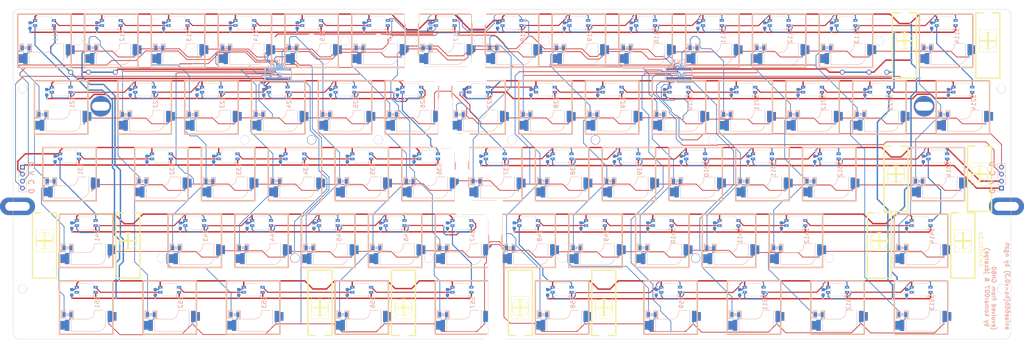
<source format=kicad_pcb>
(kicad_pcb (version 20211014) (generator pcbnew)
  (layers (0 "F.Cu" signal) (31 "B.Cu" signal) (34 "B.Paste" user) (35 "F.Paste" user) (36 "B.SilkS" user "B.Silkscreen") (37 "F.SilkS" user "F.Silkscreen") (38 "B.Mask" user) (39 "F.Mask" user) (44 "Edge.Cuts" user))
  (net 0 "")
  (net 1 "c7")
  (net 2 "r3")
  (net 3 "S27_37")
  (net 4 "S37_38")
  (net 5 "GND")
  (net 6 "VCC")
  (net 7 "c3")
  (net 8 "r4")
  (net 9 "S41_43")
  (net 10 "S43_44")
  (net 11 "c14")
  (net 12 "S314_414")
  (net 13 "S414_412")
  (net 14 "c12")
  (net 15 "S412_411")
  (net 16 "c11")
  (net 17 "S411_410")
  (net 18 "c10")
  (net 19 "S410_49")
  (net 20 "c1")
  (net 21 "S31_41")
  (net 22 "c9")
  (net 23 "S38_39")
  (net 24 "S39_310")
  (net 25 "c8")
  (net 26 "c4")
  (net 27 "S44_45")
  (net 28 "c6")
  (net 29 "S26_36")
  (net 30 "S36_35")
  (net 31 "c5")
  (net 32 "S35_34")
  (net 33 "S34_33")
  (net 34 "S33_32")
  (net 35 "c2")
  (net 36 "S32_31")
  (net 37 "S312_314")
  (net 38 "S311_312")
  (net 39 "S310_311")
  (net 40 "S45_46")
  (net 41 "S46_47")
  (net 42 "S47_57")
  (net 43 "S49_48")
  (net 44 "S48_58")
  (net 45 "r5")
  (net 46 "S52_51")
  (net 47 "S59_511")
  (net 48 "S511_512")
  (net 49 "S512_513")
  (net 50 "c13")
  (net 51 "S53_52")
  (net 52 "S56_53")
  (net 53 "S57_56")
  (net 54 "S58_59")
  (net 55 "r1")
  (net 56 "S12_11")
  (net 57 "S11_21")
  (net 58 "S19_110")
  (net 59 "S110_111")
  (net 60 "S111_112")
  (net 61 "S112_113")
  (net 62 "S113_114")
  (net 63 "S114_214")
  (net 64 "S13_12")
  (net 65 "S14_13")
  (net 66 "S15_14")
  (net 67 "S16_15")
  (net 68 "S17_18")
  (net 69 "S18_19")
  (net 70 "r2")
  (net 71 "S21_22")
  (net 72 "S211_210")
  (net 73 "S210_29")
  (net 74 "S212_211")
  (net 75 "S213_212")
  (net 76 "S214_213")
  (net 77 "S22_23")
  (net 78 "S23_24")
  (net 79 "S24_25")
  (net 80 "S25_26")
  (net 81 "S28_27")
  (net 82 "S29_28")
  (net 83 "led1_17")
  (net 84 "sdaL")
  (net 85 "sclL")
  (net 86 "sdaR")
  (net 87 "sclR")
  (footprint "hole:PKRHC" (layer "F.Cu") (at 322.3399 92.5208)
    (fp_text reference "HOLE" hide)
    (fp_text value "VAL**" hide)
  )
  (footprint "hole:PKRHSL" (layer "F.Cu") (at 345.8312 121.1212)
    (fp_text reference "HOLE" hide)
    (fp_text value "VAL**" hide)
  )
  (footprint "hole:PKRHC" (layer "F.Cu") (at 87.4893 92.5208)
    (fp_text reference "HOLE" hide)
    (fp_text value "VAL**" hide)
  )
  (footprint "hole:PKRH" (layer "F.Cu") (at 190.5 111.76)
    (fp_text reference "HOLE" hide)
    (fp_text value "VAL**" hide)
  )
  (footprint "hole:PKRHSL" (layer "F.Cu") (at 63.7489 121.1212)
    (fp_text reference "HOLE" hide)
    (fp_text value "VAL**" hide)
  )
  (footprint "Mounting_Holes:MountingHole_2.5mm" (layer "F.Cu") (at 80.9625 73.81875)
    (fp_text reference "" hide)
    (fp_text value "MountingHole_2.5mm" hide)
  )
  (footprint "hole:PKRH" (layer "F.Cu") (at 190.5 83.34502)
    (fp_text reference "" hide)
    (fp_text value "" hide)
  )
  (footprint "hole:PKRH" (layer "F.Cu") (at 188 102.2)
    (fp_text reference "" hide)
    (fp_text value "" hide)
  )
  (footprint "hole:PKRH" (layer "F.Cu") (at 193.68125 121.20498)
    (fp_text reference "" hide)
    (fp_text value "" hide)
  )
  (footprint "hole:PKRH" (layer "F.Cu") (at 190.20498 105.31875 90)
    (fp_text reference "" hide)
    (fp_text value "" hide)
  )
  (footprint "hole:PKRH" (layer "F.Cu") (at 190.40498 118.6 90)
    (fp_text reference "" hide)
    (fp_text value "" hide)
  )
  (footprint "hole:PKRH" (layer "F.Cu") (at 185.60498 97 90)
    (fp_text reference "" hide)
    (fp_text value "" hide)
  )
  (footprint "hole:PKRH" (layer "F.Cu") (at 185.60498 84.61875 90)
    (fp_text reference "" hide)
    (fp_text value "" hide)
  )
  (footprint "hole:PKRH" (layer "F.Cu") (at 193.6 64.63 90)
    (fp_text reference "" hide)
    (fp_text value "" hide)
  )
  (footprint "hole:PKRH" (layer "F.Cu") (at 196.91 64.63 90)
    (fp_text reference "" hide)
    (fp_text value "" hide)
  )
  (footprint "hole:PKRH" (layer "F.Cu") (at 187.6 85.4 90)
    (fp_text reference "" hide)
    (fp_text value "" hide)
  )
  (footprint "hole:PKRH" (layer "F.Cu") (at 187.6 100.4 90)
    (fp_text reference "" hide)
    (fp_text value "" hide)
  )
  (footprint "hole:PKRH" (layer "F.Cu") (at 188.7 104.4 90)
    (fp_text reference "" hide)
    (fp_text value "" hide)
  )
  (footprint "hole:PKRH" (layer "F.Cu") (at 192.3 119.4 90)
    (fp_text reference "" hide)
    (fp_text value "" hide)
  )
  (footprint "hole:PKRH" (layer "F.Cu") (at 200.025 123.4 90)
    (fp_text reference "" hide)
    (fp_text value "" hide)
  )
  (footprint "hole:PKRH" (layer "F.Cu") (at 200 146.8 90)
    (fp_text reference "" hide)
    (fp_text value "" hide)
  )
  (footprint "hole:PKRH" (layer "F.Cu") (at 198.3 159.2 90)
    (fp_text reference "" hide)
    (fp_text value "" hide)
  )
  (footprint "hole:PKRH" (layer "F.Cu") (at 201.7 159.2 90)
    (fp_text reference "" hide)
    (fp_text value "" hide)
  )
  (footprint "hole:PKRH" (layer "F.Cu") (at 195 80.3 90)
    (fp_text reference "" hide)
    (fp_text value "" hide)
  )
  (footprint "hole:PKRH" (layer "F.Cu") (at 193.3 81.3 90)
    (fp_text reference "" hide)
    (fp_text value "" hide)
  )
  (footprint "hole:PKRH" (layer "F.Cu") (at 196.67 84.02 90)
    (fp_text reference "" hide)
    (fp_text value "" hide)
  )
  (footprint "hole:PKRH" (layer "F.Cu") (at 184.3 103 90)
    (fp_text reference "" hide)
    (fp_text value "" hide)
  )
  (footprint "hole:PKRH" (layer "F.Cu") (at 191.6 101.1 90)
    (fp_text reference "" hide)
    (fp_text value "" hide)
  )
  (footprint "hole:PKRH" (layer "F.Cu") (at 189.675 122.325 90)
    (fp_text reference "" hide)
    (fp_text value "" hide)
  )
  (footprint "hole:PKRH" (layer "F.Cu") (at 201.24 119.645 90)
    (fp_text reference "" hide)
    (fp_text value "" hide)
  )
  (footprint "hole:PKRH" (layer "F.Cu") (at 175.94248 67.30875 90)
    (fp_text reference "" hide)
    (fp_text value "" hide)
  )
  (footprint "hole:PKRH" (layer "F.Cu") (at 175.95 80.29875 90)
    (fp_text reference "" hide)
    (fp_text value "" hide)
  )
  (footprint "hole:PKRH" (layer "F.Cu") (at 177.87 64.63 90)
    (fp_text reference "" hide)
    (fp_text value "" hide)
  )
  (footprint "hole:PKRH" (layer "F.Cu") (at 174.55 64.62 90)
    (fp_text reference "" hide)
    (fp_text value "" hide)
  )
  (footprint "hole:PKRH" (layer "F.Cu") (at 189.72 82.2)
    (fp_text reference "" hide)
    (fp_text value "" hide)
  )
  (footprint "hole:PKRH" (layer "F.Cu") (at 183.9 86.2 90)
    (fp_text reference "" hide)
    (fp_text value "" hide)
  )
  (footprint "hole:PKRH" (layer "F.Cu") (at 178.1 81.3 90)
    (fp_text reference "" hide)
    (fp_text value "" hide)
  )
  (footprint "hole:PKRH" (layer "F.Cu") (at 198.05 123.525 90)
    (fp_text reference "" hide)
    (fp_text value "" hide)
  )
  (footprint "hole:PKRH" (layer "F.Cu") (at 174.81 84.09 90)
    (fp_text reference "" hide)
    (fp_text value "" hide)
  )
  (footprint "hole:PKRH" (layer "F.Cu") (at 199.99 138.29 90)
    (fp_text reference "" hide)
    (fp_text value "" hide)
  )
  (footprint "hole:PKRH" (layer "F.Cu") (at 200.01 155.16 90)
    (fp_text reference "" hide)
    (fp_text value "" hide)
  )
  (footprint "Keyboard:MXHS-1U-RGB-ALI-3528-HOLE-NOPAD" (layer "F.Cu") (at 109.5375 73.81875 180)
    (fp_text reference "S13")
    (fp_text value "MX_LED" hide)
    (fp_line (start 2 3.28) (end 2 6.88) (layer "Edge.Cuts") (width 0.1))
    (fp_line (start -2 6.88) (end 2 6.88) (layer "Edge.Cuts") (width 0.1))
    (fp_line (start -2 3.28) (end -2 6.88) (layer "Edge.Cuts") (width 0.1))
    (fp_line (start -2 3.28) (end 2 3.28) (layer "Edge.Cuts") (width 0.1))
  )
  (footprint "Keyboard:MXST" (layer "F.Cu") (at 340.51875 73.81875)
    (fp_text reference "" hide)
    (fp_text value "" hide)
  )
  (footprint "Keyboard:MXHS-1U-RGB-ALI-3528-HOLE-NOPAD" (layer "F.Cu") (at 204.7875 73.81875 180)
    (fp_text reference "S18")
    (fp_text value "MX_LED" hide)
    (fp_line (start 2 3.28) (end 2 6.88) (layer "Edge.Cuts") (width 0.1))
    (fp_line (start -2 3.28) (end -2 6.88) (layer "Edge.Cuts") (width 0.1))
    (fp_line (start -2 3.28) (end 2 3.28) (layer "Edge.Cuts") (width 0.1))
    (fp_line (start -2 6.88) (end 2 6.88) (layer "Edge.Cuts") (width 0.1))
  )
  (footprint "Keyboard:MXHS-1U-RGB-ALI-3528-HOLE-NOPAD" (layer "F.Cu") (at 252.4125 92.86875 180)
    (fp_text reference "S210")
    (fp_text value "MX_LED" hide)
    (fp_line (start -2 3.28) (end -2 6.88) (layer "Edge.Cuts") (width 0.1))
    (fp_line (start 2 3.28) (end 2 6.88) (layer "Edge.Cuts") (width 0.1))
    (fp_line (start -2 3.28) (end 2 3.28) (layer "Edge.Cuts") (width 0.1))
    (fp_line (start -2 6.88) (end 2 6.88) (layer "Edge.Cuts") (width 0.1))
  )
  (footprint "" (layer "F.Cu") (at 91.575 82.975)
    (fp_text reference "")
    (fp_text value "")
  )
  (footprint "Keyboard:MXST" (layer "F.Cu") (at 309.5625 130.96875)
    (fp_text reference "" hide)
    (fp_text value "" hide)
  )
  (footprint "Keyboard:MXHS-1U-RGB-ALI-3528-HOLE-NOPAD" (layer "F.Cu") (at 219.075 111.91875 180)
    (fp_text reference "S38")
    (fp_text value "MX_LED" hide)
    (fp_line (start 2 3.28) (end 2 6.88) (layer "Edge.Cuts") (width 0.1))
    (fp_line (start -2 6.88) (end 2 6.88) (layer "Edge.Cuts") (width 0.1))
    (fp_line (start -2 3.28) (end -2 6.88) (layer "Edge.Cuts") (width 0.1))
    (fp_line (start -2 3.28) (end 2 3.28) (layer "Edge.Cuts") (width 0.1))
  )
  (footprint "Keyboard:MXHS-1U-RGB-ALI-3528-HOLE-NOPAD" (layer "F.Cu") (at 295.275 111.91875 180)
    (fp_text reference "S312")
    (fp_text value "MX_LED" hide)
    (fp_line (start -2 3.28) (end -2 6.88) (layer "Edge.Cuts") (width 0.1))
    (fp_line (start 2 3.28) (end 2 6.88) (layer "Edge.Cuts") (width 0.1))
    (fp_line (start -2 6.88) (end 2 6.88) (layer "Edge.Cuts") (width 0.1))
    (fp_line (start -2 3.28) (end 2 3.28) (layer "Edge.Cuts") (width 0.1))
  )
  (footprint "hole:PKRH" (layer "F.Cu") (at 195.375 66.175)
    (fp_text reference "" hide)
    (fp_text value "" hide)
  )
  (footprint "" (layer "F.Cu") (at 79.025 82.85)
    (fp_text reference "")
    (fp_text value "")
  )
  (footprint "Mounting_Holes:MountingHole_2.5mm" (layer "F.Cu") (at 180.975 135.89)
    (fp_text reference "" hide)
    (fp_text value "MountingHole_2.5mm" hide)
  )
  (footprint "Keyboard:MXHS-1U-RGB-ALI-3528-HOLE-NOPAD" (layer "F.Cu") (at 128.5875 73.81875 180)
    (fp_text reference "S14")
    (fp_text value "MX_LED" hide)
    (fp_line (start -2 6.88) (end 2 6.88) (layer "Edge.Cuts") (width 0.1))
    (fp_line (start -2 3.28) (end -2 6.88) (layer "Edge.Cuts") (width 0.1))
    (fp_line (start -2 3.28) (end 2 3.28) (layer "Edge.Cuts") (width 0.1))
    (fp_line (start 2 3.28) (end 2 6.88) (layer "Edge.Cuts") (width 0.1))
  )
  (footprint "Mounting_Holes:MountingHole_2.5mm" (layer "F.Cu") (at 147.63751 102.1)
    (fp_text reference "REF**" hide)
    (fp_text value "MountingHole_padded_2.5mm" hide)
  )
  (footprint "Keyboard:MXST" (layer "F.Cu") (at 338.1375 111.91875)
    (fp_text reference "" hide)
    (fp_text value "" hide)
  )
  (footprint "Keyboard:MXHS-1U-RGB-ALI-3528-HOLE-NOPAD" (layer "F.Cu") (at 90.4875 73.81875 180)
    (fp_text reference "S12")
    (fp_text value "MX_LED" hide)
    (fp_line (start 2 3.28) (end 2 6.88) (layer "Edge.Cuts") (width 0.1))
    (fp_line (start -2 6.88) (end 2 6.88) (layer "Edge.Cuts") (width 0.1))
    (fp_line (start -2 3.28) (end -2 6.88) (layer "Edge.Cuts") (width 0.1))
    (fp_line (start -2 3.28) (end 2 3.28) (layer "Edge.Cuts") (width 0.1))
  )
  (footprint "Keyboard:MXHS-1U-RGB-ALI-3528-HOLE-NOPAD" (layer "F.Cu") (at 209.55 130.96875 180)
    (fp_text reference "S48")
    (fp_text value "MX_LED" hide)
    (fp_line (start -2 3.28) (end 2 3.28) (layer "Edge.Cuts") (width 0.1))
    (fp_line (start -2 6.88) (end 2 6.88) (layer "Edge.Cuts") (width 0.1))
    (fp_line (start 2 3.28) (end 2 6.88) (layer "Edge.Cuts") (width 0.1))
    (fp_line (start -2 3.28) (end -2 6.88) (layer "Edge.Cuts") (width 0.1))
  )
  (footprint "" (layer "F.Cu") (at 308.725 82.95)
    (fp_text reference "")
    (fp_text value "")
  )
  (footprint "Keyboard:MXHS-1U-RGB-ALI-3528-HOLE-NOPAD" (layer "F.Cu") (at 223.8375 73.81875 180)
    (fp_text reference "S19")
    (fp_text value "MX_LED" hide)
    (fp_line (start -2 3.28) (end -2 6.88) (layer "Edge.Cuts") (width 0.1))
    (fp_line (start -2 3.28) (end 2 3.28) (layer "Edge.Cuts") (width 0.1))
    (fp_line (start 2 3.28) (end 2 6.88) (layer "Edge.Cuts") (width 0.1))
    (fp_line (start -2 6.88) (end 2 6.88) (layer "Edge.Cuts") (width 0.1))
  )
  (footprint "Keyboard:MXHS-1U-RGB-ALI-3528-HOLE-NOPAD" (layer "F.Cu") (at 114.3 130.96875 180)
    (fp_text reference "S43")
    (fp_text value "MX_LED" hide)
    (fp_line (start -2 3.28) (end 2 3.28) (layer "Edge.Cuts") (width 0.1))
    (fp_line (start 2 3.28) (end 2 6.88) (layer "Edge.Cuts") (width 0.1))
    (fp_line (start -2 6.88) (end 2 6.88) (layer "Edge.Cuts") (width 0.1))
    (fp_line (start -2 3.28) (end -2 6.88) (layer "Edge.Cuts") (width 0.1))
  )
  (footprint "Keyboard:MXHS-1U-RGB-ALI-3528-HOLE-NOPAD" (layer "F.Cu") (at 219.075 150.01875 180)
    (fp_text reference "S58")
    (fp_text value "MX_LED" hide)
    (fp_line (start -2 3.28) (end 2 3.28) (layer "Edge.Cuts") (width 0.1))
    (fp_line (start 2 3.28) (end 2 6.88) (layer "Edge.Cuts") (width 0.1))
    (fp_line (start -2 6.88) (end 2 6.88) (layer "Edge.Cuts") (width 0.1))
    (fp_line (start -2 3.28) (end -2 6.88) (layer "Edge.Cuts") (width 0.1))
  )
  (footprint "Keyboard:30PIN_0.4MM_BTB_MALE" (layer "F.Cu") (at 138.1125 83.25)
    (fp_text reference "CN1")
    (fp_text value "BTB")
  )
  (footprint "Keyboard:MXHS-1U-RGB-ALI-3528-HOLE-NOPAD" (layer "F.Cu") (at 200.025 111.91875 180)
    (fp_text reference "S37")
    (fp_text value "MX_LED" hide)
    (fp_line (start -2 3.28) (end 2 3.28) (layer "Edge.Cuts") (width 0.1))
    (fp_line (start 2 3.28) (end 2 6.88) (layer "Edge.Cuts") (width 0.1))
    (fp_line (start -2 6.88) (end 2 6.88) (layer "Edge.Cuts") (width 0.1))
    (fp_line (start -2 3.28) (end -2 6.88) (layer "Edge.Cuts") (width 0.1))
  )
  (footprint "Keyboard:MXHS-1U-RGB-ALI-3528-HOLE-NOPAD" (layer "F.Cu") (at 133.35 130.96875 180)
    (fp_text reference "S44")
    (fp_text value "MX_LED" hide)
    (fp_line (start -2 3.28) (end -2 6.88) (layer "Edge.Cuts") (width 0.1))
    (fp_line (start -2 3.28) (end 2 3.28) (layer "Edge.Cuts") (width 0.1))
    (fp_line (start 2 3.28) (end 2 6.88) (layer "Edge.Cuts") (width 0.1))
    (fp_line (start -2 6.88) (end 2 6.88) (layer "Edge.Cuts") (width 0.1))
  )
  (footprint "Mounting_Holes:MountingHole_2.5mm" (layer "F.Cu") (at 104.775 135.89)
    (fp_text reference "" hide)
    (fp_text value "MountingHole_2.5mm" hide)
  )
  (footprint "Mounting_Holes:MountingHole_2.5mm" (layer "F.Cu") (at 166.68751 102.1)
    (fp_text reference "" hide)
    (fp_text value "MountingHole_2.5mm" hide)
  )
  (footprint "Keyboard:MXST" (layer "F.Cu") (at 95.25 130.96875)
    (fp_text reference "" hide)
    (fp_text value "" hide)
  )
  (footprint "Mounting_Holes:MountingHole_2.5mm" (layer "F.Cu") (at 261.93749 102.1)
    (fp_text reference "" hide)
    (fp_text value "MountingHole_2.5mm" hide)
  )
  (footprint "Keyboard:MXHS-1U-RGB-ALI-3528-HOLE-NOPAD" (layer "F.Cu") (at 119.0625 92.86875 180)
    (fp_text reference "S23")
    (fp_text value "MX_LED" hide)
    (fp_line (start -2 6.88) (end 2 6.88) (layer "Edge.Cuts") (width 0.1))
    (fp_line (start 2 3.28) (end 2 6.88) (layer "Edge.Cuts") (width 0.1))
    (fp_line (start -2 3.28) (end -2 6.88) (layer "Edge.Cuts") (width 0.1))
    (fp_line (start -2 3.28) (end 2 3.28) (layer "Edge.Cuts") (width 0.1))
  )
  (footprint "Keyboard:MXHS-1U-RGB-ALI-3528-HOLE-NOPAD" (layer "F.Cu") (at 257.175 111.91875 180)
    (fp_text reference "S310")
    (fp_text value "MX_LED" hide)
    (fp_line (start -2 6.88) (end 2 6.88) (layer "Edge.Cuts") (width 0.1))
    (fp_line (start -2 3.28) (end 2 3.28) (layer "Edge.Cuts") (width 0.1))
    (fp_line (start -2 3.28) (end -2 6.88) (layer "Edge.Cuts") (width 0.1))
    (fp_line (start 2 3.28) (end 2 6.88) (layer "Edge.Cuts") (width 0.1))
  )
  (footprint "Keyboard:MXST" (layer "F.Cu") (at 71.4375 130.96875)
    (fp_text reference "" hide)
    (fp_text value "" hide)
  )
  (footprint "Keyboard:MXHS-1U-RGB-ALI-3528-HOLE-NOPAD" (layer "F.Cu") (at 190.5 130.96875 180)
    (fp_text reference "S47")
    (fp_text value "MX_LED" hide)
    (fp_line (start -2 6.88) (end 2 6.88) (layer "Edge.Cuts") (width 0.1))
    (fp_line (start -2 3.28) (end -2 6.88) (layer "Edge.Cuts") (width 0.1))
    (fp_line (start -2 3.28) (end 2 3.28) (layer "Edge.Cuts") (width 0.1))
    (fp_line (start 2 3.28) (end 2 6.88) (layer "Edge.Cuts") (width 0.1))
  )
  (footprint "Mounting_Holes:MountingHole_2.5mm" (layer "F.Cu") (at 142.875 135.89)
    (fp_text reference "REF**" hide)
    (fp_text value "MountingHole_padded_2.5mm" hide)
  )
  (footprint "Keyboard:MXHS-1U-RGB-ALI-3528-HOLE-NOPAD" (layer "F.Cu") (at 238.125 111.91875 180)
    (fp_text reference "S39")
    (fp_text value "MX_LED" hide)
    (fp_line (start -2 3.28) (end -2 6.88) (layer "Edge.Cuts") (width 0.1))
    (fp_line (start -2 6.88) (end 2 6.88) (layer "Edge.Cuts") (width 0.1))
    (fp_line (start -2 3.28) (end 2 3.28) (layer "Edge.Cuts") (width 0.1))
    (fp_line (start 2 3.28) (end 2 6.88) (layer "Edge.Cuts") (width 0.1))
  )
  (footprint "Keyboard:MXHS-1U-RGB-ALI-3528-HOLE-NOPAD" (layer "F.Cu") (at 195.2625 92.86875 180)
    (fp_text reference "S27")
    (fp_text value "MX_LED" hide)
    (fp_line (start -2 3.28) (end -2 6.88) (layer "Edge.Cuts") (width 0.1))
    (fp_line (start -2 6.88) (end 2 6.88) (layer "Edge.Cuts") (width 0.1))
    (fp_line (start -2 3.28) (end 2 3.28) (layer "Edge.Cuts") (width 0.1))
    (fp_line (start 2 3.28) (end 2 6.88) (layer "Edge.Cuts") (width 0.1))
  )
  (footprint "Keyboard:MXST" (layer "F.Cu") (at 316.70625 73.81875)
    (fp_text reference "" hide)
    (fp_text value "" hide)
  )
  (footprint "Keyboard:MXHS-1U-RGB-ALI-3528-HOLE-NOPAD" (layer "F.Cu") (at 290.5125 92.86875 180)
    (fp_text reference "S212")
    (fp_text value "MX_LED" hide)
    (fp_line (start -2 3.28) (end -2 6.88) (layer "Edge.Cuts") (width 0.1))
    (fp_line (start -2 3.28) (end 2 3.28) (layer "Edge.Cuts") (width 0.1))
    (fp_line (start 2 3.28) (end 2 6.88) (layer "Edge.Cuts") (width 0.1))
    (fp_line (start -2 6.88) (end 2 6.88) (layer "Edge.Cuts") (width 0.1))
  )
  (footprint "Keyboard:MXHS-1U-RGB-ALI-3528-HOLE-NOPAD" (layer "F.Cu") (at 285.75 130.96875 180)
    (fp_text reference "S412")
    (fp_text value "MX_LED" hide)
    (fp_line (start -2 3.28) (end -2 6.88) (layer "Edge.Cuts") (width 0.1))
    (fp_line (start -2 6.88) (end 2 6.88) (layer "Edge.Cuts") (width 0.1))
    (fp_line (start 2 3.28) (end 2 6.88) (layer "Edge.Cuts") (width 0.1))
    (fp_line (start -2 3.28) (end 2 3.28) (layer "Edge.Cuts") (width 0.1))
  )
  (footprint "Mounting_Holes:MountingHole_2.5mm" (layer "F.Cu") (at 309.5625 73.81875)
    (fp_text reference "" hide)
    (fp_text value "MountingHole_2.5mm" hide)
  )
  (footprint "Mounting_Holes:MountingHole_2.5mm" (layer "F.Cu") (at 344.4112 144.6712)
    (fp_text reference "" hide)
    (fp_text value "MountingHole_2.5mm" hide)
  )
  (footprint "Keyboard:MXHS-1U-RGB-ALI-3528-HOLE-NOPAD" (layer "F.Cu") (at 78.58125 111.91875 180)
    (fp_text reference "S31")
    (fp_text value "MX_LED" hide)
    (fp_line (start -2 6.88) (end 2 6.88) (layer "Edge.Cuts") (width 0.1))
    (fp_line (start 2 3.28) (end 2 6.88) (layer "Edge.Cuts") (width 0.1))
    (fp_line (start -2 3.28) (end 2 3.28) (layer "Edge.Cuts") (width 0.1))
    (fp_line (start -2 3.28) (end -2 6.88) (layer "Edge.Cuts") (width 0.1))
  )
  (footprint "" (layer "F.Cu") (at 301.8 82.775)
    (fp_text reference "")
    (fp_text value "")
  )
  (footprint "Keyboard:MXHS-1U-RGB-ALI-3528-HOLE-NOPAD" (layer "F.Cu") (at 228.6 130.96875 180)
    (fp_text reference "S49")
    (fp_text value "MX_LED" hide)
    (fp_line (start -2 3.28) (end 2 3.28) (layer "Edge.Cuts") (width 0.1))
    (fp_line (start 2 3.28) (end 2 6.88) (layer "Edge.Cuts") (width 0.1))
    (fp_line (start -2 6.88) (end 2 6.88) (layer "Edge.Cuts") (width 0.1))
    (fp_line (start -2 3.28) (end -2 6.88) (layer "Edge.Cuts") (width 0.1))
  )
  (footprint "Keyboard:MXHS-1U-RGB-ALI-3528-HOLE-NOPAD" (layer "F.Cu") (at 276.225 111.91875 180)
    (fp_text reference "S311")
    (fp_text value "MX_LED" hide)
    (fp_line (start 2 3.28) (end 2 6.88) (layer "Edge.Cuts") (width 0.1))
    (fp_line (start -2 3.28) (end 2 3.28) (layer "Edge.Cuts") (width 0.1))
    (fp_line (start -2 3.28) (end -2 6.88) (layer "Edge.Cuts") (width 0.1))
    (fp_line (start -2 6.88) (end 2 6.88) (layer "Edge.Cuts") (width 0.1))
  )
  (footprint "" (layer "F.Cu") (at 170.475 68.075)
    (fp_text reference "")
    (fp_text value "")
  )
  (footprint "Keyboard:MXHS-1U-RGB-ALI-3528-HOLE-NOPAD" (layer "F.Cu") (at 161.925 150.01875 180)
    (fp_text reference "S56")
    (fp_text value "MX_LED" hide)
    (fp_line (start 2 3.28) (end 2 6.88) (layer "Edge.Cuts") (width 0.1))
    (fp_line (start -2 3.28) (end -2 6.88) (layer "Edge.Cuts") (width 0.1))
    (fp_line (start -2 3.28) (end 2 3.28) (layer "Edge.Cuts") (width 0.1))
    (fp_line (start -2 6.88) (end 2 6.88) (layer "Edge.Cuts") (width 0.1))
  )
  (footprint "Mounting_Holes:MountingHole_2.5mm" (layer "F.Cu") (at 204.7875 102.1)
    (fp_text reference "" hide)
    (fp_text value "MountingHole_2.5mm" hide)
  )
  (footprint "Mounting_Holes:MountingHole_2.5mm" (layer "F.Cu") (at 214.3125 73.81875)
    (fp_text reference "" hide)
    (fp_text value "MountingHole_2.5mm" hide)
  )
  (footprint "Keyboard:MXHS-1U-RGB-ALI-3528-HOLE-NOPAD" (layer "F.Cu") (at 100.0125 92.86875 180)
    (fp_text reference "S22")
    (fp_text value "MX_LED" hide)
    (fp_line (start -2 3.28) (end -2 6.88) (layer "Edge.Cuts") (width 0.1))
    (fp_line (start -2 3.28) (end 2 3.28) (layer "Edge.Cuts") (width 0.1))
    (fp_line (start 2 3.28) (end 2 6.88) (layer "Edge.Cuts") (width 0.1))
    (fp_line (start -2 6.88) (end 2 6.88) (layer "Edge.Cuts") (width 0.1))
  )
  (footprint "Keyboard:MXHS-1U-RGB-ALI-3528-HOLE-NOPAD" (layer "F.Cu") (at 147.6375 73.81875 180)
    (fp_text reference "S15")
    (fp_text value "MX_LED" hide)
    (fp_line (start -2 3.28) (end -2 6.88) (layer "Edge.Cuts") (width 0.1))
    (fp_line (start -2 3.28) (end 2 3.28) (layer "Edge.Cuts") (width 0.1))
    (fp_line (start -2 6.88) (end 2 6.88) (layer "Edge.Cuts") (width 0.1))
    (fp_line (start 2 3.28) (end 2 6.88) (layer "Edge.Cuts") (width 0.1))
  )
  (footprint "Keyboard:MXHS-1U-RGB-ALI-3528-HOLE-NOPAD" (layer "F.Cu") (at 273.84375 150.01875 180)
    (fp_text reference "S511")
    (fp_text value "MX_LED" hide)
    (fp_line (start -2 6.88) (end 2 6.88) (layer "Edge.Cuts") (width 0.1))
    (fp_line (start 2 3.28) (end 2 6.88) (layer "Edge.Cuts") (width 0.1))
    (fp_line (start -2 3.28) (end -2 6.88) (layer "Edge.Cuts") (width 0.1))
    (fp_line (start -2 3.28) (end 2 3.28) (layer "Edge.Cuts") (width 0.1))
  )
  (footprint "Keyboard:MXHS-1U-RGB-ALI-3528-HOLE-NOPAD" (layer "F.Cu") (at 71.4375 73.81875 180)
    (fp_text reference "S11")
    (fp_text value "MX_LED" hide)
    (fp_line (start -2 3.28) (end 2 3.28) (layer "Edge.Cuts") (width 0.1))
    (fp_line (start 2 3.28) (end 2 6.88) (layer "Edge.Cuts") (width 0.1))
    (fp_line (start -2 3.28) (end -2 6.88) (layer "Edge.Cuts") (width 0.1))
    (fp_line (start -2 6.88) (end 2 6.88) (layer "Edge.Cuts") (width 0.1))
  )
  (footprint "Keyboard:MXHS-1U-RGB-ALI-3528-HOLE-NOPAD" (layer "F.Cu") (at 326.23125 111.91875 180)
    (fp_text reference "S314")
    (fp_text value "MX_LED" hide)
    (fp_line (start -2 6.88) (end 2 6.88) (layer "Edge.Cuts") (width 0.1))
    (fp_line (start 2 3.28) (end 2 6.88) (layer "Edge.Cuts") (width 0.1))
    (fp_line (start -2 3.28) (end 2 3.28) (layer "Edge.Cuts") (width 0.1))
    (fp_line (start -2 3.28) (end -2 6.88) (layer "Edge.Cuts") (width 0.1))
  )
  (footprint "Keyboard:MXHS-1U-RGB-ALI-3528-HOLE-NOPAD" (layer "F.Cu") (at 185.7375 73.81875 180)
    (fp_text reference "S17")
    (fp_text value "MX_LED" hide)
    (fp_line (start 2 3.28) (end 2 6.88) (layer "Edge.Cuts") (width 0.1))
    (fp_line (start -2 6.88) (end 2 6.88) (layer "Edge.Cuts") (width 0.1))
    (fp_line (start -2 3.28) (end -2 6.88) (layer "Edge.Cuts") (width 0.1))
    (fp_line (start -2 3.28) (end 2 3.28) (layer "Edge.Cuts") (width 0.1))
  )
  (footprint "Keyboard:MXST" (layer "F.Cu") (at 230.98125 150.01875 180)
    (fp_text reference "" hide)
    (fp_text value "" hide)
  )
  (footprint "Keyboard:MXHS-1U-RGB-ALI-3528-HOLE-NOPAD" (layer "F.Cu") (at 300.0375 73.81875 180)
    (fp_text reference "S113")
    (fp_text value "MX_LED" hide)
    (fp_line (start -2 3.28) (end -2 6.88) (layer "Edge.Cuts") (width 0.1))
    (fp_line (start -2 6.88) (end 2 6.88) (layer "Edge.Cuts") (width 0.1))
    (fp_line (start -2 3.28) (end 2 3.28) (layer "Edge.Cuts") (width 0.1))
    (fp_line (start 2 3.28) (end 2 6.88) (layer "Edge.Cuts") (width 0.1))
  )
  (footprint "Keyboard:MXHS-1U-RGB-ALI-3528-HOLE-NOPAD" (layer "F.Cu") (at 104.775 111.91875 180)
    (fp_text reference "S32")
    (fp_text value "MX_LED" hide)
    (fp_line (start -2 3.28) (end 2 3.28) (layer "Edge.Cuts") (width 0.1))
    (fp_line (start -2 3.28) (end -2 6.88) (layer "Edge.Cuts") (width 0.1))
    (fp_line (start -2 6.88) (end 2 6.88) (layer "Edge.Cuts") (width 0.1))
    (fp_line (start 2 3.28) (end 2 6.88) (layer "Edge.Cuts") (width 0.1))
  )
  (footprint "Keyboard:MXHS-1U-RGB-ALI-3528-HOLE-NOPAD" (layer "F.Cu") (at 76.2 92.86875 180)
    (fp_text reference "S21")
    (fp_text value "MX_LED" hide)
    (fp_line (start -2 3.28) (end 2 3.28) (layer "Edge.Cuts") (width 0.1))
    (fp_line (start -2 3.28) (end -2 6.88) (layer "Edge.Cuts") (width 0.1))
    (fp_line (start -2 6.88) (end 2 6.88) (layer "Edge.Cuts") (width 0.1))
    (fp_line (start 2 3.28) (end 2 6.88) (layer "Edge.Cuts") (width 0.1))
  )
  (footprint "Keyboard:MXHS-1U-RGB-ALI-3528-HOLE-NOPAD" (layer "F.Cu") (at 166.6875 73.81875 180)
    (fp_text reference "S16")
    (fp_text value "MX_LED" hide)
    (fp_line (start 2 3.28) (end 2 6.88) (layer "Edge.Cuts") (width 0.1))
    (fp_line (start -2 3.28) (end -2 6.88) (layer "Edge.Cuts") (width 0.1))
    (fp_line (start -2 6.88) (end 2 6.88) (layer "Edge.Cuts") (width 0.1))
    (fp_line (start -2 3.28) (end 2 3.28) (layer "Edge.Cuts") (width 0.1))
  )
  (footprint "Mounting_Holes:MountingHole_2.5mm" (layer "F.Cu") (at 195.2625 73.81875)
    (fp_text reference "" hide)
    (fp_text value "MountingHole_2.5mm" hide)
  )
  (footprint "Mounting_Holes:MountingHole_2.5mm" (layer "F.Cu") (at 128.58751 102.1)
    (fp_text reference "" hide)
    (fp_text value "MountingHole_2.5mm" hide)
  )
  (footprint "Mounting_Holes:MountingHole_2.5mm" (layer "F.Cu") (at 65.1689 144.6712)
    (fp_text reference "" hide)
    (fp_text value "MountingHole_2.5mm" hide)
  )
  (footprint "Keyboard:MXHS-1U-RGB-ALI-3528-HOLE-NOPAD" (layer "F.Cu") (at 297.65625 150.01875 180)
    (fp_text reference "S512")
    (fp_text value "MX_LED" hide)
    (fp_line (start 2 3.28) (end 2 6.88) (layer "Edge.Cuts") (width 0.1))
    (fp_line (start -2 6.88) (end 2 6.88) (layer "Edge.Cuts") (width 0.1))
    (fp_line (start -2 3.28) (end -2 6.88) (layer "Edge.Cuts") (width 0.1))
    (fp_line (start -2 3.28) (end 2 3.28) (layer "Edge.Cuts") (width 0.1))
  )
  (footprint "Keyboard:MXHS-1U-RGB-ALI-3528-HOLE-NOPAD" (layer "F.Cu") (at 83.34375 130.96875 180)
    (fp_text reference "S41")
    (fp_text value "MX_LED" hide)
    (fp_line (start -2 3.28) (end -2 6.88) (layer "Edge.Cuts") (width 0.1))
    (fp_line (start 2 3.28) (end 2 6.88) (layer "Edge.Cuts") (width 0.1))
    (fp_line (start -2 3.28) (end 2 3.28) (layer "Edge.Cuts") (width 0.1))
    (fp_line (start -2 6.88) (end 2 6.88) (layer "Edge.Cuts") (width 0.1))
  )
  (footprint "Keyboard:MXHS-1U-RGB-ALI-3528-HOLE-NOPAD" (layer "F.Cu") (at 152.4 130.96875 180)
    (fp_text reference "S45")
    (fp_text value "MX_LED" hide)
    (fp_line (start -2 3.28) (end -2 6.88) (layer "Edge.Cuts") (width 0.1))
    (fp_line (start 2 3.28) (end 2 6.88) (layer "Edge.Cuts") (width 0.1))
    (fp_line (start -2 6.88) (end 2 6.88) (layer "Edge.Cuts") (width 0.1))
    (fp_line (start -2 3.28) (end 2 3.28) (layer "Edge.Cuts") (width 0.1))
  )
  (footprint "Keyboard:MXHS-1U-RGB-ALI-3528-HOLE-NOPAD" (layer "F.Cu") (at 157.1625 92.86875 180)
    (fp_text reference "S25")
    (fp_text value "MX_LED" hide)
    (fp_line (start -2 3.28) (end 2 3.28) (layer "Edge.Cuts") (width 0.1))
    (fp_line (start -2 6.88) (end 2 6.88) (layer "Edge.Cuts") (width 0.1))
    (fp_line (start -2 3.28) (end -2 6.88) (layer "Edge.Cuts") (width 0.1))
    (fp_line (start 2 3.28) (end 2 6.88) (layer "Edge.Cuts") (width 0.1))
  )
  (footprint "Mounting_Holes:MountingHole_2.5mm" (layer "F.Cu") (at 219.075 135.89)
    (fp_text reference "" hide)
    (fp_text value "MountingHole_2.5mm" hide)
  )
  (footprint "Keyboard:MXHS-1U-RGB-ALI-3528-HOLE-NOPAD" (layer "F.Cu") (at 266.7 130.96875 180)
    (fp_text reference "S411")
    (fp_text value "MX_LED" hide)
    (fp_line (start -2 3.28) (end -2 6.88) (layer "Edge.Cuts") (width 0.1))
    (fp_line (start 2 3.28) (end 2 6.88) (layer "Edge.Cuts") (width 0.1))
    (fp_line (start -2 3.28) (end 2 3.28) (layer "Edge.Cuts") (width 0.1))
    (fp_line (start -2 6.88) (end 2 6.88) (layer "Edge.Cuts") (width 0.1))
  )
  (footprint "Keyboard:MXHS-1U-RGB-ALI-3528-HOLE-NOPAD" (layer "F.Cu") (at 247.65 130.96875 180)
    (fp_text reference "S410")
    (fp_text value "MX_LED" hide)
    (fp_line (start -2 6.88) (end 2 6.88) (layer "Edge.Cuts") (width 0.1))
    (fp_line (start 2 3.28) (end 2 6.88) (layer "Edge.Cuts") (width 0.1))
    (fp_line (start -2 3.28) (end 2 3.28) (layer "Edge.Cuts") (width 0.1))
    (fp_line (start -2 3.28) (end -2 6.88) (layer "Edge.Cuts") (width 0.1))
  )
  (footprint "Keyboard:MXHS-1U-RGB-ALI-3528-HOLE-NOPAD" (layer "F.Cu") (at 83.34375 150.01875 180)
    (fp_text reference "S51")
    (fp_text value "MX_LED" hide)
    (fp_line (start -2 3.28) (end -2 6.88) (layer "Edge.Cuts") (width 0.1))
    (fp_line (start -2 6.88) (end 2 6.88) (layer "Edge.Cuts") (width 0.1))
    (fp_line (start -2 3.28) (end 2 3.28) (layer "Edge.Cuts") (width 0.1))
    (fp_line (start 2 3.28) (end 2 6.88) (layer "Edge.Cuts") (width 0.1))
  )
  (footprint "Keyboard:MXHS-1U-RGB-ALI-3528-HOLE-NOPAD" (layer "F.Cu") (at 171.45 130.96875 180)
    (fp_text reference "S46")
    (fp_text value "MX_LED" hide)
    (fp_line (start -2 6.88) (end 2 6.88) (layer "Edge.Cuts") (width 0.1))
    (fp_line (start -2 3.28) (end 2 3.28) (layer "Edge.Cuts") (width 0.1))
    (fp_line (start -2 3.28) (end -2 6.88) (layer "Edge.Cuts") (width 0.1))
    (fp_line (start 2 3.28) (end 2 6.88) (layer "Edge.Cuts") (width 0.1))
  )
  (footprint "Mounting_Holes:MountingHole_2.5mm" (layer "F.Cu") (at 228.6 102.1)
    (fp_text reference "REF**" hide)
    (fp_text value "MountingHole_padded_2.5mm" hide)
  )
  (footprint "Keyboard:MXHS-1U-RGB-ALI-3528-HOLE-NOPAD" (layer "F.Cu") (at 176.2125 92.86875 180)
    (fp_text reference "S26")
    (fp_text value "MX_LED" hide)
    (fp_line (start 2 3.28) (end 2 6.88) (layer "Edge.Cuts") (width 0.1))
    (fp_line (start -2 3.28) (end -2 6.88) (layer "Edge.Cuts") (width 0.1))
    (fp_line (start -2 6.88) (end 2 6.88) (layer "Edge.Cuts") (width 0.1))
    (fp_line (start -2 3.28) (end 2 3.28) (layer "Edge.Cuts") (width 0.1))
  )
  (footprint "Keyboard:MXHS-1U-RGB-ALI-3528-HOLE-NOPAD" (layer "F.Cu") (at 280.9875 73.81875 180)
    (fp_text reference "S112")
    (fp_text value "MX_LED" hide)
    (fp_line (start 2 3.28) (end 2 6.88) (layer "Edge.Cuts") (width 0.1))
    (fp_line (start -2 3.28) (end 2 3.28) (layer "Edge.Cuts") (width 0.1))
    (fp_line (start -2 6.88) (end 2 6.88) (layer "Edge.Cuts") (width 0.1))
    (fp_line (start -2 3.28) (end -2 6.88) (layer "Edge.Cuts") (width 0.1))
  )
  (footprint "Mounting_Holes:MountingHole_2.5mm" (layer "F.Cu") (at 295.275 135.89)
    (fp_text reference "" hide)
    (fp_text value "MountingHole_2.5mm" hide)
  )
  (footprint "Keyboard:MXST" (layer "F.Cu") (at 150.01875 150.01875 180)
    (fp_text reference "" hide)
    (fp_text value "" hide)
  )
  (footprint "Keyboard:MXST" (layer "F.Cu") (at 333.375 130.96875)
    (fp_text reference "" hide)
    (fp_text value "" hide)
  )
  (footprint "Keyboard:MXHS-1U-RGB-ALI-3528-HOLE-NOPAD" (layer "F.Cu") (at 250.03125 150.01875 180)
    (fp_text reference "S59")
    (fp_text value "MX_LED" hide)
    (fp_line (start -2 3.28) (end 2 3.28) (layer "Edge.Cuts") (width 0.1))
    (fp_line (start -2 6.88) (end 2 6.88) (layer "Edge.Cuts") (width 0.1))
    (fp_line (start -2 3.28) (end -2 6.88) (layer "Edge.Cuts") (width 0.1))
    (fp_line (start 2 3.28) (end 2 6.88) (layer "Edge.Cuts") (width 0.1))
  )
  (footprint "Keyboard:MXHS-1U-RGB-ALI-3528-HOLE-NOPAD" (layer "F.Cu") (at 242.8875 73.81875 180)
    (fp_text reference "S110")
    (fp_text value "MX_LED" hide)
    (fp_line (start 2 3.28) (end 2 6.88) (layer "Edge.Cuts") (width 0.1))
    (fp_line (start -2 3.28) (end -2 6.88) (layer "Edge.Cuts") (width 0.1))
    (fp_line (start -2 3.28) (end 2 3.28) (layer "Edge.Cuts") (width 0.1))
    (fp_line (start -2 6.88) (end 2 6.88) (layer "Edge.Cuts") (width 0.1))
  )
  (footprint "Keyboard:MXHS-1U-RGB-ALI-3528-HOLE-NOPAD" (layer "F.Cu") (at 142.875 111.91875 180)
    (fp_text reference "S34")
    (fp_text value "MX_LED" hide)
    (fp_line (start -2 3.28) (end -2 6.88) (layer "Edge.Cuts") (width 0.1))
    (fp_line (start -2 3.28) (end 2 3.28) (layer "Edge.Cuts") (width 0.1))
    (fp_line (start 2 3.28) (end 2 6.88) (layer "Edge.Cuts") (width 0.1))
    (fp_line (start -2 6.88) (end 2 6.88) (layer "Edge.Cuts") (width 0.1))
  )
  (footprint "Keyboard:MXHS-1U-RGB-ALI-3528-HOLE-NOPAD" (layer "F.Cu") (at 123.825 111.91875 180)
    (fp_text reference "S33")
    (fp_text value "MX_LED" hide)
    (fp_line (start 2 3.28) (end 2 6.88) (layer "Edge.Cuts") (width 0.1))
    (fp_line (start -2 3.28) (end -2 6.88) (layer "Edge.Cuts") (width 0.1))
    (fp_line (start -2 3.28) (end 2 3.28) (layer "Edge.Cuts") (width 0.1))
    (fp_line (start -2 6.88) (end 2 6.88) (layer "Edge.Cuts") (width 0.1))
  )
  (footprint "Keyboard:MXHS-1U-RGB-ALI-3528-HOLE-NOPAD" (layer "F.Cu") (at 261.9375 73.81875 180)
    (fp_text reference "S111")
    (fp_text value "MX_LED" hide)
    (fp_line (start 2 3.28) (end 2 6.88) (layer "Edge.Cuts") (width 0.1))
    (fp_line (start -2 3.28) (end 2 3.28) (layer "Edge.Cuts") (width 0.1))
    (fp_line (start -2 3.28) (end -2 6.88) (layer "Edge.Cuts") (width 0.1))
    (fp_line (start -2 6.88) (end 2 6.88) (layer "Edge.Cuts") (width 0.1))
  )
  (footprint "Keyboard:MXHS-1U-RGB-ALI-3528-HOLE-NOPAD" (layer "F.Cu") (at 190.5 150.01875 180)
    (fp_text reference "S57")
    (fp_text value "MX_LED" hide)
    (fp_line (start -2 3.28) (end 2 3.28) (layer "Edge.Cuts") (width 0.1))
    (fp_line (start 2 3.28) (end 2 6.88) (layer "Edge.Cuts") (width 0.1))
    (fp_line (start -2 3.28) (end -2 6.88) (layer "Edge.Cuts") (width 0.1))
    (fp_line (start -2 6.88) (end 2 6.88) (layer "Edge.Cuts") (width 0.1))
  )
  (footprint "Keyboard:MXHS-1U-RGB-ALI-3528-HOLE-NOPAD" (layer "F.Cu") (at 180.975 111.91875 180)
    (fp_text reference "S36")
    (fp_text value "MX_LED" hide)
    (fp_line (start -2 3.28) (end 2 3.28) (layer "Edge.Cuts") (width 0.1))
    (fp_line (start -2 3.28) (end -2 6.88) (layer "Edge.Cuts") (width 0.1))
    (fp_line (start -2 6.88) (end 2 6.88) (layer "Edge.Cuts") (width 0.1))
    (fp_line (start 2 3.28) (end 2 6.88) (layer "Edge.Cuts") (width 0.1))
  )
  (footprint "Keyboard:MXHS-1U-RGB-ALI-3528-HOLE-NOPAD" (layer "F.Cu") (at 130.96875 150.01875 180)
    (fp_text reference "S53")
    (fp_text value "MX_LED" hide)
    (fp_line (start -2 3.28) (end 2 3.28) (layer "Edge.Cuts") (width 0.1))
    (fp_line (start -2 6.88) (end 2 6.88) (layer "Edge.Cuts") (width 0.1))
    (fp_line (start -2 3.28) (end -2 6.88) (layer "Edge.Cuts") (width 0.1))
    (fp_line (start 2 3.28) (end 2 6.88) (layer "Edge.Cuts") (width 0.1))
  )
  (footprint "Mounting_Holes:MountingHole_2.5mm" (layer "F.Cu") (at 344.4112 87.5212)
    (fp_text reference "" hide)
    (fp_text value "MountingHole_2.5mm" hide)
  )
  (footprint "" (layer "F.Cu") (at 208.575 68.025)
    (fp_text reference "")
    (fp_text value "")
  )
  (footprint "Keyboard:MXHS-1U-RGB-ALI-3528-HOLE-NOPAD" (layer "F.Cu") (at 328.6125 73.81875 180)
    (fp_text reference "S114")
    (fp_text value "MX_LED" hide)
    (fp_line (start -2 3.28) (end -2 6.88) (layer "Edge.Cuts") (width 0.1))
    (fp_line (start -2 3.28) (end 2 3.28) (layer "Edge.Cuts") (width 0.1))
    (fp_line (start -2 6.88) (end 2 6.88) (layer "Edge.Cuts") (width 0.1))
    (fp_line (start 2 3.28) (end 2 6.88) (layer "Edge.Cuts") (width 0.1))
  )
  (footprint "Keyboard:MXHS-1U-RGB-ALI-3528-HOLE-NOPAD" (layer "F.Cu") (at 309.5625 92.86875 180)
    (fp_text reference "S213")
    (fp_text value "MX_LED" hide)
    (fp_line (start -2 3.28) (end 2 3.28) (layer "Edge.Cuts") (width 0.1))
    (fp_line (start -2 6.88) (end 2 6.88) (layer "Edge.Cuts") (width 0.1))
    (fp_line (start -2 3.28) (end -2 6.88) (layer "Edge.Cuts") (width 0.1))
    (fp_line (start 2 3.28) (end 2 6.88) (layer "Edge.Cuts") (width 0.1))
  )
  (footprint "Keyboard:MXHS-1U-RGB-ALI-3528-HOLE-NOPAD" (layer "F.Cu") (at 138.1125 92.86875 180)
    (fp_text reference "S24")
    (fp_text value "MX_LED" hide)
    (fp_line (start -2 3.28) (end -2 6.88) (layer "Edge.Cuts") (width 0.1))
    (fp_line (start -2 3.28) (end 2 3.28) (layer "Edge.Cuts") (width 0.1))
    (fp_line (start -2 6.88) (end 2 6.88) (layer "Edge.Cuts") (width 0.1))
    (fp_line (start 2 3.28) (end 2 6.88) (layer "Edge.Cuts") (width 0.1))
  )
  (footprint "Keyboard:30PIN_0.4MM_BTB_MALE" (layer "F.Cu") (at 252.4125 83.25)
    (fp_text reference "CN2")
    (fp_text value "BTB")
  )
  (footprint "Keyboard:MXHS-1U-RGB-ALI-3528-HOLE-NOPAD" (layer "F.Cu") (at 233.3625 92.86875 180)
    (fp_text reference "S29")
    (fp_text value "MX_LED" hide)
    (fp_line (start -2 6.88) (end 2 6.88) (layer "Edge.Cuts") (width 0.1))
    (fp_line (start 2 3.28) (end 2 6.88) (layer "Edge.Cuts") (width 0.1))
    (fp_line (start -2 3.28) (end 2 3.28) (layer "Edge.Cuts") (width 0.1))
    (fp_line (start -2 3.28) (end -2 6.88) (layer "Edge.Cuts") (width 0.1))
  )
  (footprint "" (layer "F.Cu") (at 86.45 82.975)
    (fp_text reference "")
    (fp_text value "")
  )
  (footprint "Mounting_Holes:MountingHole_2.5mm" (layer "F.Cu") (at 157.1625 73.81875)
    (fp_text reference "" hide)
    (fp_text value "MountingHole_2.5mm" hide)
  )
  (footprint "Keyboard:MXST" (layer "F.Cu") (at 207.16875 150.01875 180)
    (fp_text reference "" hide)
    (fp_text value "" hide)
  )
  (footprint "Keyboard:MXHS-1U-RGB-ALI-3528-HOLE-NOPAD" (layer "F.Cu") (at 161.925 111.91875 180)
    (fp_text reference "S35")
    (fp_text value "MX_LED" hide)
    (fp_line (start -2 3.28) (end 2 3.28) (layer "Edge.Cuts") (width 0.1))
    (fp_line (start -2 6.88) (end 2 6.88) (layer "Edge.Cuts") (width 0.1))
    (fp_line (start 2 3.28) (end 2 6.88) (layer "Edge.Cuts") (width 0.1))
    (fp_line (start -2 3.28) (end -2 6.88) (layer "Edge.Cuts") (width 0.1))
  )
  (footprint "Keyboard:MXHS-1U-RGB-ALI-3528-HOLE-NOPAD" (layer "F.Cu") (at 333.375 92.86875 180)
    (fp_text reference "S214")
    (fp_text value "MX_LED" hide)
    (fp_line (start -2 6.88) (end 2 6.88) (layer "Edge.Cuts") (width 0.1))
    (fp_line (start -2 3.28) (end -2 6.88) (layer "Edge.Cuts") (width 0.1))
    (fp_line (start 2 3.28) (end 2 6.88) (layer "Edge.Cuts") (width 0.1))
    (fp_line (start -2 3.28) (end 2 3.28) (layer "Edge.Cuts") (width 0.1))
  )
  (footprint "Keyboard:MXHS-1U-RGB-ALI-3528-HOLE-NOPAD" (layer "F.Cu") (at 107.15625 150.01875 180)
    (fp_text reference "S52")
    (fp_text value "MX_LED" hide)
    (fp_line (start -2 3.28) (end -2 6.88) (layer "Edge.Cuts") (width 0.1))
    (fp_line (start 2 3.28) (end 2 6.88) (layer "Edge.Cuts") (width 0.1))
    (fp_line (start -2 6.88) (end 2 6.88) (layer "Edge.Cuts") (width 0.1))
    (fp_line (start -2 3.28) (end 2 3.28) (layer "Edge.Cuts") (width 0.1))
  )
  (footprint "Mounting_Holes:MountingHole_2.5mm" (layer "F.Cu") (at 257.175 135.89)
    (fp_text reference "REF**" hide)
    (fp_text value "MountingHole_padded_2.5mm" hide)
  )
  (footprint "Mounting_Holes:MountingHole_2.5mm" (layer "F.Cu") (at 176.2125 73.81875)
    (fp_text reference "" hide)
    (fp_text value "MountingHole_2.5mm" hide)
  )
  (footprint "Keyboard:MXHS-1U-RGB-ALI-3528-HOLE-NOPAD" (layer "F.Cu") (at 271.4625 92.86875 180)
    (fp_text reference "S211")
    (fp_text value "MX_LED" hide)
    (fp_line (start -2 6.88) (end 2 6.88) (layer "Edge.Cuts") (width 0.1))
    (fp_line (start 2 3.28) (end 2 6.88) (layer "Edge.Cuts") (width 0.1))
    (fp_line (start -2 3.28) (end 2 3.28) (layer "Edge.Cuts") (width 0.1))
    (fp_line (start -2 3.28) (end -2 6.88) (layer "Edge.Cuts") (width 0.1))
  )
  (footprint "Keyboard:MXHS-1U-RGB-ALI-3528-HOLE-NOPAD" (layer "F.Cu") (at 321.46875 150.01875 180)
    (fp_text reference "S513")
    (fp_text value "MX_LED" hide)
    (fp_line (start -2 6.88) (end 2 6.88) (layer "Edge.Cuts") (width 0.1))
    (fp_line (start -2 3.28) (end 2 3.28) (layer "Edge.Cuts") (width 0.1))
    (fp_line (start -2 3.28) (end -2 6.88) (layer "Edge.Cuts") (width 0.1))
    (fp_line (start 2 3.28) (end 2 6.88) (layer "Edge.Cuts") (width 0.1))
  )
  (footprint "Keyboard:MXHS-1U-RGB-ALI-3528-HOLE-NOPAD" (layer "F.Cu") (at 321.46875 130.96875 180)
    (fp_text reference "S414")
    (fp_text value "MX_LED" hide)
    (fp_line (start -2 3.28) (end 2 3.28) (layer "Edge.Cuts") (width 0.1))
    (fp_line (start -2 6.88) (end 2 6.88) (layer "Edge.Cuts") (width 0.1))
    (fp_line (start 2 3.28) (end 2 6.88) (layer "Edge.Cuts") (width 0.1))
    (fp_line (start -2 3.28) (end -2 6.88) (layer "Edge.Cuts") (width 0.1))
  )
  (footprint "Keyboard:MXST" (layer "F.Cu") (at 314.325 111.91875)
    (fp_text reference "" hide)
    (fp_text value "" hide)
  )
  (footprint "Mounting_Holes:MountingHole_2.5mm" (layer "F.Cu") (at 65.1689 87.5212)
    (fp_text reference "" hide)
    (fp_text value "MountingHole_2.5mm" hide)
  )
  (footprint "Keyboard:MXHS-1U-RGB-ALI-3528-HOLE-NOPAD" (layer "F.Cu") (at 214.3125 92.86875 180)
    (fp_text reference "S28")
    (fp_text value "MX_LED" hide)
    (fp_line (start -2 6.88) (end 2 6.88) (layer "Edge.Cuts") (width 0.1))
    (fp_line (start -2 3.28) (end -2 6.88) (layer "Edge.Cuts") (width 0.1))
    (fp_line (start -2 3.28) (end 2 3.28) (layer "Edge.Cuts") (width 0.1))
    (fp_line (start 2 3.28) (end 2 6.88) (layer "Edge.Cuts") (width 0.1))
  )
  (footprint "Keyboard:MXST" (layer "F.Cu") (at 173.83125 150.01875 180)
    (fp_text reference "" hide)
    (fp_text value "" hide)
  )
  (footprint "" (layer "F.Cu") (at 312.25 82.7)
    (fp_text reference "")
    (fp_text value "")
  )
  (footprint "Connector_PinHeader_2.00mm:PinHeader_1x04_P2.00mm_Vertical" (layer "B.Cu") (at 344.4112 115.91875)
    (fp_text reference "P2" hide)
    (fp_text value "P" hide)
  )
  (footprint "Connector_PinHeader_2.00mm:PinHeader_1x04_P2.00mm_Vertical" (layer "B.Cu") (at 65.1689 109.91875 180)
    (fp_text reference "P1" hide)
    (fp_text value "P" hide)
  )
  (gr_arc (start 345.29 64.82) (mid 346.562792 65.347208) (end 347.09 66.62) (layer "Edge.Cuts") (width 0.0991))
  (gr_arc (start 347.09 157.22) (mid 346.562792 158.492792) (end 345.29 159.02) (layer "Edge.Cuts") (width 0.0991))
  (gr_arc (start 62.49 66.62) (mid 63.017208 65.347208) (end 64.29 64.82) (layer "Edge.Cuts") (width 0.0991))
  (gr_line (start 347.09 66.62) (end 347.09 157.22) (layer "Edge.Cuts") (width 0.0991))
  (gr_arc (start 64.29 159.02) (mid 63.017208 158.492792) (end 62.49 157.22) (layer "Edge.Cuts") (width 0.0991))
  (gr_line (start 64.29 159.02) (end 345.28 159.02) (layer "Edge.Cuts") (width 0.0991))
  (gr_line (start 62.49 157.22) (end 62.49 66.62) (layer "Edge.Cuts") (width 0.0991))
  (gr_line (start 64.29 64.82) (end 345.29 64.82) (layer "Edge.Cuts") (width 0.0991))
  (gr_text "G V C D" (at 67.6 112.95 270) (layer "B.SilkS") (effects (font (size 1.5 1.5) (thickness 0.3))))
  (gr_text "anise60b(hs-v0.3) by ngzh \n\n(evolved from GH60 \n by komar007 & jdcarpe)" (at 343.2 156.6 270) (layer "B.SilkS") (effects (font (size 1.2 1.2) (thickness 0.25)) (justify left mirror)))
  (gr_text "G V C D" (at 341.85 112.9 90) (layer "B.SilkS") (effects (font (size 1.5 1.5) (thickness 0.3))))
  (gr_text "JLCJLCJLCJLC				" (at 338.525 127.975 270) (layer "F.SilkS") (effects (font (size 1 1) (thickness 0.2)) (justify left)))
  (segment (start 182.127889 71.919749) (end 182.170638 71.877) (width 0.25) (layer "F.Cu") (net 0))
  (segment (start 137.955251 71.919749) (end 182.127889 71.919749) (width 0.25) (layer "F.Cu") (net 0))
  (segment (start 137.2 72.675) (end 137.955251 71.919749) (width 0.25) (layer "F.Cu") (net 0))
  (segment (start 201.365751 75.340751) (end 193.659249 75.340751) (width 0.2) (layer "F.Cu") (net 1))
  (segment (start 183.7 75.325) (end 180.338391 75.325) (width 0.2) (layer "F.Cu") (net 1))
  (segment (start 172.075 81.475) (end 172.125 81.525) (width 0.2) (layer "F.Cu") (net 1))
  (segment (start 143.1 80.6) (end 143.975 81.475) (width 0.2) (layer "F.Cu") (net 1))
  (segment (start 193.659249 75.340751) (end 190.889249 78.110751) (width 0.2) (layer "F.Cu") (net 1))
  (segment (start 174.325 75.35) (end 172.125 77.55) (width 0.2) (layer "F.Cu") (net 1))
  (segment (start 251.8 80.975) (end 251.5 81.275) (width 0.2) (layer "F.Cu") (net 1))
  (segment (start 205.1 81.275) (end 204.55 80.725) (width 0.2) (layer "F.Cu") (net 1))
  (segment (start 251.5 81.275) (end 205.1 81.275) (width 0.2) (layer "F.Cu") (net 1))
  (segment (start 186.485751 78.110751) (end 183.7 75.325) (width 0.2) (layer "F.Cu") (net 1))
  (segment (start 201.375 75.35) (end 201.365751 75.340751) (width 0.2) (layer "F.Cu") (net 1))
  (segment (start 177.85 75.35) (end 174.325 75.35) (width 0.2) (layer "F.Cu") (net 1))
  (segment (start 139.825 80.6) (end 143.1 80.6) (width 0.2) (layer "F.Cu") (net 1))
  (segment (start 143.975 81.475) (end 172.075 81.475) (width 0.2) (layer "F.Cu") (net 1))
  (segment (start 190.889249 78.110751) (end 186.485751 78.110751) (width 0.2) (layer "F.Cu") (net 1))
  (segment (start 172.125 77.55) (end 172.125 77.725) (width 0.2) (layer "F.Cu") (net 1))
  (via (at 177.85 75.35) (size 0.51) (drill 0.31) (layers "F.Cu" "B.Cu") (net 1))
  (via (at 139.825 80.6) (size 0.51) (drill 0.31) (layers "F.Cu" "B.Cu") (net 1))
  (via (at 201.375 75.35) (size 0.51) (drill 0.31) (layers "F.Cu" "B.Cu") (net 1))
  (via (at 172.125 77.725) (size 0.51) (drill 0.31) (layers "F.Cu" "B.Cu") (net 1))
  (via (at 204.55 80.725) (size 0.51) (drill 0.31) (layers "F.Cu" "B.Cu") (net 1))
  (via (at 172.125 81.525) (size 0.51) (drill 0.31) (layers "F.Cu" "B.Cu") (net 1))
  (via (at 251.8 80.975) (size 0.51) (drill 0.31) (layers "F.Cu" "B.Cu") (net 1))
  (via (at 180.338391 75.325) (size 0.51) (drill 0.31) (layers "F.Cu" "B.Cu") (net 1))
  (segment (start 170.225 90.2) (end 172.4375 92.4125) (width 0.2) (layer "B.Cu") (net 1))
  (segment (start 176.997001 111.247001) (end 176.997001 112.772001) (width 0.2) (layer "B.Cu") (net 1))
  (segment (start 172.125 81.525) (end 172.125 83.525) (width 0.2) (layer "B.Cu") (net 1))
  (segment (start 204.55 78.225) (end 204.55 80.725) (width 0.2) (layer "B.Cu") (net 1))
  (segment (start 188.954393 92.178251) (end 188.954393 94.878429) (width 0.2) (layer "B.Cu") (net 1))
  (segment (start 179.896571 75.828429) (end 180.4 75.325) (width 0.2) (layer "B.Cu") (net 1))
  (segment (start 139.825 80.6) (end 139.575 80.6) (width 0.2) (layer "B.Cu") (net 1))
  (segment (start 172.125 77.725) (end 172.125 81.525) (width 0.2) (layer "B.Cu") (net 1))
  (segment (start 172.125 83.525) (end 170.225 85.425) (width 0.2) (layer "B.Cu") (net 1))
  (segment (start 175.625 109.875) (end 176.997001 111.247001) (width 0.2) (layer "B.Cu") (net 1))
  (segment (start 139.575 80.6) (end 139.3125 80.8625) (width 0.2) (layer "B.Cu") (net 1))
  (segment (start 176.997001 112.772001) (end 182.075 117.85) (width 0.2) (layer "B.Cu") (net 1))
  (segment (start 139.3125 80.8625) (end 139.3125 81.895) (width 0.2) (layer "B.Cu") (net 1))
  (segment (start 201.375 75.35) (end 201.675 75.35) (width 0.2) (layer "B.Cu") (net 1))
  (segment (start 193.716893 101.909763) (end 195.225 100.401656) (width 0.2) (layer "B.Cu") (net 1))
  (segment (start 195.25 96.225) (end 190.65 91.625) (width 0.2) (layer "B.Cu") (net 1))
  (segment (start 182.6 140.825) (end 182.6 134.570322) (width 0.2) (layer "B.Cu") (net 1))
  (segment (start 193.716893 113.928429) (end 193.716893 101.909763) (width 0.2) (layer "B.Cu") (net 1))
  (segment (start 190.65 91.625) (end 189.507644 91.625) (width 0.2) (layer "B.Cu") (net 1))
  (segment (start 182.075 117.85) (end 182.075 128.45) (width 0.2) (layer "B.Cu") (net 1))
  (segment (start 201.675 75.35) (end 204.55 78.225) (width 0.2) (layer "B.Cu") (net 1))
  (segment (start 175.625 96.75) (end 175.625 109.875) (width 0.2) (layer "B.Cu") (net 1))
  (segment (start 179.429393 75.828429) (end 178.328429 75.828429) (width 0.2) (layer "B.Cu") (net 1))
  (segment (start 195.225 100.401656) (end 195.225 96.275) (width 0.2) (layer "B.Cu") (net 1))
  (segment (start 184.191893 152.028429) (end 184.191893 142.416893) (width 0.2) (layer "B.Cu") (net 1))
  (segment (start 252.4125 81.191) (end 252.4125 81.895) (width 0.2) (layer "B.Cu") (net 1))
  (segment (start 182.075 128.45) (end 184.191893 130.566893) (width 0.2) (layer "B.Cu") (net 1))
  (segment (start 251.8 80.975) (end 252.1965 80.975) (width 0.2) (layer "B.Cu") (net 1))
  (segment (start 172.4375 92.4125) (end 172.4375 93.5625) (width 0.2) (layer "B.Cu") (net 1))
  (segment (start 184.191893 142.416893) (end 182.6 140.825) (width 0.2) (layer "B.Cu") (net 1))
  (segment (start 178.328429 75.828429) (end 177.85 75.35) (width 0.2) (layer "B.Cu") (net 1))
  (segment (start 195.225 96.275) (end 204.55 86.95) (width 0.2) (layer "B.Cu") (net 1))
  (segment (start 182.6 134.570322) (end 184.191893 132.978429) (width 0.2) (layer "B.Cu") (net 1))
  (segment (start 189.507644 91.625) (end 188.954393 92.178251) (width 0.2) (layer "B.Cu") (net 1))
  (segment (start 179.429393 75.828429) (end 179.896571 75.828429) (width 0.2) (layer "B.Cu") (net 1))
  (segment (start 180.4 75.325) (end 180.338391 75.325) (width 0.2) (layer "B.Cu") (net 1))
  (segment (start 252.1965 80.975) (end 252.4125 81.191) (width 0.2) (layer "B.Cu") (net 1))
  (segment (start 204.55 86.95) (end 204.55 80.725) (width 0.2) (layer "B.Cu") (net 1))
  (segment (start 170.225 85.425) (end 170.225 90.2) (width 0.2) (layer "B.Cu") (net 1))
  (segment (start 172.4375 93.5625) (end 175.625 96.75) (width 0.2) (layer "B.Cu") (net 1))
  (segment (start 184.191893 130.566893) (end 184.191893 132.978429) (width 0.2) (layer "B.Cu") (net 1))
  (segment (start 136.777787 82.946287) (end 109.328713 82.946287) (width 0.2) (layer "F.Cu") (net 2))
  (segment (start 106.759036 116.56738) (end 105.091656 114.9) (width 0.2) (layer "F.Cu") (net 2))
  (segment (start 143.066656 114.775) (end 132.076 114.775) (width 0.2) (layer "F.Cu") (net 2))
  (segment (start 295.691656 115) (end 284.251 115) (width 0.2) (layer "F.Cu") (net 2))
  (segment (start 149.33362 116.56738) (end 144.859036 116.56738) (width 0.2) (layer "F.Cu") (net 2))
  (segment (start 201.29238 116.56738) (end 206.48362 116.56738) (width 0.2) (layer "F.Cu") (net 2))
  (segment (start 246.525 82.65) (end 206.9 82.65) (width 0.2) (layer "F.Cu") (net 2))
  (segment (start 284.251 115) (end 282.68362 116.56738) (width 0.2) (layer "F.Cu") (net 2))
  (segment (start 113.051 114.75) (end 111.23362 116.56738) (width 0.2) (layer "F.Cu") (net 2))
  (segment (start 227.351 114.75) (end 225.53362 116.56738) (width 0.2) (layer "F.Cu") (net 2))
  (segment (start 136.925 83.0935) (end 136.777787 82.946287) (width 0.2) (layer "F.Cu") (net 2))
  (segment (start 225.53362 116.56738) (end 221.059036 116.56738) (width 0.2) (layer "F.Cu") (net 2))
  (segment (start 221.059036 116.56738) (end 219.241656 114.75) (width 0.2) (layer "F.Cu") (net 2))
  (segment (start 301.73362 116.56738) (end 297.259036 116.56738) (width 0.2) (layer "F.Cu") (net 2))
  (segment (start 278.209036 116.56738) (end 276.616656 114.975) (width 0.2) (layer "F.Cu") (net 2))
  (segment (start 257.341656 114.75) (end 246.401 114.75) (width 0.2) (layer "F.Cu") (net 2))
  (segment (start 259.159036 116.56738) (end 257.341656 114.75) (width 0.2) (layer "F.Cu") (net 2))
  (segment (start 181.355632 116.56738) (end 179.488252 114.7) (width 0.2) (layer "F.Cu") (net 2))
  (segment (start 162.191656 114.85) (end 151.051 114.85) (width 0.2) (layer "F.Cu") (net 2))
  (segment (start 187.43362 115.01638) (end 188.625 113.825) (width 0.2) (layer "F.Cu") (net 2))
  (segment (start 303.301 115) (end 301.73362 116.56738) (width 0.2) (layer "F.Cu") (net 2))
  (segment (start 238.291656 114.75) (end 227.351 114.75) (width 0.2) (layer "F.Cu") (net 2))
  (segment (start 187.43362 116.56738) (end 187.43362 115.01638) (width 0.2) (layer "F.Cu") (net 2))
  (segment (start 265.226 114.975) (end 263.63362 116.56738) (width 0.2) (layer "F.Cu") (net 2))
  (segment (start 188.625 113.825) (end 198.55 113.825) (width 0.2) (layer "F.Cu") (net 2))
  (segment (start 125.809036 116.56738) (end 123.991656 114.75) (width 0.2) (layer "F.Cu") (net 2))
  (segment (start 144.859036 116.56738) (end 143.066656 114.775) (width 0.2) (layer "F.Cu") (net 2))
  (segment (start 170.251 114.7) (end 168.38362 116.56738) (width 0.2) (layer "F.Cu") (net 2))
  (segment (start 109.328713 82.946287) (end 108.975 83.3) (width 0.2) (layer "F.Cu") (net 2))
  (segment (start 111.23362 116.56738) (end 106.759036 116.56738) (width 0.2) (layer "F.Cu") (net 2))
  (segment (start 151.051 114.85) (end 149.33362 116.56738) (width 0.2) (layer "F.Cu") (net 2))
  (segment (start 163.909036 116.56738) (end 162.191656 114.85) (width 0.2) (layer "F.Cu") (net 2))
  (segment (start 198.55 113.825) (end 201.29238 116.56738) (width 0.2) (layer "F.Cu") (net 2))
  (segment (start 168.38362 116.56738) (end 163.909036 116.56738) (width 0.2) (layer "F.Cu") (net 2))
  (segment (start 263.63362 116.56738) (end 259.159036 116.56738) (width 0.2) (layer "F.Cu") (net 2))
  (segment (start 332.68987 116.56738) (end 328.215286 116.56738) (width 0.2) (layer "F.Cu") (net 2))
  (segment (start 206.9 82.65) (end 206.8 82.75) (width 0.2) (layer "F.Cu") (net 2))
  (segment (start 282.68362 116.56738) (end 278.209036 116.56738) (width 0.2) (layer "F.Cu") (net 2))
  (segment (start 86.70725 114.9) (end 85.03987 116.56738) (width 0.2) (layer "F.Cu") (net 2))
  (segment (start 219.241656 114.75) (end 209.825 114.75) (width 0.2) (layer "F.Cu") (net 2))
  (segment (start 132.076 114.775) (end 130.28362 116.56738) (width 0.2) (layer "F.Cu") (net 2))
  (segment (start 328.215286 116.56738) (end 326.647906 115) (width 0.2) (layer "F.Cu") (net 2))
  (segment (start 130.28362 116.56738) (end 125.809036 116.56738) (width 0.2) (layer "F.Cu") (net 2))
  (segment (start 187.43362 116.56738) (end 181.355632 116.56738) (width 0.2) (layer "F.Cu") (net 2))
  (segment (start 208.301 114.75) (end 206.48362 116.56738) (width 0.2) (layer "F.Cu") (net 2))
  (segment (start 276.616656 114.975) (end 265.226 114.975) (width 0.2) (layer "F.Cu") (net 2))
  (segment (start 246.401 114.75) (end 244.58362 116.56738) (width 0.2) (layer "F.Cu") (net 2))
  (segment (start 297.259036 116.56738) (end 295.691656 115) (width 0.2) (layer "F.Cu") (net 2))
  (segment (start 209.825 114.75) (end 208.301 114.75) (width 0.2) (layer "F.Cu") (net 2))
  (segment (start 244.58362 116.56738) (end 240.109036 116.56738) (width 0.2) (layer "F.Cu") (net 2))
  (segment (start 326.647906 115) (end 303.301 115) (width 0.2) (layer "F.Cu") (net 2))
  (segment (start 179.488252 114.7) (end 170.251 114.7) (width 0.2) (layer "F.Cu") (net 2))
  (segment (start 105.091656 114.9) (end 86.70725 114.9) (width 0.2) (layer "F.Cu") (net 2))
  (segment (start 240.109036 116.56738) (end 238.291656 114.75) (width 0.2) (layer "F.Cu") (net 2))
  (segment (start 123.991656 114.75) (end 113.051 114.75) (width 0.2) (layer "F.Cu") (net 2))
  (via (at 206.8 82.75) (size 0.51) (drill 0.31) (layers "F.Cu" "B.Cu") (net 2))
  (via (at 209.825 114.75) (size 0.51) (drill 0.31) (layers "F.Cu" "B.Cu") (net 2))
  (via (at 108.975 83.3) (size 0.51) (drill 0.31) (layers "F.Cu" "B.Cu") (net 2))
  (via (at 136.925 83.0935) (size 0.51) (drill 0.31) (layers "F.Cu" "B.Cu") (net 2))
  (via (at 113.961502 114.75) (size 0.51) (drill 0.31) (layers "F.Cu" "B.Cu") (net 2))
  (via (at 246.525 82.65) (size 0.51) (drill 0.31) (layers "F.Cu" "B.Cu") (net 2))
  (segment (start 251.6125 81.895) (end 251.6125 82.5125) (width 0.2) (layer "B.Cu") (net 2))
  (segment (start 209.85 114.725) (end 209.825 114.75) (width 0.2) (layer "B.Cu") (net 2))
  (segment (start 112.41737 111.71212) (end 113.9 113.19475) (width 0.2) (layer "B.Cu") (net 2))
  (segment (start 113.9 113.19475) (end 113.9 114.75) (width 0.2) (layer "B.Cu") (net 2))
  (segment (start 251.6125 82.5125) (end 251.45 82.675) (width 0.2) (layer "B.Cu") (net 2))
  (segment (start 111.58712 111.71212) (end 112.41737 111.71212) (width 0.2) (layer "B.Cu") (net 2))
  (segment (start 137.3125 82.706) (end 137.3125 81.895) (width 0.2) (layer "B.Cu") (net 2))
  (segment (start 113.9 114.75) (end 113.961502 114.75) (width 0.2) (layer "B.Cu") (net 2))
  (segment (start 251.45 82.675) (end 246.55 82.675) (width 0.2) (layer "B.Cu") (net 2))
  (segment (start 206.8 82.75) (end 205.675 83.875) (width 0.2) (layer "B.Cu") (net 2))
  (segment (start 205.675 100.425) (end 209.85 104.6) (width 0.2) (layer "B.Cu") (net 2))
  (segment (start 136.925 83.0935) (end 137.3125 82.706) (width 0.2) (layer "B.Cu") (net 2))
  (segment (start 209.85 104.6) (end 209.85 114.725) (width 0.2) (layer "B.Cu") (net 2))
  (segment (start 108.975 83.3) (end 108.975 109.1) (width 0.2) (layer "B.Cu") (net 2))
  (segment (start 205.675 83.875) (end 205.675 100.425) (width 0.2) (layer "B.Cu") (net 2))
  (segment (start 246.55 82.675) (end 246.525 82.65) (width 0.2) (layer "B.Cu") (net 2))
  (segment (start 108.975 109.1) (end 111.58712 111.71212) (width 0.2) (layer "B.Cu") (net 2))
  (segment (start 192.775 94) (end 192.775 92.125) (width 0.25) (layer "F.Cu") (net 3))
  (segment (start 189.975 89.325) (end 189.975 88.675) (width 0.25) (layer "F.Cu") (net 3))
  (segment (start 195.775 97) (end 192.775 94) (width 0.25) (layer "F.Cu") (net 3))
  (segment (start 195.825 97) (end 195.775 97) (width 0.25) (layer "F.Cu") (net 3))
  (segment (start 192.775 92.125) (end 189.975 89.325) (width 0.25) (layer "F.Cu") (net 3))
  (via (at 189.975 88.675) (size 0.51) (drill 0.31) (layers "F.Cu" "B.Cu") (net 3))
  (via (at 195.825 97) (size 0.51) (drill 0.31) (layers "F.Cu" "B.Cu") (net 3))
  (segment (start 190.13625 88.51375) (end 192.5625 88.51375) (width 0.25) (layer "B.Cu") (net 3))
  (segment (start 202.725 105.125) (end 202.725 106.11375) (width 0.25) (layer "B.Cu") (net 3))
  (segment (start 195.825 97) (end 195.825 98.225) (width 0.25) (layer "B.Cu") (net 3))
  (segment (start 189.975 88.675) (end 190.13625 88.51375) (width 0.25) (layer "B.Cu") (net 3))
  (segment (start 195.825 98.225) (end 202.725 105.125) (width 0.25) (layer "B.Cu") (net 3))
  (segment (start 215.425 105.375) (end 213.25 107.55) (width 0.3) (layer "F.Cu") (net 4))
  (segment (start 213.25 107.55) (end 203.75 107.55) (width 0.3) (layer "F.Cu") (net 4))
  (via (at 203.75 107.55) (size 0.51) (drill 0.31) (layers "F.Cu" "B.Cu") (net 4))
  (via (at 215.425 105.375) (size 0.51) (drill 0.31) (layers "F.Cu" "B.Cu") (net 4))
  (segment (start 216.625 104.275) (end 221.275 104.275) (width 0.3) (layer "B.Cu") (net 4))
  (segment (start 203.75 108.825) (end 203.175 109.4) (width 0.3) (layer "B.Cu") (net 4))
  (segment (start 221.275 104.275) (end 221.775 104.775) (width 0.3) (layer "B.Cu") (net 4))
  (segment (start 203.175 109.4) (end 197.95 109.4) (width 0.3) (layer "B.Cu") (net 4))
  (segment (start 197.95 109.4) (end 197.325 108.775) (width 0.3) (layer "B.Cu") (net 4))
  (segment (start 215.525 105.375) (end 216.625 104.275) (width 0.3) (layer "B.Cu") (net 4))
  (segment (start 215.425 105.375) (end 215.525 105.375) (width 0.3) (layer "B.Cu") (net 4))
  (segment (start 197.325 108.775) (end 197.325 107.56375) (width 0.3) (layer "B.Cu") (net 4))
  (segment (start 203.75 107.55) (end 203.75 108.825) (width 0.3) (layer "B.Cu") (net 4))
  (segment (start 221.775 104.775) (end 221.775 106.11375) (width 0.3) (layer "B.Cu") (net 4))
  (segment (start 274.1625 90.35) (end 255.1125 90.35) (width 0.4) (layer "F.Cu") (net 5))
  (segment (start 150.3375 69.46375) (end 150.3375 71.3375) (width 0.4) (layer "F.Cu") (net 5))
  (segment (start 245.5875 69.46375) (end 245.5875 71.4) (width 0.4) (layer "F.Cu") (net 5))
  (segment (start 207.4875 71.4) (end 188.4375 71.4) (width 0.4) (layer "F.Cu") (net 5))
  (segment (start 259.875 109.475) (end 278.925 109.475) (width 0.4) (layer "F.Cu") (net 5))
  (segment (start 252.73125 145.66375) (end 252.73125 147.5) (width 0.4) (layer "F.Cu") (net 5))
  (segment (start 328.275 109.475) (end 330.85 109.475) (width 0.4) (layer "F.Cu") (net 5))
  (segment (start 331.3125 70.8125) (end 331.3125 69.46375) (width 0.4) (layer "F.Cu") (net 5))
  (segment (start 313.725 71.4) (end 302.7375 71.4) (width 0.4) (layer "F.Cu") (net 5))
  (segment (start 302.7375 71.3875) (end 302.725 71.4) (width 0.4) (layer "F.Cu") (net 5))
  (segment (start 188.4375 69.46375) (end 188.4375 71.3625) (width 0.4) (layer "F.Cu") (net 5))
  (segment (start 78.9 90.325) (end 78.9 88.51375) (width 0.4) (layer "F.Cu") (net 5))
  (segment (start 288.45 128.45) (end 288.45 126.61375) (width 0.4) (layer "F.Cu") (net 5))
  (segment (start 164.6 147.375) (end 133.66875 147.375) (width 0.4) (layer "F.Cu") (net 5))
  (segment (start 90.825 109.325) (end 81.3 109.325) (width 0.4) (layer "F.Cu") (net 5))
  (segment (start 164.625 147.3) (end 164.65 147.325) (width 0.4) (layer "F.Cu") (net 5))
  (segment (start 311.95 128.45) (end 288.45 128.45) (width 0.4) (layer "F.Cu") (net 5))
  (segment (start 180.75 70.35) (end 180.775 70.325) (width 0.4) (layer "F.Cu") (net 5))
  (segment (start 221.775 147.5) (end 221.775 145.66375) (width 0.4) (layer "F.Cu") (net 5))
  (segment (start 150.275 71.4) (end 131.2875 71.4) (width 0.4) (layer "F.Cu") (net 5))
  (segment (start 269.35 128.45) (end 250.35 128.45) (width 0.4) (layer "F.Cu") (net 5))
  (segment (start 90.875 109.325) (end 107.475 109.325) (width 0.4) (layer "F.Cu") (net 5))
  (segment (start 121.7625 90.35) (end 140.825 90.35) (width 0.4) (layer "F.Cu") (net 5))
  (segment (start 276.54375 147.40625) (end 276.45 147.5) (width 0.4) (layer "F.Cu") (net 5))
  (segment (start 312 128.4) (end 312.05 128.45) (width 0.4) (layer "F.Cu") (net 5))
  (segment (start 264.6375 71.4) (end 264.6375 69.46375) (width 0.4) (layer "F.Cu") (net 5))
  (segment (start 90.85 109.3) (end 90.875 109.325) (width 0.4) (layer "F.Cu") (net 5))
  (segment (start 324.16875 147.10625) (end 324.16875 145.66375) (width 0.4) (layer "F.Cu") (net 5))
  (segment (start 269.4 128.45) (end 269.4 126.61375) (width 0.4) (layer "F.Cu") (net 5))
  (segment (start 221.775 147.5) (end 214.975 147.5) (width 0.4) (layer "F.Cu") (net 5))
  (segment (start 150.3375 71.4) (end 150.3375 69.46375) (width 0.4) (layer "F.Cu") (net 5))
  (segment (start 269.4 128.4) (end 269.35 128.45) (width 0.4) (layer "F.Cu") (net 5))
  (segment (start 328.275 109.475) (end 328.93125 108.81875) (width 0.4) (layer "F.Cu") (net 5))
  (segment (start 136.05 128.4) (end 155.1 128.4) (width 0.4) (layer "F.Cu") (net 5))
  (segment (start 183.675 108.825) (end 183.175 109.325) (width 0.4) (layer "F.Cu") (net 5))
  (segment (start 107.475 107.56375) (end 107.475 109.325) (width 0.4) (layer "F.Cu") (net 5))
  (segment (start 236.0625 90.35) (end 236.0625 88.51375) (width 0.4) (layer "F.Cu") (net 5))
  (segment (start 312 128.4) (end 311.95 128.45) (width 0.4) (layer "F.Cu") (net 5))
  (segment (start 174.125 90.35) (end 159.8625 90.35) (width 0.4) (layer "F.Cu") (net 5))
  (segment (start 309 109.4) (end 308.925 109.475) (width 0.4) (layer "F.Cu") (net 5))
  (segment (start 313.3 147.475) (end 313.275 147.5) (width 0.4) (layer "F.Cu") (net 5))
  (segment (start 174.15 126.61375) (end 174.15 128.4) (width 0.4) (layer "F.Cu") (net 5))
  (segment (start 274.1625 88.51375) (end 274.1625 90.35) (width 0.4) (layer "F.Cu") (net 5))
  (segment (start 86.275 147.375) (end 86.04375 147.14375) (width 0.4) (layer "F.Cu") (net 5))
  (segment (start 337.29375 115.91875) (end 344.4112 115.91875) (width 0.4) (layer "F.Cu") (net 5))
  (segment (start 323.75 128.45) (end 324.16875 128.03125) (width 0.4) (layer "F.Cu") (net 5))
  (segment (start 276.54375 145.66375) (end 276.54375 147.5) (width 0.4) (layer "F.Cu") (net 5))
  (segment (start 283.6875 71.4) (end 283.6875 69.46375) (width 0.4) (layer "F.Cu") (net 5))
  (segment (start 155.125 128.4) (end 155.1 128.375) (width 0.4) (layer "F.Cu") (net 5))
  (segment (start 236.0625 90.3125) (end 236.025 90.35) (width 0.4) (layer "F.Cu") (net 5))
  (segment (start 221.775 109.475) (end 221.775 107.56375) (width 0.4) (layer "F.Cu") (net 5))
  (segment (start 259.875 107.56375) (end 259.875 109.475) (width 0.4) (layer "F.Cu") (net 5))
  (segment (start 309 109.4) (end 309.075 109.475) (width 0.4) (layer "F.Cu") (net 5))
  (segment (start 126.525 107.56375) (end 126.525 109.325) (width 0.4) (layer "F.Cu") (net 5))
  (segment (start 155.1 128.375) (end 155.1 126.61375) (width 0.4) (layer "F.Cu") (net 5))
  (segment (start 335.65 90.225) (end 325.325 90.225) (width 0.4) (layer "F.Cu") (net 5))
  (segment (start 312.2625 88.51375) (end 312.2625 90.35) (width 0.4) (layer "F.Cu") (net 5))
  (segment (start 193.2 147) (end 193.2 145.66375) (width 0.4) (layer "F.Cu") (net 5))
  (segment (start 313.275 147.5) (end 300.35625 147.5) (width 0.4) (layer "F.Cu") (net 5))
  (segment (start 325.325 90.225) (end 324.175 89.075) (width 0.4) (layer "F.Cu") (net 5))
  (segment (start 93.1875 69.46375) (end 93.1875 71.4) (width 0.4) (layer "F.Cu") (net 5))
  (segment (start 91.875 147.375) (end 109.9 147.375) (width 0.4) (layer "F.Cu") (net 5))
  (segment (start 159.8625 88.51375) (end 159.8625 90.35) (width 0.4) (layer "F.Cu") (net 5))
  (segment (start 236.0625 88.51375) (end 236.0625 90.3125) (width 0.4) (layer "F.Cu") (net 5))
  (segment (start 89.15 89.125) (end 90.325 90.3) (width 0.4) (layer "F.Cu") (net 5))
  (segment (start 140.8125 90.2875) (end 140.8125 88.51375) (width 0.4) (layer "F.Cu") (net 5))
  (segment (start 169.3875 71.4) (end 150.3375 71.4) (width 0.4) (layer "F.Cu") (net 5))
  (segment (start 169.3875 71.395182) (end 169.3875 69.46375) (width 0.4) (layer "F.Cu") (net 5))
  (segment (start 302.7375 71.4) (end 302.7375 69.46375) (width 0.4) (layer "F.Cu") (net 5))
  (segment (start 72.175 90.325) (end 72.15 90.3) (width 0.4) (layer "F.Cu") (net 5))
  (segment (start 226.5375 69.46375) (end 226.5375 71.4) (width 0.4) (layer "F.Cu") (net 5))
  (segment (start 183.175 109.325) (end 176.85 109.325) (width 0.4) (layer "F.Cu") (net 5))
  (segment (start 164.65 147.325) (end 164.6 147.375) (width 0.4) (layer "F.Cu") (net 5))
  (segment (start 126.525 109.325) (end 107.475 109.325) (width 0.4) (layer "F.Cu") (net 5))
  (segment (start 308.925 109.475) (end 297.975 109.475) (width 0.4) (layer "F.Cu") (net 5))
  (segment (start 324.175 89.075) (end 320.35 89.075) (width 0.4) (layer "F.Cu") (net 5))
  (segment (start 112.2375 71.4) (end 112.2375 69.46375) (width 0.4) (layer "F.Cu") (net 5))
  (segment (start 312.2625 90.35) (end 293.2125 90.35) (width 0.4) (layer "F.Cu") (net 5))
  (segment (start 176.85 109.325) (end 164.625 109.325) (width 0.4) (layer "F.Cu") (net 5))
  (segment (start 91.85 147.35) (end 91.875 147.375) (width 0.4) (layer "F.Cu") (net 5))
  (segment (start 117 126.61375) (end 117 128.4) (width 0.4) (layer "F.Cu") (net 5))
  (segment (start 80.625 84.575) (end 133.925 84.575) (width 0.4) (layer "F.Cu") (net 5))
  (segment (start 320.35 89.075) (end 319.075 90.35) (width 0.4) (layer "F.Cu") (net 5))
  (segment (start 278.925 109.475) (end 297.975 109.475) (width 0.4) (layer "F.Cu") (net 5))
  (segment (start 276.45 147.5) (end 252.73125 147.5) (width 0.4) (layer "F.Cu") (net 5))
  (segment (start 121.7625 90.3) (end 102.7125 90.3) (width 0.4) (layer "F.Cu") (net 5))
  (segment (start 112.2375 71.3625) (end 112.2 71.4) (width 0.4) (layer "F.Cu") (net 5))
  (segment (start 202.725 109.475) (end 221.775 109.475) (width 0.4) (layer "F.Cu") (net 5))
  (segment (start 74.1375 71.4) (end 67.325 71.4) (width 0.4) (layer "F.Cu") (net 5))
  (segment (start 324.16875 128.03125) (end 324.16875 126.61375) (width 0.4) (layer "F.Cu") (net 5))
  (segment (start 217.0125 88.51375) (end 217.0125 90.35) (width 0.4) (layer "F.Cu") (net 5))
  (segment (start 159.8625 90.35) (end 140.875 90.35) (width 0.4) (layer "F.Cu") (net 5))
  (segment (start 302.7375 69.46375) (end 302.7375 71.3875) (width 0.4) (layer "F.Cu") (net 5))
  (segment (start 74.475 109.3) (end 74.48125 109.30625) (width 0.4) (layer "F.Cu") (net 5))
  (segment (start 236.025 90.35) (end 217.0125 90.35) (width 0.4) (layer "F.Cu") (net 5))
  (segment (start 102.7125 90.3) (end 102.7125 88.51375) (width 0.4) (layer "F.Cu") (net 5))
  (segment (start 91.375 128.35) (end 91.325 128.4) (width 0.4) (layer "F.Cu") (net 5))
  (segment (start 145.575 107.56375) (end 145.575 109.325) (width 0.4) (layer "F.Cu") (net 5))
  (segment (start 276.54375 145.66375) (end 276.54375 147.40625) (width 0.4) (layer "F.Cu") (net 5))
  (segment (start 80.6 84.55) (end 80.625 84.575) (width 0.4) (layer "F.Cu") (net 5))
  (segment (start 205.15 90.35) (end 203.31375 88.51375) (width 0.4) (layer "F.Cu") (net 5))
  (segment (start 65.7814 109.30625) (end 65.1689 109.91875) (width 0.4) (layer "F.Cu") (net 5))
  (segment (start 180.75 71.4) (end 169.392318 71.4) (width 0.4) (layer "F.Cu") (net 5))
  (segment (start 91.425 128.4) (end 91.375 128.35) (width 0.4) (layer "F.Cu") (net 5))
  (segment (start 252.73125 147.5) (end 221.775 147.5) (width 0.4) (layer "F.Cu") (net 5))
  (segment (start 293.2125 90.35) (end 274.1625 90.35) (width 0.4) (layer "F.Cu") (net 5))
  (segment (start 248.625 84.55) (end 248.675 84.5) (width 0.4) (layer "F.Cu") (net 5))
  (segment (start 145.575 109.325) (end 126.525 109.325) (width 0.4) (layer "F.Cu") (net 5))
  (segment (start 264.6375 71.4) (end 276.825 71.4) (width 0.4) (layer "F.Cu") (net 5))
  (segment (start 91.4 128.4) (end 91.4 128.375) (width 0.4) (layer "F.Cu") (net 5))
  (segment (start 192.8 147.4) (end 193.2 147) (width 0.4) (layer "F.Cu") (net 5))
  (segment (start 169.3875 69.46375) (end 169.3875 71.4) (width 0.4) (layer "F.Cu") (net 5))
  (segment (start 150.3375 71.3375) (end 150.275 71.4) (width 0.4) (layer "F.Cu") (net 5))
  (segment (start 79.275 147.375) (end 79.225 147.325) (width 0.4) (layer "F.Cu") (net 5))
  (segment (start 313.75 71.425) (end 313.775 71.4) (width 0.4) (layer "F.Cu") (net 5))
  (segment (start 81.28125 109.30625) (end 81.28125 107.56375) (width 0.4) (layer "F.Cu") (net 5))
  (segment (start 112.2 71.4) (end 93.1875 71.4) (width 0.4) (layer "F.Cu") (net 5))
  (segment (start 74.1375 71.4) (end 74.1375 69.46375) (width 0.4) (layer "F.Cu") (net 5))
  (segment (start 319.075 90.35) (end 312.2625 90.35) (width 0.4) (layer "F.Cu") (net 5))
  (segment (start 112.2375 69.46375) (end 112.2375 71.3625) (width 0.4) (layer "F.Cu") (net 5))
  (segment (start 109.85625 147.33125) (end 109.85625 145.66375) (width 0.4) (layer "F.Cu") (net 5))
  (segment (start 323.8 147.475) (end 324.16875 147.10625) (width 0.4) (layer "F.Cu") (net 5))
  (segment (start 212.25 128.45) (end 205.45 128.45) (width 0.4) (layer "F.Cu") (net 5))
  (segment (start 131.2875 71.4) (end 112.2375 71.4) (width 0.4) (layer "F.Cu") (net 5))
  (segment (start 336.075 89.8) (end 335.65 90.225) (width 0.4) (layer "F.Cu") (net 5))
  (segment (start 226.5375 71.4) (end 207.525 71.4) (width 0.4) (layer "F.Cu") (net 5))
  (segment (start 240.825 107.56375) (end 240.825 109.475) (width 0.4) (layer "F.Cu") (net 5))
  (segment (start 140.825 90.3) (end 140.8125 90.2875) (width 0.4) (layer "F.Cu") (net 5))
  (segment (start 313.775 71.4) (end 330.725 71.4) (width 0.4) (layer "F.Cu") (net 5))
  (segment (start 169.392318 71.4) (end 169.3875 71.395182) (width 0.4) (layer "F.Cu") (net 5))
  (segment (start 297.975 109.475) (end 297.975 107.56375) (width 0.4) (layer "F.Cu") (net 5))
  (segment (start 312.05 128.45) (end 323.75 128.45) (width 0.4) (layer "F.Cu") (net 5))
  (segment (start 109.9 147.375) (end 109.85625 147.33125) (width 0.4) (layer "F.Cu") (net 5))
  (segment (start 217.0125 90.35) (end 205.15 90.35) (width 0.4) (layer "F.Cu") (net 5))
  (segment (start 131.2875 69.46375) (end 131.2875 71.4) (width 0.4) (layer "F.Cu") (net 5))
  (segment (start 109.85625 147.18125) (end 110.05 147.375) (width 0.4) (layer "F.Cu") (net 5))
  (segment (start 117 128.4) (end 136.05 128.4) (width 0.4) (layer "F.Cu") (net 5))
  (segment (start 269.4 126.61375) (end 269.4 128.4) (width 0.4) (layer "F.Cu") (net 5))
  (segment (start 164.625 145.66375) (end 164.625 147.4) (width 0.4) (layer "F.Cu") (net 5))
  (segment (start 164.625 145.66375) (end 164.625 147.3) (width 0.4) (layer "F.Cu") (net 5))
  (segment (start 240.825 109.475) (end 259.875 109.475) (width 0.4) (layer "F.Cu") (net 5))
  (segment (start 309.075 109.475) (end 328.275 109.475) (width 0.4) (layer "F.Cu") (net 5))
  (segment (start 202.725 109.475) (end 196 109.475) (width 0.4) (layer "F.Cu") (net 5))
  (segment (start 86.275 147.375) (end 79.275 147.375) (width 0.4) (layer "F.Cu") (net 5))
  (segment (start 180.75 71.4) (end 180.75 70.35) (width 0.4) (layer "F.Cu") (net 5))
  (segment (start 86.04375 147.14375) (end 86.04375 145.66375) (width 0.4) (layer "F.Cu") (net 5))
  (segment (start 109.85625 145.66375) (end 109.85625 147.18125) (width 0.4) (layer "F.Cu") (net 5))
  (segment (start 85.6 89.125) (end 84.4 90.325) (width 0.4) (layer "F.Cu") (net 5))
  (segment (start 86.675 128.4) (end 79.3 128.4) (width 0.4) (layer "F.Cu") (net 5))
  (segment (start 278.925 107.56375) (end 278.925 109.475) (width 0.4) (layer "F.Cu") (net 5))
  (segment (start 336.075 88.51375) (end 336.075 89.8) (width 0.4) (layer "F.Cu") (net 5))
  (segment (start 302.725 71.4) (end 283.6875 71.4) (width 0.4) (layer "F.Cu") (net 5))
  (segment (start 276.925 71.4) (end 283.6875 71.4) (width 0.4) (layer "F.Cu") (net 5))
  (segment (start 196 109.475) (end 195.925 109.4) (width 0.4) (layer "F.Cu") (net 5))
  (segment (start 188.725 128.4) (end 174.15 128.4) (width 0.4) (layer "F.Cu") (net 5))
  (segment (start 78.9 90.325) (end 72.175 90.325) (width 0.4) (layer "F.Cu") (net 5))
  (segment (start 240.825 109.475) (end 221.775 109.475) (width 0.4) (layer "F.Cu") (net 5))
  (segment (start 188.4 71.4) (end 180.75 71.4) (width 0.4) (layer "F.Cu") (net 5))
  (segment (start 91.825 147.375) (end 86.275 147.375) (width 0.4) (layer "F.Cu") (net 5))
  (segment (start 84.4 90.325) (end 78.9 90.325) (width 0.4) (layer "F.Cu") (net 5))
  (segment (start 79.3 128.4) (end 79.275 128.375) (width 0.4) (layer "F.Cu") (net 5))
  (segment (start 93.1875 71.4) (end 74.1375 71.4) (width 0.4) (layer "F.Cu") (net 5))
  (segment (start 188.4375 71.3625) (end 188.4 71.4) (width 0.4) (layer "F.Cu") (net 5))
  (segment (start 140.875 90.35) (end 140.825 90.3) (width 0.4) (layer "F.Cu") (net 5))
  (segment (start 133.66875 147.375) (end 133.66875 145.66375) (width 0.4) (layer "F.Cu") (net 5))
  (segment (start 313.725 84.5) (end 313.75 84.475) (width 0.4) (layer "F.Cu") (net 5))
  (segment (start 89.125 89.125) (end 89.15 89.125) (width 0.4) (layer "F.Cu") (net 5))
  (segment (start 245.5875 71.4) (end 264.6375 71.4) (width 0.4) (layer "F.Cu") (net 5))
  (segment (start 136.05 128.4) (end 136.05 126.61375) (width 0.4) (layer "F.Cu") (net 5))
  (segment (start 86.675 128.4) (end 86.04375 127.76875) (width 0.4) (layer "F.Cu") (net 5))
  (segment (start 188.4375 71.4) (end 188.4375 69.46375) (width 0.4) (layer "F.Cu") (net 5))
  (segment (start 133.925 84.575) (end 134.225 84.875) (width 0.4) (layer "F.Cu") (net 5))
  (segment (start 231.3 128.45) (end 212.25 128.45) (width 0.4) (layer "F.Cu") (net 5))
  (segment (start 133.675 147.375) (end 133.66875 147.36875) (width 0.4) (layer "F.Cu") (net 5))
  (segment (start 202.725 107.56375) (end 202.725 109.475) (width 0.4) (layer "F.Cu") (net 5))
  (segment (start 231.3 128.45) (end 231.3 126.61375) (width 0.4) (layer "F.Cu") (net 5))
  (segment (start 313.75 71.425) (end 313.725 71.4) (width 0.4) (layer "F.Cu") (net 5))
  (segment (start 89.125 89.125) (end 85.6 89.125) (width 0.4) (layer "F.Cu") (net 5))
  (segment (start 276.54375 147.5) (end 300.35625 147.5) (width 0.4) (layer "F.Cu") (net 5))
  (segment (start 245.5875 71.4) (end 226.5375 71.4) (width 0.4) (layer "F.Cu") (net 5))
  (segment (start 300.35625 147.5) (end 300.35625 145.66375) (width 0.4) (layer "F.Cu") (net 5))
  (segment (start 293.2125 88.51375) (end 293.2125 90.35) (width 0.4) (layer "F.Cu") (net 5))
  (segment (start 133.66875 147.36875) (end 133.66875 145.66375) (width 0.4) (layer "F.Cu") (net 5))
  (segment (start 330.85 109.475) (end 337.29375 115.91875) (width 0.4) (layer "F.Cu") (net 5))
  (segment (start 276.825 71.4) (end 276.875 71.35) (width 0.4) (layer "F.Cu") (net 5))
  (segment (start 276.875 71.35) (end 276.925 71.4) (width 0.4) (layer "F.Cu") (net 5))
  (segment (start 207.525 71.4) (end 207.5 71.375) (width 0.4) (layer "F.Cu") (net 5))
  (segment (start 330.725 71.4) (end 331.3125 70.8125) (width 0.4) (layer "F.Cu") (net 5))
  (segment (start 250.35 128.45) (end 231.3 128.45) (width 0.4) (layer "F.Cu") (net 5))
  (segment (start 313.3 147.475) (end 323.8 147.475) (width 0.4) (layer "F.Cu") (net 5))
  (segment (start 183.675 107.56375) (end 183.675 108.825) (width 0.4) (layer "F.Cu") (net 5))
  (segment (start 212.25 128.45) (end 212.25 126.61375) (width 0.4) (layer "F.Cu") (net 5))
  (segment (start 91.4 128.375) (end 91.375 128.35) (width 0.4) (layer "F.Cu") (net 5))
  (segment (start 91.85 147.35) (end 91.825 147.375) (width 0.4) (layer "F.Cu") (net 5))
  (segment (start 155.1 128.4) (end 155.1 126.61375) (width 0.4) (layer "F.Cu") (net 5))
  (segment (start 250.35 128.45) (end 250.35 126.61375) (width 0.4) (layer "F.Cu") (net 5))
  (segment (start 140.825 90.35) (end 140.825 90.3) (width 0.4) (layer "F.Cu") (net 5))
  (segment (start 255.1125 88.51375) (end 255.1125 90.35) (width 0.4) (layer "F.Cu") (net 5))
  (segment (start 81.3 109.325) (end 81.28125 109.30625) (width 0.4) (layer "F.Cu") (net 5))
  (segment (start 86.04375 127.76875) (end 86.04375 126.61375) (width 0.4) (layer "F.Cu") (net 5))
  (segment (start 90.85 109.3) (end 90.825 109.325) (width 0.4) (layer "F.Cu") (net 5))
  (segment (start 110.05 147.375) (end 133.675 147.375) (width 0.4) (layer "F.Cu") (net 5))
  (segment (start 164.625 109.325) (end 164.625 107.56375) (width 0.4) (layer "F.Cu") (net 5))
  (segment (start 145.575 109.325) (end 164.625 109.325) (width 0.4) (layer "F.Cu") (net 5))
  (segment (start 248.675 84.5) (end 313.725 84.5) (width 0.4) (layer "F.Cu") (net 5))
  (segment (start 164.625 147.4) (end 192.8 147.4) (width 0.4) (layer "F.Cu") (net 5))
  (segment (start 90.325 90.3) (end 102.7125 90.3) (width 0.4) (layer "F.Cu") (net 5))
  (segment (start 255.1125 90.35) (end 236.0625 90.35) (width 0.4) (layer "F.Cu") (net 5))
  (segment (start 174.15 90.325) (end 174.125 90.35) (width 0.4) (layer "F.Cu") (net 5))
  (segment (start 117 128.4) (end 91.425 128.4) (width 0.4) (layer "F.Cu") (net 5))
  (segment (start 121.7625 88.51375) (end 121.7625 90.3) (width 0.4) (layer "F.Cu") (net 5))
  (segment (start 174.15 128.4) (end 155.125 128.4) (width 0.4) (layer "F.Cu") (net 5))
  (segment (start 288.45 128.45) (end 269.4 128.45) (width 0.4) (layer "F.Cu") (net 5))
  (segment (start 74.48125 109.30625) (end 65.7814 109.30625) (width 0.4) (layer "F.Cu") (net 5))
  (segment (start 81.28125 109.30625) (end 74.48125 109.30625) (width 0.4) (layer "F.Cu") (net 5))
  (segment (start 203.31375 88.51375) (end 197.9625 88.51375) (width 0.4) (layer "F.Cu") (net 5))
  (segment (start 207.4875 69.46375) (end 207.4875 71.4) (width 0.4) (layer "F.Cu") (net 5))
  (segment (start 91.325 128.4) (end 86.675 128.4) (width 0.4) (layer "F.Cu") (net 5))
  (segment (start 328.93125 108.81875) (end 328.93125 107.56375) (width 0.4) (layer "F.Cu") (net 5))
  (segment (start 121.7625 88.51375) (end 121.7625 90.35) (width 0.4) (layer "F.Cu") (net 5))
  (via (at 74.48125 109.30625) (size 0.51) (drill 0.31) (layers "F.Cu" "B.Cu") (net 5))
  (via (at 249.275 90.325) (size 0.51) (drill 0.31) (layers "F.Cu" "B.Cu") (net 5))
  (via (at 248.625 84.55) (size 0.51) (drill 0.31) (layers "F.Cu" "B.Cu") (net 5))
  (via (at 253.055 109.42) (size 0.51) (drill 0.31) (layers "F.Cu" "B.Cu") (net 5))
  (via (at 269.725 147.5) (size 0.51) (drill 0.31) (layers "F.Cu" "B.Cu") (net 5))
  (via (at 186.375 147.375) (size 0.51) (drill 0.31) (layers "F.Cu" "B.Cu") (net 5))
  (via (at 238.75 71.4) (size 0.51) (drill 0.31) (layers "F.Cu" "B.Cu") (net 5))
  (via (at 95.9 90.275) (size 0.51) (drill 0.31) (layers "F.Cu" "B.Cu") (net 5))
  (via (at 167.325 128.375) (size 0.51) (drill 0.31) (layers "F.Cu" "B.Cu") (net 5))
  (via (at 243.525 128.4) (size 0.51) (drill 0.31) (layers "F.Cu" "B.Cu") (net 5))
  (via (at 322.1 109.425) (size 0.51) (drill 0.31) (layers "F.Cu" "B.Cu") (net 5))
  (via (at 276.875 71.35) (size 0.51) (drill 0.31) (layers "F.Cu" "B.Cu") (net 5))
  (via (at 79.275 128.375) (size 0.51) (drill 0.31) (layers "F.Cu" "B.Cu") (net 5))
  (via (at 295.9175 71.3675) (size 0.51) (drill 0.31) (layers "F.Cu" "B.Cu") (net 5))
  (via (at 293.525 147.475) (size 0.51) (drill 0.31) (layers "F.Cu" "B.Cu") (net 5))
  (via (at 134 90.3) (size 0.51) (drill 0.31) (layers "F.Cu" "B.Cu") (net 5))
  (via (at 317.35 128.4) (size 0.51) (drill 0.31) (layers "F.Cu" "B.Cu") (net 5))
  (via (at 313.3 147.475) (size 0.51) (drill 0.31) (layers "F.Cu" "B.Cu") (net 5))
  (via (at 234 109.45) (size 0.51) (drill 0.31) (layers "F.Cu" "B.Cu") (net 5))
  (via (at 134.225 84.875) (size 0.51) (drill 0.31) (layers "F.Cu" "B.Cu") (net 5))
  (via (at 329.25 90.175) (size 0.51) (drill 0.31) (layers "F.Cu" "B.Cu") (net 5))
  (via (at 313.75 71.425) (size 0.51) (drill 0.31) (layers "F.Cu" "B.Cu") (net 5))
  (via (at 305.45 90.3) (size 0.51) (drill 0.31) (layers "F.Cu" "B.Cu") (net 5))
  (via (at 129.225 128.375) (size 0.51) (drill 0.31) (layers "F.Cu" "B.Cu") (net 5))
  (via (at 186.375 128.375) (size 0.51) (drill 0.31) (layers "F.Cu" "B.Cu") (net 5))
  (via (at 174.15 90.325) (size 0.51) (drill 0.31) (layers "F.Cu" "B.Cu") (net 5))
  (via (at 267.35 90.3) (size 0.51) (drill 0.31) (layers "F.Cu" "B.Cu") (net 5))
  (via (at 80.6 84.55) (size 0.51) (drill 0.31) (layers "F.Cu" "B.Cu") (net 5))
  (via (at 219.7175 71.3425) (size 0.51) (drill 0.31) (layers "F.Cu" "B.Cu") (net 5))
  (via (at 188.725 128.4) (size 0.51) (drill 0.31) (layers "F.Cu" "B.Cu") (net 5))
  (via (at 119.705 109.295) (size 0.51) (drill 0.31) (layers "F.Cu" "B.Cu") (net 5))
  (via (at 272.1 109.45) (size 0.51) (drill 0.31) (layers "F.Cu" "B.Cu") (net 5))
  (via (at 79.225 147.325) (size 0.51) (drill 0.31) (layers "F.Cu" "B.Cu") (net 5))
  (via (at 86.375 71.375) (size 0.51) (drill 0.31) (layers "F.Cu" "B.Cu") (net 5))
  (via (at 214.975 147.5) (size 0.51) (drill 0.31) (layers "F.Cu" "B.Cu") (net 5))
  (via (at 90.85 109.3) (size 0.51) (drill 0.31) (layers "F.Cu" "B.Cu") (net 5))
  (via (at 312 128.4) (size 0.51) (drill 0.31) (layers "F.Cu" "B.Cu") (net 5))
  (via (at 162.575 71.35) (size 0.51) (drill 0.31) (layers "F.Cu" "B.Cu") (net 5))
  (via (at 138.75 109.3) (size 0.51) (drill 0.31) (layers "F.Cu" "B.Cu") (net 5))
  (via (at 262.575 128.425) (size 0.51) (drill 0.31) (layers "F.Cu" "B.Cu") (net 5))
  (via (at 317.34875 147.44875) (size 0.51) (drill 0.31) (layers "F.Cu" "B.Cu") (net 5))
  (via (at 313.75 84.475) (size 0.51) (drill 0.31) (layers "F.Cu" "B.Cu") (net 5))
  (via (at 200.675 71.35) (size 0.51) (drill 0.31) (layers "F.Cu" "B.Cu") (net 5))
  (via (at 245.9 147.5) (size 0.51) (drill 0.31) (layers "F.Cu" "B.Cu") (net 5))
  (via (at 214.95 109.45) (size 0.51) (drill 0.31) (layers "F.Cu" "B.Cu") (net 5))
  (via (at 172.15 90.325) (size 0.51) (drill 0.31) (layers "F.Cu" "B.Cu") (net 5))
  (via (at 124.45 71.35) (size 0.51) (drill 0.31) (layers "F.Cu" "B.Cu") (net 5))
  (via (at 257.85 71.375) (size 0.51) (drill 0.31) (layers "F.Cu" "B.Cu") (net 5))
  (via (at 103.05 147.375) (size 0.51) (drill 0.31) (layers "F.Cu" "B.Cu") (net 5))
  (via (at 210.2 90.325) (size 0.51) (drill 0.31) (layers "F.Cu" "B.Cu") (net 5))
  (via (at 176.85 109.325) (size 0.51) (drill 0.31) (layers "F.Cu" "B.Cu") (net 5))
  (via (at 148.28 128.37) (size 0.51) (drill 0.31) (layers "F.Cu" "B.Cu") (net 5))
  (via (at 72.15 90.3) (size 0.51) (drill 0.31) (layers "F.Cu" "B.Cu") (net 5))
  (via (at 195.925 109.4) (size 0.51) (drill 0.31) (layers "F.Cu" "B.Cu") (net 5))
  (via (at 229.2425 90.2825) (size 0.51) (drill 0.31) (layers "F.Cu" "B.Cu") (net 5))
  (via (at 91.4 128.4) (size 0.51) (drill 0.31) (layers "F.Cu" "B.Cu") (net 5))
  (via (at 67.325 71.4) (size 0.51) (drill 0.31) (layers "F.Cu" "B.Cu") (net 5))
  (via (at 91.85 147.35) (size 0.51) (drill 0.31) (layers "F.Cu" "B.Cu") (net 5))
  (via (at 281.63 128.42) (size 0.51) (drill 0.31) (layers "F.Cu" "B.Cu") (net 5))
  (via (at 286.3925 90.325) (size 0.51) (drill 0.31) (layers "F.Cu" "B.Cu") (net 5))
  (via (at 309 109.4) (size 0.51) (drill 0.31) (layers "F.Cu" "B.Cu") (net 5))
  (via (at 105.425 71.375) (size 0.51) (drill 0.31) (layers "F.Cu" "B.Cu") (net 5))
  (via (at 157.805 109.27) (size 0.51) (drill 0.31) (layers "F.Cu" "B.Cu") (net 5))
  (via (at 110.175 128.375) (size 0.51) (drill 0.31) (layers "F.Cu" "B.Cu") (net 5))
  (via (at 143.525 71.375) (size 0.51) (drill 0.31) (layers "F.Cu" "B.Cu") (net 5))
  (via (at 180.775 70.325) (size 0.51) (drill 0.31) (layers "F.Cu" "B.Cu") (net 5))
  (via (at 157.8 147.375) (size 0.51) (drill 0.31) (layers "F.Cu" "B.Cu") (net 5))
  (via (at 114.9425 90.2675) (size 0.51) (drill 0.31) (layers "F.Cu" "B.Cu") (net 5))
  (via (at 153.05 90.3) (size 0.51) (drill 0.31) (layers "F.Cu" "B.Cu") (net 5))
  (via (at 291.155 109.42) (size 0.51) (drill 0.31) (layers "F.Cu" "B.Cu") (net 5))
  (via (at 205.45 128.45) (size 0.51) (drill 0.31) (layers "F.Cu" "B.Cu") (net 5))
  (via (at 224.475 128.4) (size 0.51) (drill 0.31) (layers "F.Cu" "B.Cu") (net 5))
  (via (at 100.655 109.295) (size 0.51) (drill 0.31) (layers "F.Cu" "B.Cu") (net 5))
  (via (at 89.125 89.125) (size 0.51) (drill 0.31) (layers "F.Cu" "B.Cu") (net 5))
  (via (at 324.5 71.35) (size 0.51) (drill 0.31) (layers "F.Cu" "B.Cu") (net 5))
  (via (at 126.84875 147.375) (size 0.51) (drill 0.31) (layers "F.Cu" "B.Cu") (net 5))
  (segment (start 148.275 128.375) (end 148.28 128.37) (width 0.25) (layer "B.Cu") (net 5))
  (segment (start 134.225 84.875) (end 134.5675 84.875) (width 0.4) (layer "B.Cu") (net 5))
  (segment (start 312.2625 93.7875) (end 312.2625 88.51375) (width 0.4) (layer "B.Cu") (net 5))
  (segment (start 100.65 109.3) (end 100.655 109.295) (width 0.25) (layer "B.Cu") (net 5))
  (segment (start 90.825 90.825) (end 87.925 87.925) (width 0.4) (layer "B.Cu") (net 5))
  (segment (start 312 122.05) (end 309 119.05) (width 0.4) (layer "B.Cu") (net 5))
  (segment (start 105.4175 70.23875) (end 105.4175 71.3675) (width 0.4) (layer "B.Cu") (net 5))
  (segment (start 90.825 109.275) (end 90.825 90.825) (width 0.4) (layer "B.Cu") (net 5))
  (segment (start 214.955 109.445) (end 214.955 108.33875) (width 0.4) (layer "B.Cu") (net 5))
  (segment (start 176.855 108.33875) (end 176.855 109.32) (width 0.4) (layer "B.Cu") (net 5))
  (segment (start 79.225 146.44) (end 79.225 147.325) (width 0.4) (layer "B.Cu") (net 5))
  (segment (start 91.4 110.65) (end 91.4 128.4) (width 0.4) (layer "B.Cu") (net 5))
  (segment (start 248.2925 89.3425) (end 249.275 90.325) (width 0.4) (layer "B.Cu") (net 5))
  (segment (start 295.9175 70.23875) (end 295.9175 71.3675) (width 0.4) (layer "B.Cu") (net 5))
  (segment (start 192.725 128.4) (end 193.2 127.925) (width 0.4) (layer "B.Cu") (net 5))
  (segment (start 317.35 147.45) (end 317.34875 147.44875) (width 0.25) (layer "B.Cu") (net 5))
  (segment (start 324.4925 71.3425) (end 324.5 71.35) (width 0.4) (layer "B.Cu") (net 5))
  (segment (start 234.005 109.445) (end 234 109.45) (width 0.4) (layer "B.Cu") (net 5))
  (segment (start 157.8 109.275) (end 157.805 109.27) (width 0.25) (layer "B.Cu") (net 5))
  (segment (start 172.0925 89.28875) (end 172.0925 90.2675) (width 0.4) (layer "B.Cu") (net 5))
  (segment (start 195.905 109.38) (end 195.925 109.4) (width 0.4) (layer "B.Cu") (net 5))
  (segment (start 124.4675 70.23875) (end 124.4675 71.3325) (width 0.4) (layer "B.Cu") (net 5))
  (segment (start 167.325 128.375) (end 167.33 128.37) (width 0.25) (layer "B.Cu") (net 5))
  (segment (start 157.805 108.33875) (end 157.805 109.27) (width 0.4) (layer "B.Cu") (net 5))
  (segment (start 253.05 109.425) (end 253.055 109.42) (width 0.4) (layer "B.Cu") (net 5))
  (segment (start 162.5675 71.3425) (end 162.575 71.35) (width 0.4) (layer "B.Cu") (net 5))
  (segment (start 312 128.4) (end 312.025 128.425) (width 0.4) (layer "B.Cu") (net 5))
  (segment (start 309.025 109.375) (end 309.025 97.025) (width 0.4) (layer "B.Cu") (net 5))
  (segment (start 129.225 128.375) (end 129.23 128.37) (width 0.4) (layer "B.Cu") (net 5))
  (segment (start 317.34875 146.43875) (end 317.34875 147.44875) (width 0.4) (layer "B.Cu") (net 5))
  (segment (start 73.2125 75.5625) (end 74.45 74.325) (width 0.4) (layer "B.Cu") (net 5))
  (segment (start 86.3675 71.3675) (end 86.375 71.375) (width 0.4) (layer "B.Cu") (net 5))
  (segment (start 269.72375 147.49875) (end 269.72375 146.43875) (width 0.4) (layer "B.Cu") (net 5))
  (segment (start 126.84875 147.35125) (end 126.84875 147.375) (width 0.25) (layer "B.Cu") (net 5))
  (segment (start 91.85 147.35) (end 91.85 137.2) (width 0.4) (layer "B.Cu") (net 5))
  (segment (start 317.34875 128.39875) (end 317.35 128.4) (width 0.4) (layer "B.Cu") (net 5))
  (segment (start 83.975 87.925) (end 80.6 84.55) (width 0.4) (layer "B.Cu") (net 5))
  (segment (start 248.625 84.55) (end 248.68 84.605) (width 0.2) (layer "B.Cu") (net 5))
  (segment (start 90.85 109.3) (end 90.85 110.1) (width 0.4) (layer "B.Cu") (net 5))
  (segment (start 176.855 109.32) (end 176.85 109.325) (width 0.4) (layer "B.Cu") (net 5))
  (segment (start 214.95 109.45) (end 214.955 109.445) (width 0.4) (layer "B.Cu") (net 5))
  (segment (start 313.75 84.475) (end 313.75 87.25525) (width 0.4) (layer "B.Cu") (net 5))
  (segment (start 219.7175 70.23875) (end 219.7175 71.3425) (width 0.4) (layer "B.Cu") (net 5))
  (segment (start 153.0425 89.28875) (end 153.0425 90.2925) (width 0.4) (layer "B.Cu") (net 5))
  (segment (start 210.1925 89.28875) (end 210.1925 90.3175) (width 0.4) (layer "B.Cu") (net 5))
  (segment (start 200.6675 71.3425) (end 200.675 71.35) (width 0.4) (layer "B.Cu") (net 5))
  (segment (start 312.4915 88.51375) (end 312.2625 88.51375) (width 0.4) (layer "B.Cu") (net 5))
  (segment (start 243.53 128.395) (end 243.525 128.4) (width 0.4) (layer "B.Cu") (net 5))
  (segment (start 86.3675 70.23875) (end 86.3675 71.3675) (width 0.4) (layer "B.Cu") (net 5))
  (segment (start 186.38 128.37) (end 186.375 128.375) (width 0.25) (layer "B.Cu") (net 5))
  (segment (start 119.705 108.33875) (end 119.705 109.295) (width 0.4) (layer "B.Cu") (net 5))
  (segment (start 311.7 82.8) (end 313.75 82.8) (width 0.4) (layer "B.Cu") (net 5))
  (segment (start 157.8 147.375) (end 157.805 147.37) (width 0.25) (layer "B.Cu") (net 5))
  (segment (start 80.575 84.55) (end 73.2125 77.1875) (width 0.4) (layer "B.Cu") (net 5))
  (segment (start 74.48125 108.35875) (end 74.46125 108.33875) (width 0.4) (layer "B.Cu") (net 5))
  (segment (start 80.6 84.55) (end 80.575 84.55) (width 0.4) (layer "B.Cu") (net 5))
  (segment (start 124.4675 71.3325) (end 124.45 71.35) (width 0.4) (layer "B.Cu") (net 5))
  (segment (start 129.225 127.39375) (end 129.23 127.38875) (width 0.4) (layer "B.Cu") (net 5))
  (segment (start 191.1425 89.3925) (end 192.075 90.325) (width 0.4) (layer "B.Cu") (net 5))
  (segment (start 90.85 110.1) (end 91.4 110.65) (width 0.4) (layer "B.Cu") (net 5))
  (segment (start 267.3425 89.28875) (end 267.3425 90.2925) (width 0.4) (layer "B.Cu") (net 5))
  (segment (start 110.18 127.38875) (end 110.18 128.37) (width 0.25) (layer "B.Cu") (net 5))
  (segment (start 167.33 128.37) (end 167.33 127.38875) (width 0.25) (layer "B.Cu") (net 5))
  (segment (start 138.755 108.33875) (end 138.755 109.295) (width 0.4) (layer "B.Cu") (net 5))
  (segment (start 74.48125 109.30625) (end 74.48125 108.35875) (width 0.4) (layer "B.Cu") (net 5))
  (segment (start 224.48 128.395) (end 224.475 128.4) (width 0.4) (layer "B.Cu") (net 5))
  (segment (start 114.95 90.275) (end 114.9425 90.2675) (width 0.4) (layer "B.Cu") (net 5))
  (segment (start 79.22375 146.43875) (end 79.225 146.44) (width 0.4) (layer "B.Cu") (net 5))
  (segment (start 317.34875 127.38875) (end 317.34875 128.39875) (width 0.4) (layer "B.Cu") (net 5))
  (segment (start 134.5675 84.875) (end 134.8375 84.605) (width 0.4) (layer "B.Cu") (net 5))
  (segment (start 295.925 71.375) (end 295.9175 71.3675) (width 0.4) (layer "B.Cu") (net 5))
  (segment (start 286.4 90.325) (end 286.3925 90.325) (width 0.4) (layer "B.Cu") (net 5))
  (segment (start 305.4425 89.28875) (end 305.4425 90.2925) (width 0.4) (layer "B.Cu") (net 5))
  (segment (start 103.05 147.375) (end 103.03625 147.36125) (width 0.25) (layer "B.Cu") (net 5))
  (segment (start 272.105 109.445) (end 272.1 109.45) (width 0.4) (layer "B.Cu") (net 5))
  (segment (start 138.755 109.295) (end 138.75 109.3) (width 0.25) (layer "B.Cu") (net 5))
  (segment (start 312 128.4) (end 312 122.05) (width 0.4) (layer "B.Cu") (net 5))
  (segment (start 186.375 147.375) (end 186.38 147.37) (width 0.25) (layer "B.Cu") (net 5))
  (segment (start 72.08 90.23) (end 72.15 90.3) (width 0.25) (layer "B.Cu") (net 5))
  (segment (start 148.28 127.38875) (end 148.28 128.37) (width 0.25) (layer "B.Cu") (net 5))
  (segment (start 281.625 128.425) (end 281.63 128.42) (width 0.4) (layer "B.Cu") (net 5))
  (segment (start 100.655 108.33875) (end 100.655 109.295) (width 0.4) (layer "B.Cu") (net 5))
  (segment (start 114.9425 89.28875) (end 114.9425 90.2675) (width 0.4) (layer "B.Cu") (net 5))
  (segment (start 178.225 90.35) (end 178.9125 89.6625) (width 0.4) (layer "B.Cu") (net 5))
  (segment (start 269.725 147.5) (end 269.72375 147.49875) (width 0.25) (layer "B.Cu") (net 5))
  (segment (start 243.53 127.38875) (end 243.53 128.395) (width 0.4) (layer "B.Cu") (net 5))
  (segment (start 133.9925 90.2925) (end 134 90.3) (width 0.4) (layer "B.Cu") (net 5))
  (segment (start 329.255 90.17) (end 329.25 90.175) (width 0.4) (layer "B.Cu") (net 5))
  (segment (start 188.725 128.4) (end 192.725 128.4) (width 0.4) (layer "B.Cu") (net 5))
  (segment (start 67.3175 70.23875) (end 67.3175 71.3925) (width 0.4) (layer "B.Cu") (net 5))
  (segment (start 322.11125 108.33875) (end 322.11125 109.41375) (width 0.4) (layer "B.Cu") (net 5))
  (segment (start 291.15 109.425) (end 291.155 109.42) (width 0.4) (layer "B.Cu") (net 5))
  (segment (start 92.85 130.7) (end 91.4 129.25) (width 0.4) (layer "B.Cu") (net 5))
  (segment (start 205.43 127.38875) (end 205.43 128.43) (width 0.4) (layer "B.Cu") (net 5))
  (segment (start 195.905 108.33875) (end 195.905 109.38) (width 0.4) (layer "B.Cu") (net 5))
  (segment (start 92.85 136.2) (end 92.85 130.7) (width 0.4) (layer "B.Cu") (net 5))
  (segment (start 180.775 70.325) (end 181.53125 70.325) (width 0.4) (layer "B.Cu") (net 5))
  (segment (start 200.6675 70.23875) (end 200.6675 71.3425) (width 0.4) (layer "B.Cu") (net 5))
  (segment (start 186.38 147.37) (end 186.38 146.43875) (width 0.4) (layer "B.Cu") (net 5))
  (segment (start 72.08 89.28875) (end 72.08 90.23) (width 0.4) (layer "B.Cu") (net 5))
  (segment (start 143.5175 71.3675) (end 143.525 71.375) (width 0.4) (layer "B.Cu") (net 5))
  (segment (start 229.2425 89.28875) (end 229.2425 90.2825) (width 0.4) (layer "B.Cu") (net 5))
  (segment (start 257.8175 71.3425) (end 257.85 71.375) (width 0.4) (layer "B.Cu") (net 5))
  (segment (start 262.58 128.42) (end 262.575 128.425) (width 0.4) (layer "B.Cu") (net 5))
  (segment (start 324.4925 70.23875) (end 324.4925 71.3425) (width 0.4) (layer "B.Cu") (net 5))
  (segment (start 90.85 109.3) (end 90.825 109.275) (width 0.4) (layer "B.Cu") (net 5))
  (segment (start 119.7 109.3) (end 119.705 109.295) (width 0.25) (layer "B.Cu") (net 5))
  (segment (start 95.8925 90.2675) (end 95.9 90.275) (width 0.4) (layer "B.Cu") (net 5))
  (segment (start 95.8925 89.28875) (end 95.8925 90.2675) (width 0.4) (layer "B.Cu") (net 5))
  (segment (start 192.075 90.325) (end 197.5 90.325) (width 0.4) (layer "B.Cu") (net 5))
  (segment (start 257.8175 70.23875) (end 257.8175 71.3425) (width 0.4) (layer "B.Cu") (net 5))
  (segment (start 174.175 90.35) (end 178.225 90.35) (width 0.4) (layer "B.Cu") (net 5))
  (segment (start 79.22375 127.38875) (end 79.22375 128.32375) (width 0.4) (layer "B.Cu") (net 5))
  (segment (start 174.15 90.325) (end 174.175 90.35) (width 0.4) (layer "B.Cu") (net 5))
  (segment (start 87.925 87.925) (end 83.975 87.925) (width 0.4) (layer "B.Cu") (net 5))
  (segment (start 91.85 137.2) (end 92.85 136.2) (width 0.4) (layer "B.Cu") (net 5))
  (segment (start 110.18 128.37) (end 110.175 128.375) (width 0.25) (layer "B.Cu") (net 5))
  (segment (start 309 119.05) (end 309 109.4) (width 0.4) (layer "B.Cu") (net 5))
  (segment (start 224.48 127.38875) (end 224.48 128.395) (width 0.4) (layer "B.Cu") (net 5))
  (segment (start 103.03625 147.36125) (end 103.03625 146.43875) (width 0.4) (layer "B.Cu") (net 5))
  (segment (start 313.75 87.25525) (end 312.4915 88.51375) (width 0.4) (layer "B.Cu") (net 5))
  (segment (start 305.4425 90.2925) (end 305.45 90.3) (width 0.4) (layer "B.Cu") (net 5))
  (segment (start 214.955 147.48) (end 214.975 147.5) (width 0.4) (layer "B.Cu") (net 5))
  (segment (start 74.45 69.77625) (end 74.1375 69.46375) (width 0.4) (layer "B.Cu") (net 5))
  (segment (start 309.025 97.025) (end 312.2625 93.7875) (width 0.4) (layer "B.Cu") (net 5))
  (segment (start 309 109.4) (end 309.025 109.375) (width 0.4) (layer "B.Cu") (net 5))
  (segment (start 74.45 74.325) (end 74.45 69.77625) (width 0.4) (layer "B.Cu") (net 5))
  (segment (start 105.4175 71.3675) (end 105.425 71.375) (width 0.4) (layer "B.Cu") (net 5))
  (segment (start 126.85 147.35) (end 126.84875 147.35125) (width 0.25) (layer "B.Cu") (net 5))
  (segment (start 143.5175 70.23875) (end 143.5175 71.3675) (width 0.4) (layer "B.Cu") (net 5))
  (segment (start 313.325 147.45) (end 313.3 147.475) (width 0.4) (layer "B.Cu") (net 5))
  (segment (start 248.68 84.605) (end 249.6125 84.605) (width 0.2) (layer "B.Cu") (net 5))
  (segment (start 313.325 143.525) (end 313.325 147.45) (width 0.4) (layer "B.Cu") (net 5))
  (segment (start 178.9125 89.6625) (end 178.9125 88.51375) (width 0.4) (layer "B.Cu") (net 5))
  (segment (start 205.43 128.43) (end 205.45 128.45) (width 0.4) (layer "B.Cu") (net 5))
  (segment (start 286.3925 89.28875) (end 286.3925 90.325) (width 0.4) (layer "B.Cu") (net 5))
  (segment (start 312.025 142.225) (end 313.325 143.525) (width 0.4) (layer "B.Cu") (net 5))
  (segment (start 214.955 146.43875) (end 214.955 147.48) (width 0.4) (layer "B.Cu") (net 5))
  (segment (start 245.91125 146.43875) (end 245.91125 147.48875) (width 0.4) (layer "B.Cu") (net 5))
  (segment (start 312.025 128.425) (end 312.025 142.225) (width 0.4) (layer "B.Cu") (net 5))
  (segment (start 276.875 71.35) (end 276.8675 71.3425) (width 0.4) (layer "B.Cu") (net 5))
  (segment (start 73.2125 77.1875) (end 73.2125 75.5625) (width 0.4) (layer "B.Cu") (net 5))
  (segment (start 91.4 129.25) (end 91.4 128.4) (width 0.4) (layer "B.Cu") (net 5))
  (segment (start 79.22375 128.32375) (end 79.275 128.375) (width 0.4) (layer "B.Cu") (net 5))
  (segment (start 172.0925 90.2675) (end 172.15 90.325) (width 0.4) (layer "B.Cu") (net 5))
  (segment (start 219.725 71.35) (end 219.7175 71.3425) (width 0.4) (layer "B.Cu") (net 5))
  (segment (start 248.2925 89.28875) (end 248.2925 89.3425) (width 0.4) (layer "B.Cu") (net 5))
  (segment (start 162.5675 70.23875) (end 162.5675 71.3425) (width 0.4) (layer "B.Cu") (net 5))
  (segment (start 186.38 127.38875) (end 186.38 128.37) (width 0.25) (layer "B.Cu") (net 5))
  (segment (start 135.145 84.605) (end 134.8375 84.605) (width 0.3) (layer "B.Cu") (net 5))
  (segment (start 67.3175 71.3925) (end 67.325 71.4) (width 0.4) (layer "B.Cu") (net 5))
  (segment (start 253.055 108.33875) (end 253.055 109.42) (width 0.4) (layer "B.Cu") (net 5))
  (segment (start 313.75 84.475) (end 313.75 82.8) (width 0.4) (layer "B.Cu") (net 5))
  (segment (start 193.2 127.925) (end 193.2 126.61375) (width 0.4) (layer "B.Cu") (net 5))
  (segment (start 229.225 90.3) (end 229.2425 90.2825) (width 0.4) (layer "B.Cu") (net 5))
  (segment (start 267.3425 90.2925) (end 267.35 90.3) (width 0.4) (layer "B.Cu") (net 5))
  (segment (start 313.75 82.8) (end 313.75 71.425) (width 0.4) (layer "B.Cu") (net 5))
  (segment (start 135.2 84.55) (end 135.145 84.605) (width 0.3) (layer "B.Cu") (net 5))
  (segment (start 245.91125 147.48875) (end 245.9 147.5) (width 0.2) (layer "B.Cu") (net 5))
  (segment (start 153.0425 90.2925) (end 153.05 90.3) (width 0.4) (layer "B.Cu") (net 5))
  (segment (start 281.63 127.38875) (end 281.63 128.42) (width 0.4) (layer "B.Cu") (net 5))
  (segment (start 181.53125 70.325) (end 181.6175 70.23875) (width 0.4) (layer "B.Cu") (net 5))
  (segment (start 262.58 127.38875) (end 262.58 128.42) (width 0.4) (layer "B.Cu") (net 5))
  (segment (start 234.005 108.33875) (end 234.005 109.445) (width 0.4) (layer "B.Cu") (net 5))
  (segment (start 210.1925 90.3175) (end 210.2 90.325) (width 0.4) (layer "B.Cu") (net 5))
  (segment (start 329.255 89.28875) (end 329.255 90.17) (width 0.4) (layer "B.Cu") (net 5))
  (segment (start 238.7675 71.3825) (end 238.75 71.4) (width 0.4) (layer "B.Cu") (net 5))
  (segment (start 238.7675 70.23875) (end 238.7675 71.3825) (width 0.4) (layer "B.Cu") (net 5))
  (segment (start 293.53625 147.46375) (end 293.525 147.475) (width 0.25) (layer "B.Cu") (net 5))
  (segment (start 133.9925 89.28875) (end 133.9925 90.2925) (width 0.4) (layer "B.Cu") (net 5))
  (segment (start 272.105 108.33875) (end 272.105 109.445) (width 0.4) (layer "B.Cu") (net 5))
  (segment (start 157.805 147.37) (end 157.805 146.43875) (width 0.4) (layer "B.Cu") (net 5))
  (segment (start 197.5 90.325) (end 197.9625 89.8625) (width 0.4) (layer "B.Cu") (net 5))
  (segment (start 293.53625 146.43875) (end 293.53625 147.46375) (width 0.4) (layer "B.Cu") (net 5))
  (segment (start 129.225 128.375) (end 129.225 127.39375) (width 0.4) (layer "B.Cu") (net 5))
  (segment (start 322.11125 109.41375) (end 322.1 109.425) (width 0.4) (layer "B.Cu") (net 5))
  (segment (start 291.155 108.33875) (end 291.155 109.42) (width 0.4) (layer "B.Cu") (net 5))
  (segment (start 276.8675 71.3425) (end 276.8675 70.23875) (width 0.4) (layer "B.Cu") (net 5))
  (segment (start 126.84875 146.43875) (end 126.84875 147.375) (width 0.4) (layer "B.Cu") (net 5))
  (segment (start 197.9625 89.8625) (end 197.9625 88.51375) (width 0.4) (layer "B.Cu") (net 5))
  (segment (start 191.1425 89.28875) (end 191.1425 89.3925) (width 0.4) (layer "B.Cu") (net 5))
  (segment (start 75.88125 106.11375) (end 65.96125 106.11375) (width 0.4) (layer "F.Cu") (net 6))
  (segment (start 102.075 104.3) (end 121.125 104.3) (width 0.4) (layer "F.Cu") (net 6))
  (segment (start 87.775 66.2) (end 87.7875 66.2125) (width 0.4) (layer "F.Cu") (net 6))
  (segment (start 74.25 85.25) (end 73.5 86) (width 0.4) (layer "F.Cu") (net 6))
  (segment (start 249.7125 85.25) (end 268.7625 85.25) (width 0.4) (layer "F.Cu") (net 6))
  (segment (start 295.325 82.8) (end 299 82.8) (width 0.4) (layer "F.Cu") (net 6))
  (segment (start 221.1375 66.2) (end 240.1875 66.2) (width 0.4) (layer "F.Cu") (net 6))
  (segment (start 187.8 142.85) (end 187.8 144.21375) (width 0.4) (layer "F.Cu") (net 6))
  (segment (start 312.9 107) (end 315.775 107) (width 0.4) (layer "F.Cu") (net 6))
  (segment (start 130.65 125.16375) (end 130.65 123.35) (width 0.4) (layer "F.Cu") (net 6))
  (segment (start 198.075 90.35) (end 199 89.425) (width 0.4) (layer "F.Cu") (net 6))
  (segment (start 264 123.35) (end 264 125.16375) (width 0.4) (layer "F.Cu") (net 6))
  (segment (start 294.95625 142.4) (end 294.95625 144.21375) (width 0.4) (layer "F.Cu") (net 6))
  (segment (start 254.475 104.325) (end 254.475 106.11375) (width 0.4) (layer "F.Cu") (net 6))
  (segment (start 230.6625 85.2625) (end 230.6625 87.06375) (width 0.4) (layer "F.Cu") (net 6))
  (segment (start 80.64375 123.93125) (end 80.64375 125.16375) (width 0.4) (layer "F.Cu") (net 6))
  (segment (start 202.8 85.25) (end 211.6125 85.25) (width 0.4) (layer "F.Cu") (net 6))
  (segment (start 311.45 126.05) (end 307.75 126.05) (width 0.4) (layer "F.Cu") (net 6))
  (segment (start 144.9375 66.2) (end 125.8875 66.2) (width 0.4) (layer "F.Cu") (net 6))
  (segment (start 178.275 105.275) (end 178.275 106.11375) (width 0.4) (layer "F.Cu") (net 6))
  (segment (start 229.4 144.75) (end 232.75 144.75) (width 0.4) (layer "F.Cu") (net 6))
  (segment (start 294.4 81.875) (end 295.325 82.8) (width 0.4) (layer "F.Cu") (net 6))
  (segment (start 159.225 104.3) (end 177.3 104.3) (width 0.4) (layer "F.Cu") (net 6))
  (segment (start 318.76875 142.81875) (end 318.76875 144.21375) (width 0.4) (layer "F.Cu") (net 6))
  (segment (start 128.26875 142.43125) (end 128.3 142.4) (width 0.4) (layer "F.Cu") (net 6))
  (segment (start 63.825 108.25) (end 63.825 110.57485) (width 0.4) (layer "F.Cu") (net 6))
  (segment (start 314.425 123.375) (end 314.125 123.375) (width 0.4) (layer "F.Cu") (net 6))
  (segment (start 148 144.725) (end 151.875 144.725) (width 0.4) (layer "F.Cu") (net 6))
  (segment (start 116.3625 85.25) (end 97.375 85.25) (width 0.4) (layer "F.Cu") (net 6))
  (segment (start 130.65 123.35) (end 111.625 123.35) (width 0.4) (layer "F.Cu") (net 6))
  (segment (start 235.45 104.3) (end 235.425 104.325) (width 0.4) (layer "F.Cu") (net 6))
  (segment (start 321 66.225) (end 325.1 66.225) (width 0.4) (layer "F.Cu") (net 6))
  (segment (start 325.1 66.225) (end 325.9125 67.0375) (width 0.4) (layer "F.Cu") (net 6))
  (segment (start 154.525 85.25) (end 154.45 85.325) (width 0.4) (layer "F.Cu") (net 6))
  (segment (start 318.125 123.35) (end 318.76875 123.99375) (width 0.4) (layer "F.Cu") (net 6))
  (segment (start 159.225 104.3) (end 159.225 106.11375) (width 0.4) (layer "F.Cu") (net 6))
  (segment (start 183.0375 66.6125) (end 183.375 66.275) (width 0.4) (layer "F.Cu") (net 6))
  (segment (start 318.675 79.35) (end 318.7 79.375) (width 0.4) (layer "F.Cu") (net 6))
  (segment (start 247.33125 144.21375) (end 247.33125 142.44375) (width 0.4) (layer "F.Cu") (net 6))
  (segment (start 159.2 142.4) (end 159.225 142.425) (width 0.4) (layer "F.Cu") (net 6))
  (segment (start 104.45625 142.4) (end 104.45625 144.21375) (width 0.4) (layer "F.Cu") (net 6))
  (segment (start 216.375 104.35) (end 216.375 106.11375) (width 0.4) (layer "F.Cu") (net 6))
  (segment (start 82.125 82.8) (end 84 82.8) (width 0.4) (layer "F.Cu") (net 6))
  (segment (start 187.8 124.425) (end 186.725 123.35) (width 0.4) (layer "F.Cu") (net 6))
  (segment (start 191.925 90.35) (end 198.075 90.35) (width 0.4) (layer "F.Cu") (net 6))
  (segment (start 135.133428 84.85) (end 140.775 84.85) (width 0.4) (layer "F.Cu") (net 6))
  (segment (start 247.33125 142.44375) (end 247.375 142.4) (width 0.4) (layer "F.Cu") (net 6))
  (segment (start 104.4875 142.4) (end 128.26875 142.4) (width 0.4) (layer "F.Cu") (net 6))
  (segment (start 314.45 123.35) (end 318.125 123.35) (width 0.4) (layer "F.Cu") (net 6))
  (segment (start 320.15 85.25) (end 330.175 85.25) (width 0.4) (layer "F.Cu") (net 6))
  (segment (start 211.7 85.25) (end 230.675 85.25) (width 0.4) (layer "F.Cu") (net 6))
  (segment (start 230.6625 85.25) (end 249.7125 85.25) (width 0.4) (layer "F.Cu") (net 6))
  (segment (start 99.55 123.35) (end 111.575 123.35) (width 0.4) (layer "F.Cu") (net 6))
  (segment (start 318.625 104.275) (end 318.65 104.3) (width 0.4) (layer "F.Cu") (net 6))
  (segment (start 206.85 125.16375) (end 206.85 123.9) (width 0.4) (layer "F.Cu") (net 6))
  (segment (start 202.0875 68.01375) (end 202.0875 66.9875) (width 0.4) (layer "F.Cu") (net 6))
  (segment (start 325.9125 67.0375) (end 325.9125 68.01375) (width 0.4) (layer "F.Cu") (net 6))
  (segment (start 87.7875 66.2125) (end 87.7875 68.01375) (width 0.4) (layer "F.Cu") (net 6))
  (segment (start 154.2 142.4) (end 159.2 142.4) (width 0.4) (layer "F.Cu") (net 6))
  (segment (start 197.325 104.875) (end 197.325 106.11375) (width 0.4) (layer "F.Cu") (net 6))
  (segment (start 177.3 104.3) (end 178.275 105.275) (width 0.4) (layer "F.Cu") (net 6))
  (segment (start 191.86125 87.06375) (end 191.25 87.675) (width 0.4) (layer "F.Cu") (net 6))
  (segment (start 197.9 104.3) (end 197.325 104.875) (width 0.4) (layer "F.Cu") (net 6))
  (segment (start 216.75 142.4) (end 227.05 142.4) (width 0.4) (layer "F.Cu") (net 6))
  (segment (start 318.425 68.9) (end 318.425 68.8) (width 0.4) (layer "F.Cu") (net 6))
  (segment (start 159.25 142.4) (end 169.25 142.4) (width 0.4) (layer "F.Cu") (net 6))
  (segment (start 216.375 104.3) (end 197.9 104.3) (width 0.4) (layer "F.Cu") (net 6))
  (segment (start 97.375 85.25) (end 97.3125 85.3125) (width 0.4) (layer "F.Cu") (net 6))
  (segment (start 183.375 66.275) (end 188.4 66.275) (width 0.4) (layer "F.Cu") (net 6))
  (segment (start 93.075 124.975) (end 94.175 126.075) (width 0.4) (layer "F.Cu") (net 6))
  (segment (start 186.725 123.35) (end 168.75 123.35) (width 0.4) (layer "F.Cu") (net 6))
  (segment (start 202.875 66.2) (end 221.1375 66.2) (width 0.4) (layer "F.Cu") (net 6))
  (segment (start 91.45 123.325) (end 81.25 123.325) (width 0.4) (layer "F.Cu") (net 6))
  (segment (start 235.1 142.4) (end 247.33125 142.4) (width 0.4) (layer "F.Cu") (net 6))
  (segment (start 230.675 85.25) (end 230.6625 85.2625) (width 0.4) (layer "F.Cu") (net 6))
  (segment (start 81.25 123.325) (end 80.64375 123.93125) (width 0.4) (layer "F.Cu") (net 6))
  (segment (start 225.9 123.35) (end 244.95 123.35) (width 0.4) (layer "F.Cu") (net 6))
  (segment (start 305.05 123.35) (end 283.05 123.35) (width 0.4) (layer "F.Cu") (net 6))
  (segment (start 248.675 81.9) (end 248.7 81.875) (width 0.4) (layer "F.Cu") (net 6))
  (segment (start 330.175 85.25) (end 330.675 85.75) (width 0.4) (layer "F.Cu") (net 6))
  (segment (start 211.6125 85.25) (end 211.6125 87.06375) (width 0.4) (layer "F.Cu") (net 6))
  (segment (start 93.075 124.95) (end 91.45 123.325) (width 0.4) (layer "F.Cu") (net 6))
  (segment (start 104.45625 142.43125) (end 104.4875 142.4) (width 0.4) (layer "F.Cu") (net 6))
  (segment (start 116.3625 87.06375) (end 116.3625 85.25) (width 0.4) (layer "F.Cu") (net 6))
  (segment (start 87.7875 66.2375) (end 87.825 66.2) (width 0.4) (layer "F.Cu") (net 6))
  (segment (start 206.85 123.9) (end 207.4 123.35) (width 0.4) (layer "F.Cu") (net 6))
  (segment (start 83.375 85.25) (end 97.3125 85.25) (width 0.4) (layer "F.Cu") (net 6))
  (segment (start 225.9 123.35) (end 225.9 125.16375) (width 0.4) (layer "F.Cu") (net 6))
  (segment (start 130.75 123.35) (end 130.65 123.45) (width 0.4) (layer "F.Cu") (net 6))
  (segment (start 80.64375 143.15625) (end 80.64375 144.21375) (width 0.4) (layer "F.Cu") (net 6))
  (segment (start 154.4625 85.3375) (end 154.4625 87.06375) (width 0.4) (layer "F.Cu") (net 6))
  (segment (start 106.8375 66.2) (end 106.8375 68.01375) (width 0.4) (layer "F.Cu") (net 6))
  (segment (start 149.7 123.35) (end 130.75 123.35) (width 0.4) (layer "F.Cu") (net 6))
  (segment (start 192.5625 87.06375) (end 191.86125 87.06375) (width 0.4) (layer "F.Cu") (net 6))
  (segment (start 254.475 106.11375) (end 254.475 104.3) (width 0.4) (layer "F.Cu") (net 6))
  (segment (start 154.4625 85.3125) (end 154.4625 87.06375) (width 0.4) (layer "F.Cu") (net 6))
  (segment (start 133.858428 86.125) (end 135.133428 84.85) (width 0.4) (layer "F.Cu") (net 6))
  (segment (start 75.88125 105.21875) (end 75.88125 106.11375) (width 0.4) (layer "F.Cu") (net 6))
  (segment (start 191.25 87.675) (end 191.25 89.675) (width 0.4) (layer "F.Cu") (net 6))
  (segment (start 82.875 66.225) (end 82.9 66.2) (width 0.4) (layer "F.Cu") (net 6))
  (segment (start 307.95 82.8) (end 311.4 79.35) (width 0.4) (layer "F.Cu") (net 6))
  (segment (start 328.7 104.3) (end 338.31875 113.91875) (width 0.4) (layer "F.Cu") (net 6))
  (segment (start 81.4 142.4) (end 80.64375 143.15625) (width 0.4) (layer "F.Cu") (net 6))
  (segment (start 141.175 85.25) (end 154.4 85.25) (width 0.4) (layer "F.Cu") (net 6))
  (segment (start 159.225 142.425) (end 159.25 142.4) (width 0.4) (layer "F.Cu") (net 6))
  (segment (start 249.7125 85.25) (end 249.7125 87.06375) (width 0.4) (layer "F.Cu") (net 6))
  (segment (start 168.75 123.35) (end 149.7 123.35) (width 0.4) (layer "F.Cu") (net 6))
  (segment (start 82.85 66.2) (end 69.45 66.2) (width 0.4) (layer "F.Cu") (net 6))
  (segment (start 312.575 66.2) (end 297.3375 66.2) (width 0.4) (layer "F.Cu") (net 6))
  (segment (start 232.75 144.75) (end 235.1 142.4) (width 0.4) (layer "F.Cu") (net 6))
  (segment (start 264 123.35) (end 283.05 123.35) (width 0.4) (layer "F.Cu") (net 6))
  (segment (start 63.825 110.57485) (end 65.1689 111.91875) (width 0.4) (layer "F.Cu") (net 6))
  (segment (start 311.4 79.35) (end 318.675 79.35) (width 0.4) (layer "F.Cu") (net 6))
  (segment (start 170.425 66.2) (end 174.875 70.65) (width 0.4) (layer "F.Cu") (net 6))
  (segment (start 292.575 106.11375) (end 292.575 104.3) (width 0.4) (layer "F.Cu") (net 6))
  (segment (start 314.425 123.375) (end 314.45 123.35) (width 0.4) (layer "F.Cu") (net 6))
  (segment (start 121.125 104.3) (end 140.175 104.3) (width 0.4) (layer "F.Cu") (net 6))
  (segment (start 172.5 85.25) (end 154.525 85.25) (width 0.4) (layer "F.Cu") (net 6))
  (segment (start 221.1375 66.2) (end 221.1375 68.01375) (width 0.4) (layer "F.Cu") (net 6))
  (segment (start 207.4 123.35) (end 225.9 123.35) (width 0.4) (layer "F.Cu") (net 6))
  (segment (start 244.975 123.35) (end 264 123.35) (width 0.4) (layer "F.Cu") (net 6))
  (segment (start 199.58625 68.01375) (end 202.0875 68.01375) (width 0.4) (layer "F.Cu") (net 6))
  (segment (start 191.25 89.675) (end 191.925 90.35) (width 0.4) (layer "F.Cu") (net 6))
  (segment (start 216.425 104.3) (end 216.375 104.35) (width 0.4) (layer "F.Cu") (net 6))
  (segment (start 306.8625 85.25) (end 306.8625 87.06375) (width 0.4) (layer "F.Cu") (net 6))
  (segment (start 187.35 142.4) (end 187.8 142.85) (width 0.4) (layer "F.Cu") (net 6))
  (segment (start 235.425 104.3) (end 216.425 104.3) (width 0.4) (layer "F.Cu") (net 6))
  (segment (start 247.375 142.4) (end 271.14375 142.4) (width 0.4) (layer "F.Cu") (net 6))
  (segment (start 134.3205 81.973) (end 134.375 81.9185) (width 0.4) (layer "F.Cu") (net 6))
  (segment (start 140.775 84.85) (end 141.175 85.25) (width 0.4) (layer "F.Cu") (net 6))
  (segment (start 178.075 70.65) (end 180.71125 68.01375) (width 0.4) (layer "F.Cu") (net 6))
  (segment (start 278.2875 66.2) (end 297.3375 66.2) (width 0.4) (layer "F.Cu") (net 6))
  (segment (start 287.8125 85.25) (end 306.8625 85.25) (width 0.4) (layer "F.Cu") (net 6))
  (segment (start 91.62 82.8) (end 92.447 81.973) (width 0.4) (layer "F.Cu") (net 6))
  (segment (start 151.875 144.725) (end 154.2 142.4) (width 0.4) (layer "F.Cu") (net 6))
  (segment (start 130.65 123.45) (end 130.65 125.16375) (width 0.4) (layer "F.Cu") (net 6))
  (segment (start 183.0375 68.01375) (end 183.0375 66.6125) (width 0.4) (layer "F.Cu") (net 6))
  (segment (start 227.05 142.4) (end 229.4 144.75) (width 0.4) (layer "F.Cu") (net 6))
  (segment (start 178.375 142.4) (end 187.35 142.4) (width 0.4) (layer "F.Cu") (net 6))
  (segment (start 169.25 142.4) (end 171.45 144.6) (width 0.4) (layer "F.Cu") (net 6))
  (segment (start 216.375 142.775) (end 216.75 142.4) (width 0.4) (layer "F.Cu") (net 6))
  (segment (start 323.53125 104.3) (end 323.53125 106.11375) (width 0.4) (layer "F.Cu") (net 6))
  (segment (start 121.125 104.3) (end 121.125 106.11375) (width 0.4) (layer "F.Cu") (net 6))
  (segment (start 125.8875 66.2) (end 125.8875 68.01375) (width 0.4) (layer "F.Cu") (net 6))
  (segment (start 314.125 123.375) (end 311.45 126.05) (width 0.4) (layer "F.Cu") (net 6))
  (segment (start 132.925 85.25) (end 116.5 85.25) (width 0.4) (layer "F.Cu") (net 6))
  (segment (start 318.425 68.8) (end 321 66.225) (width 0.4) (layer "F.Cu") (net 6))
  (segment (start 149.7 125.16375) (end 149.7 123.35) (width 0.4) (layer "F.Cu") (net 6))
  (segment (start 144.9375 66.2) (end 163.9875 66.2) (width 0.4) (layer "F.Cu") (net 6))
  (segment (start 271.14375 142.4) (end 271.14375 144.21375) (width 0.4) (layer "F.Cu") (net 6))
  (segment (start 294.95625 142.4) (end 318.35 142.4) (width 0.4) (layer "F.Cu") (net 6))
  (segment (start 97.3125 85.3125) (end 97.3125 87.06375) (width 0.4) (layer "F.Cu") (net 6))
  (segment (start 230.6625 87.06375) (end 230.6625 85.25) (width 0.4) (layer "F.Cu") (net 6))
  (segment (start 254.5 104.3) (end 254.475 104.325) (width 0.4) (layer "F.Cu") (net 6))
  (segment (start 145.675 142.4) (end 148 144.725) (width 0.4) (layer "F.Cu") (net 6))
  (segment (start 323.53125 104.3) (end 328.7 104.3) (width 0.4) (layer "F.Cu") (net 6))
  (segment (start 330.675 85.75) (end 330.675 87.06375) (width 0.4) (layer "F.Cu") (net 6))
  (segment (start 244.95 125.16375) (end 244.95 123.375) (width 0.4) (layer "F.Cu") (net 6))
  (segment (start 174.875 70.65) (end 178.075 70.65) (width 0.4) (layer "F.Cu") (net 6))
  (segment (start 287.8125 85.25) (end 287.8125 87.06375) (width 0.4) (layer "F.Cu") (net 6))
  (segment (start 202.0875 66.9875) (end 202.875 66.2) (width 0.4) (layer "F.Cu") (net 6))
  (segment (start 65.96125 106.11375) (end 63.825 108.25) (width 0.4) (layer "F.Cu") (net 6))
  (segment (start 240.2 66.2) (end 240.2 67.22625) (width 0.4) (layer "F.Cu") (net 6))
  (segment (start 259.2375 68.01375) (end 259.2375 66.2) (width 0.4) (layer "F.Cu") (net 6))
  (segment (start 318.65 104.3) (end 323.53125 104.3) (width 0.4) (layer "F.Cu") (net 6))
  (segment (start 259.2375 66.2) (end 278.2875 66.2) (width 0.4) (layer "F.Cu") (net 6))
  (segment (start 259.2375 66.2) (end 240.2 66.2) (width 0.4) (layer "F.Cu") (net 6))
  (segment (start 116.3625 85.3875) (end 116.3625 87.06375) (width 0.4) (layer "F.Cu") (net 6))
  (segment (start 240.2 67.22625) (end 240.1875 67.23875) (width 0.4) (layer "F.Cu") (net 6))
  (segment (start 271.14375 142.4) (end 294.95625 142.4) (width 0.4) (layer "F.Cu") (net 6))
  (segment (start 310.2 104.3) (end 312.9 107) (width 0.4) (layer "F.Cu") (net 6))
  (segment (start 94.175 126.075) (end 96.825 126.075) (width 0.4) (layer "F.Cu") (net 6))
  (segment (start 173.5125 87.06375) (end 173.5125 86.2625) (width 0.4) (layer "F.Cu") (net 6))
  (segment (start 111.575 123.35) (end 111.6 123.375) (width 0.4) (layer "F.Cu") (net 6))
  (segment (start 92.8 142.4) (end 104.45625 142.4) (width 0.4) (layer "F.Cu") (net 6))
  (segment (start 128.26875 144.21375) (end 128.26875 142.43125) (width 0.4) (layer "F.Cu") (net 6))
  (segment (start 140.175 104.3) (end 140.175 106.11375) (width 0.4) (layer "F.Cu") (net 6))
  (segment (start 154.45 85.325) (end 154.4625 85.3375) (width 0.4) (layer "F.Cu") (net 6))
  (segment (start 116.5 85.25) (end 116.3625 85.3875) (width 0.4) (layer "F.Cu") (net 6))
  (segment (start 82.9 66.2) (end 87.775 66.2) (width 0.4) (layer "F.Cu") (net 6))
  (segment (start 240.1875 66.2) (end 240.1875 68.01375) (width 0.4) (layer "F.Cu") (net 6))
  (segment (start 197.025 70.575) (end 199.58625 68.01375) (width 0.4) (layer "F.Cu") (net 6))
  (segment (start 268.7625 85.25) (end 287.8125 85.25) (width 0.4) (layer "F.Cu") (net 6))
  (segment (start 216.375 106.11375) (end 216.375 104.3) (width 0.4) (layer "F.Cu") (net 6))
  (segment (start 235.425 106.11375) (end 235.425 104.3) (width 0.4) (layer "F.Cu") (net 6))
  (segment (start 111.6 123.375) (end 111.6 125.16375) (width 0.4) (layer "F.Cu") (net 6))
  (segment (start 216.375 144.21375) (end 216.375 142.775) (width 0.4) (layer "F.Cu") (net 6))
  (segment (start 292.575 104.3) (end 310.2 104.3) (width 0.4) (layer "F.Cu") (net 6))
  (segment (start 133.8 86.125) (end 133.858428 86.125) (width 0.4) (layer "F.Cu") (net 6))
  (segment (start 83.375 85.25) (end 74.25 85.25) (width 0.4) (layer "F.Cu") (net 6))
  (segment (start 128.26875 142.4) (end 128.26875 144.21375) (width 0.4) (layer "F.Cu") (net 6))
  (segment (start 68.7375 66.9125) (end 68.7375 68.01375) (width 0.4) (layer "F.Cu") (net 6))
  (segment (start 187.8 125.16375) (end 187.8 124.425) (width 0.4) (layer "F.Cu") (net 6))
  (segment (start 111.625 123.35) (end 111.6 123.375) (width 0.4) (layer "F.Cu") (net 6))
  (segment (start 318.425 68.9) (end 315.275 68.9) (width 0.4) (layer "F.Cu") (net 6))
  (segment (start 306.62 82.8) (end 307.95 82.8) (width 0.4) (layer "F.Cu") (net 6))
  (segment (start 163.9875 66.2) (end 163.9875 68.01375) (width 0.4) (layer "F.Cu") (net 6))
  (segment (start 82.875 66.225) (end 82.85 66.2) (width 0.4) (layer "F.Cu") (net 6))
  (segment (start 104.45625 144.21375) (end 104.45625 142.43125) (width 0.4) (layer "F.Cu") (net 6))
  (segment (start 315.775 107) (end 318.5 104.275) (width 0.4) (layer "F.Cu") (net 6))
  (segment (start 244.95 123.35) (end 244.95 125.16375) (width 0.4) (layer "F.Cu") (net 6))
  (segment (start 188.4 66.275) (end 192.7 70.575) (width 0.4) (layer "F.Cu") (net 6))
  (segment (start 97.3125 85.25) (end 97.3125 87.06375) (width 0.4) (layer "F.Cu") (net 6))
  (segment (start 73.5 86) (end 73.5 87.06375) (width 0.4) (layer "F.Cu") (net 6))
  (segment (start 102.075 104.3) (end 102.075 106.11375) (width 0.4) (layer "F.Cu") (net 6))
  (segment (start 307.75 126.05) (end 305.05 123.35) (width 0.4) (layer "F.Cu") (net 6))
  (segment (start 273.525 106.11375) (end 273.525 104.3) (width 0.4) (layer "F.Cu") (net 6))
  (segment (start 247.33125 142.4) (end 247.33125 144.21375) (width 0.4) (layer "F.Cu") (net 6))
  (segment (start 76.8 104.3) (end 75.88125 105.21875) (width 0.4) (layer "F.Cu") (net 6))
  (segment (start 91.55 104.3) (end 102.075 104.3) (width 0.4) (layer "F.Cu") (net 6))
  (segment (start 173.5125 86.2625) (end 172.5 85.25) (width 0.4) (layer "F.Cu") (net 6))
  (segment (start 320.15 85.25) (end 306.8625 85.25) (width 0.4) (layer "F.Cu") (net 6))
  (segment (start 154.4 85.25) (end 154.4625 85.3125) (width 0.4) (layer "F.Cu") (net 6))
  (segment (start 244.95 123.375) (end 244.975 123.35) (width 0.4) (layer "F.Cu") (net 6))
  (segment (start 163.9875 66.2) (end 170.425 66.2) (width 0.4) (layer "F.Cu") (net 6))
  (segment (start 106.8375 66.2) (end 125.8875 66.2) (width 0.4) (layer "F.Cu") (net 6))
  (segment (start 92.8 142.4) (end 81.4 142.4) (width 0.4) (layer "F.Cu") (net 6))
  (segment (start 278.2875 66.2) (end 278.2875 68.01375) (width 0.4) (layer "F.Cu") (net 6))
  (segment (start 96.825 126.075) (end 99.55 123.35) (width 0.4) (layer "F.Cu") (net 6))
  (segment (start 168.75 125.16375) (end 168.75 123.35) (width 0.4) (layer "F.Cu") (net 6))
  (segment (start 211.6125 87.06375) (end 211.6125 85.3375) (width 0.4) (layer "F.Cu") (net 6))
  (segment (start 283.05 123.35) (end 283.05 125.16375) (width 0.4) (layer "F.Cu") (net 6))
  (segment (start 144.9375 68.01375) (end 144.9375 66.2) (width 0.4) (layer "F.Cu") (net 6))
  (segment (start 92.447 81.973) (end 134.3205 81.973) (width 0.4) (layer "F.Cu") (net 6))
  (segment (start 318.35 142.4) (end 318.76875 142.81875) (width 0.4) (layer "F.Cu") (net 6))
  (segment (start 240.1875 67.23875) (end 240.1875 68.01375) (width 0.4) (layer "F.Cu") (net 6))
  (segment (start 192.7 70.575) (end 197.025 70.575) (width 0.4) (layer "F.Cu") (net 6))
  (segment (start 93.075 124.95) (end 93.075 124.975) (width 0.4) (layer "F.Cu") (net 6))
  (segment (start 315.275 68.9) (end 312.575 66.2) (width 0.4) (layer "F.Cu") (net 6))
  (segment (start 128.3 142.4) (end 145.675 142.4) (width 0.4) (layer "F.Cu") (net 6))
  (segment (start 235.425 104.325) (end 235.425 106.11375) (width 0.4) (layer "F.Cu") (net 6))
  (segment (start 254.475 104.3) (end 235.45 104.3) (width 0.4) (layer "F.Cu") (net 6))
  (segment (start 140.175 104.3) (end 159.225 104.3) (width 0.4) (layer "F.Cu") (net 6))
  (segment (start 273.525 104.3) (end 254.5 104.3) (width 0.4) (layer "F.Cu") (net 6))
  (segment (start 318.5 104.275) (end 318.625 104.275) (width 0.4) (layer "F.Cu") (net 6))
  (segment (start 87.825 66.2) (end 106.8375 66.2) (width 0.4) (layer "F.Cu") (net 6))
  (segment (start 338.31875 113.91875) (end 344.4112 113.91875) (width 0.4) (layer "F.Cu") (net 6))
  (segment (start 180.71125 68.01375) (end 183.0375 68.01375) (width 0.4) (layer "F.Cu") (net 6))
  (segment (start 133.8 86.125) (end 132.925 85.25) (width 0.4) (layer "F.Cu") (net 6))
  (segment (start 91.55 104.3) (end 76.8 104.3) (width 0.4) (layer "F.Cu") (net 6))
  (segment (start 268.7625 85.25) (end 268.7625 87.06375) (width 0.4) (layer "F.Cu") (net 6))
  (segment (start 248.7 81.875) (end 294.4 81.875) (width 0.4) (layer "F.Cu") (net 6))
  (segment (start 297.3375 66.2) (end 297.3375 68.01375) (width 0.4) (layer "F.Cu") (net 6))
  (segment (start 159.225 142.425) (end 159.225 144.21375) (width 0.4) (layer "F.Cu") (net 6))
  (segment (start 171.45 144.6) (end 176.175 144.6) (width 0.4) (layer "F.Cu") (net 6))
  (segment (start 318.76875 123.99375) (end 318.76875 125.16375) (width 0.4) (layer "F.Cu") (net 6))
  (segment (start 292.575 104.3) (end 273.525 104.3) (width 0.4) (layer "F.Cu") (net 6))
  (segment (start 176.175 144.6) (end 178.375 142.4) (width 0.4) (layer "F.Cu") (net 6))
  (segment (start 211.6125 85.3375) (end 211.7 85.25) (width 0.4) (layer "F.Cu") (net 6))
  (segment (start 69.45 66.2) (end 68.7375 66.9125) (width 0.4) (layer "F.Cu") (net 6))
  (via (at 314.625 142.375) (size 0.51) (drill 0.31) (layers "F.Cu" "B.Cu") (net 6))
  (via (at 82.875 66.225) (size 0.51) (drill 0.31) (layers "F.Cu" "B.Cu") (net 6))
  (via (at 199 89.425) (size 0.51) (drill 0.31) (layers "F.Cu" "B.Cu") (net 6))
  (via (at 91.55 104.3) (size 0.51) (drill 0.31) (layers "F.Cu" "B.Cu") (net 6))
  (via (at 318.7 79.375) (size 0.51) (drill 0.31) (layers "F.Cu" "B.Cu") (net 6))
  (via (at 318.625 104.275) (size 0.51) (drill 0.31) (layers "F.Cu" "B.Cu") (net 6))
  (via (at 248.675 81.9) (size 0.51) (drill 0.31) (layers "F.Cu" "B.Cu") (net 6))
  (via (at 93.075 124.95) (size 0.51) (drill 0.31) (layers "F.Cu" "B.Cu") (net 6))
  (via (at 83.375 85.25) (size 0.51) (drill 0.31) (layers "F.Cu" "B.Cu") (net 6))
  (via (at 318.425 68.9) (size 0.51) (drill 0.31) (layers "F.Cu" "B.Cu") (net 6))
  (via (at 202.8 85.25) (size 0.51) (drill 0.31) (layers "F.Cu" "B.Cu") (net 6))
  (via (at 314.425 123.375) (size 0.51) (drill 0.31) (layers "F.Cu" "B.Cu") (net 6))
  (via (at 134.375 81.9185) (size 0.51) (drill 0.31) (layers "F.Cu" "B.Cu") (net 6))
  (via (at 92.8 142.4) (size 0.51) (drill 0.31) (layers "F.Cu" "B.Cu") (net 6))
  (via (at 320.15 85.25) (size 0.51) (drill 0.31) (layers "F.Cu" "B.Cu") (net 6))
  (via (at 82.125 82.8) (size 0.51) (drill 0.31) (layers "F.Cu" "B.Cu") (net 6))
  (via (at 133.8 86.125) (size 0.51) (drill 0.31) (layers "F.Cu" "B.Cu") (net 6))
  (segment (start 87.1125 68.68875) (end 87.7875 68.01375) (width 0.4) (layer "B.Cu") (net 6))
  (segment (start 149.025 125.83875) (end 149.7 125.16375) (width 0.4) (layer "B.Cu") (net 6))
  (segment (start 262.58 125.83875) (end 263.325 125.83875) (width 0.4) (layer "B.Cu") (net 6))
  (segment (start 100.655 106.78875) (end 101.4 106.78875) (width 0.4) (layer "B.Cu") (net 6))
  (segment (start 144.2625 68.68875) (end 144.9375 68.01375) (width 0.4) (layer "B.Cu") (net 6))
  (segment (start 177.6 106.78875) (end 178.275 106.11375) (width 0.4) (layer "B.Cu") (net 6))
  (segment (start 320.15 85.25) (end 320.15 81.725) (width 0.4) (layer "B.Cu") (net 6))
  (segment (start 316.75 121.2) (end 316.75 116.45) (width 0.4) (layer "B.Cu") (net 6))
  (segment (start 291.9 106.78875) (end 292.575 106.11375) (width 0.4) (layer "B.Cu") (net 6))
  (segment (start 91.55 104.3) (end 91.55 89.55) (width 0.4) (layer "B.Cu") (net 6))
  (segment (start 82.875 66.225) (end 82.85 66.25) (width 0.4) (layer "B.Cu") (net 6))
  (segment (start 318.6 104.25) (end 318.6 89.675) (width 0.4) (layer "B.Cu") (net 6))
  (segment (start 314.425 123.375) (end 313.025 124.775) (width 0.4) (layer "B.Cu") (net 6))
  (segment (start 93.1 129.75) (end 93.925 130.575) (width 0.4) (layer "B.Cu") (net 6))
  (segment (start 317.34875 144.88875) (end 318.09375 144.88875) (width 0.4) (layer "B.Cu") (net 6))
  (segment (start 199 87.825) (end 199 89.425) (width 0.4) (layer "B.Cu") (net 6))
  (segment (start 74.46125 106.78875) (end 75.20625 106.78875) (width 0.4) (layer "B.Cu") (net 6))
  (segment (start 153.0425 87.73875) (end 153.7875 87.73875) (width 0.4) (layer "B.Cu") (net 6))
  (segment (start 96.6375 87.73875) (end 97.3125 87.06375) (width 0.4) (layer "B.Cu") (net 6))
  (segment (start 167.33 125.83875) (end 168.075 125.83875) (width 0.4) (layer "B.Cu") (net 6))
  (segment (start 318.09375 125.83875) (end 318.76875 125.16375) (width 0.4) (layer "B.Cu") (net 6))
  (segment (start 313.025 139.75) (end 314.625 141.35) (width 0.4) (layer "B.Cu") (net 6))
  (segment (start 106.1625 68.68875) (end 106.8375 68.01375) (width 0.4) (layer "B.Cu") (net 6))
  (segment (start 200.6675 68.68875) (end 201.4125 68.68875) (width 0.4) (layer "B.Cu") (net 6))
  (segment (start 317.34875 125.83875) (end 318.09375 125.83875) (width 0.4) (layer "B.Cu") (net 6))
  (segment (start 294.28125 144.88875) (end 294.95625 144.21375) (width 0.4) (layer "B.Cu") (net 6))
  (segment (start 91.55 109.225) (end 93.1 110.775) (width 0.4) (layer "B.Cu") (net 6))
  (segment (start 125.2125 68.68875) (end 125.8875 68.01375) (width 0.4) (layer "B.Cu") (net 6))
  (segment (start 267.3425 87.73875) (end 268.0875 87.73875) (width 0.4) (layer "B.Cu") (net 6))
  (segment (start 246.65625 144.88875) (end 247.33125 144.21375) (width 0.4) (layer "B.Cu") (net 6))
  (segment (start 293.53625 144.88875) (end 294.28125 144.88875) (width 0.4) (layer "B.Cu") (net 6))
  (segment (start 75.20625 106.78875) (end 75.88125 106.11375) (width 0.4) (layer "B.Cu") (net 6))
  (segment (start 67.3175 68.68875) (end 68.0625 68.68875) (width 0.4) (layer "B.Cu") (net 6))
  (segment (start 196.65 106.78875) (end 197.325 106.11375) (width 0.4) (layer "B.Cu") (net 6))
  (segment (start 133.8 86.125) (end 134.73875 87.06375) (width 0.4) (layer "B.Cu") (net 6))
  (segment (start 133.9925 87.73875) (end 134.7375 87.73875) (width 0.4) (layer "B.Cu") (net 6))
  (segment (start 257.8175 68.68875) (end 258.5625 68.68875) (width 0.4) (layer "B.Cu") (net 6))
  (segment (start 93.1 110.775) (end 93.1 129.75) (width 0.4) (layer "B.Cu") (net 6))
  (segment (start 119.705 106.78875) (end 120.45 106.78875) (width 0.4) (layer "B.Cu") (net 6))
  (segment (start 120.45 106.78875) (end 121.125 106.11375) (width 0.4) (layer "B.Cu") (net 6))
  (segment (start 225.225 125.83875) (end 225.9 125.16375) (width 0.4) (layer "B.Cu") (net 6))
  (segment (start 286.3925 87.73875) (end 287.1375 87.73875) (width 0.4) (layer "B.Cu") (net 6))
  (segment (start 168.075 125.83875) (end 168.75 125.16375) (width 0.4) (layer "B.Cu") (net 6))
  (segment (start 201.575 85.25) (end 199 87.825) (width 0.4) (layer "B.Cu") (net 6))
  (segment (start 314.575 123.375) (end 316.75 121.2) (width 0.4) (layer "B.Cu") (net 6))
  (segment (start 195.905 106.78875) (end 196.65 106.78875) (width 0.4) (layer "B.Cu") (net 6))
  (segment (start 210.9375 87.73875) (end 211.6125 87.06375) (width 0.4) (layer "B.Cu") (net 6))
  (segment (start 324.4925 68.68875) (end 325.2375 68.68875) (width 0.4) (layer "B.Cu") (net 6))
  (segment (start 124.4675 68.68875) (end 125.2125 68.68875) (width 0.4) (layer "B.Cu") (net 6))
  (segment (start 318.625 114.575) (end 318.625 104.275) (width 0.4) (layer "B.Cu") (net 6))
  (segment (start 72.08 87.73875) (end 72.825 87.73875) (width 0.4) (layer "B.Cu") (net 6))
  (segment (start 282.375 125.83875) (end 283.05 125.16375) (width 0.4) (layer "B.Cu") (net 6))
  (segment (start 79.22375 125.83875) (end 79.96875 125.83875) (width 0.4) (layer "B.Cu") (net 6))
  (segment (start 105.4175 68.68875) (end 106.1625 68.68875) (width 0.4) (layer "B.Cu") (net 6))
  (segment (start 172.0925 87.73875) (end 172.8375 87.73875) (width 0.4) (layer "B.Cu") (net 6))
  (segment (start 238.7675 68.68875) (end 239.5125 68.68875) (width 0.4) (layer "B.Cu") (net 6))
  (segment (start 158.55 144.88875) (end 159.225 144.21375) (width 0.4) (layer "B.Cu") (net 6))
  (segment (start 318.625 104.275) (end 318.6 104.25) (width 0.4) (layer "B.Cu") (net 6))
  (segment (start 295.9175 68.68875) (end 296.6625 68.68875) (width 0.4) (layer "B.Cu") (net 6))
  (segment (start 103.03625 144.88875) (end 103.78125 144.88875) (width 0.4) (layer "B.Cu") (net 6))
  (segment (start 92.775 138.05) (end 92.775 142.375) (width 0.4) (layer "B.Cu") (net 6))
  (segment (start 82.125 84) (end 82.125 82.8) (width 0.4) (layer "B.Cu") (net 6))
  (segment (start 314.625 141.35) (end 314.625 142.375) (width 0.4) (layer "B.Cu") (net 6))
  (segment (start 148.28 125.83875) (end 149.025 125.83875) (width 0.4) (layer "B.Cu") (net 6))
  (segment (start 129.975 125.83875) (end 130.65 125.16375) (width 0.4) (layer "B.Cu") (net 6))
  (segment (start 313.025 124.775) (end 313.025 139.75) (width 0.4) (layer "B.Cu") (net 6))
  (segment (start 172.8375 87.73875) (end 173.5125 87.06375) (width 0.4) (layer "B.Cu") (net 6))
  (segment (start 229.9875 87.73875) (end 230.6625 87.06375) (width 0.4) (layer "B.Cu") (net 6))
  (segment (start 93.925 136.9) (end 92.775 138.05) (width 0.4) (layer "B.Cu") (net 6))
  (segment (start 325.2375 68.68875) (end 325.9125 68.01375) (width 0.4) (layer "B.Cu") (net 6))
  (segment (start 329.255 87.73875) (end 330 87.73875) (width 0.4) (layer "B.Cu") (net 6))
  (segment (start 291.155 106.78875) (end 291.9 106.78875) (width 0.4) (layer "B.Cu") (net 6))
  (segment (start 210.1925 87.73875) (end 210.9375 87.73875) (width 0.4) (layer "B.Cu") (net 6))
  (segment (start 162.5675 68.68875) (end 163.3125 68.68875) (width 0.4) (layer "B.Cu") (net 6))
  (segment (start 281.63 125.83875) (end 282.375 125.83875) (width 0.4) (layer "B.Cu") (net 6))
  (segment (start 268.0875 87.73875) (end 268.7625 87.06375) (width 0.4) (layer "B.Cu") (net 6))
  (segment (start 202.8 85.25) (end 201.575 85.25) (width 0.4) (layer "B.Cu") (net 6))
  (segment (start 79.96875 144.88875) (end 80.64375 144.21375) (width 0.4) (layer "B.Cu") (net 6))
  (segment (start 93.925 130.575) (end 93.925 136.9) (width 0.4) (layer "B.Cu") (net 6))
  (segment (start 182.3625 68.68875) (end 183.0375 68.01375) (width 0.4) (layer "B.Cu") (net 6))
  (segment (start 248.2925 87.73875) (end 249.0375 87.73875) (width 0.4) (layer "B.Cu") (net 6))
  (segment (start 287.1375 87.73875) (end 287.8125 87.06375) (width 0.4) (layer "B.Cu") (net 6))
  (segment (start 187.125 144.88875) (end 187.8 144.21375) (width 0.4) (layer "B.Cu") (net 6))
  (segment (start 176.855 106.78875) (end 177.6 106.78875) (width 0.4) (layer "B.Cu") (net 6))
  (segment (start 135.0435 81.9185) (end 135.2 82.075) (width 0.4) (layer "B.Cu") (net 6))
  (segment (start 215.7 106.78875) (end 216.375 106.11375) (width 0.4) (layer "B.Cu") (net 6))
  (segment (start 318.7 69.175) (end 318.7 79.375) (width 0.4) (layer "B.Cu") (net 6))
  (segment (start 181.6175 68.68875) (end 182.3625 68.68875) (width 0.4) (layer "B.Cu") (net 6))
  (segment (start 138.755 106.78875) (end 139.5 106.78875) (width 0.4) (layer "B.Cu") (net 6))
  (segment (start 187.125 125.83875) (end 187.8 125.16375) (width 0.4) (layer "B.Cu") (net 6))
  (segment (start 214.955 144.88875) (end 215.7 144.88875) (width 0.4) (layer "B.Cu") (net 6))
  (segment (start 86.3675 68.68875) (end 87.1125 68.68875) (width 0.4) (layer "B.Cu") (net 6))
  (segment (start 91.55 89.55) (end 88.3 86.3) (width 0.4) (layer "B.Cu") (net 6))
  (segment (start 84.425 86.3) (end 83.375 85.25) (width 0.4) (layer "B.Cu") (net 6))
  (segment (start 215.7 144.88875) (end 216.375 144.21375) (width 0.4) (layer "B.Cu") (net 6))
  (segment (start 79.22375 144.88875) (end 79.96875 144.88875) (width 0.4) (layer "B.Cu") (net 6))
  (segment (start 305.4425 87.73875) (end 306.1875 87.73875) (width 0.4) (layer "B.Cu") (net 6))
  (segment (start 314.425 123.375) (end 314.575 123.375) (width 0.4) (layer "B.Cu") (net 6))
  (segment (start 269.72375 144.88875) (end 270.46875 144.88875) (width 0.4) (layer "B.Cu") (net 6))
  (segment (start 318.7 80.275) (end 318.7 79.375) (width 0.4) (layer "B.Cu") (net 6))
  (segment (start 84 82.8) (end 91.62 82.8) (width 0.4) (layer "B.Cu") (net 6))
  (segment (start 248.68 81.895) (end 249.6125 81.895) (width 0.2) (layer "B.Cu") (net 6))
  (segment (start 110.925 125.83875) (end 111.6 125.16375) (width 0.4) (layer "B.Cu") (net 6))
  (segment (start 258.5625 68.68875) (end 259.2375 68.01375) (width 0.4) (layer "B.Cu") (net 6))
  (segment (start 320.15 81.725) (end 318.7 80.275) (width 0.4) (layer "B.Cu") (net 6))
  (segment (start 316.75 116.45) (end 318.625 114.575) (width 0.4) (layer "B.Cu") (net 6))
  (segment (start 157.805 144.88875) (end 158.55 144.88875) (width 0.4) (layer "B.Cu") (net 6))
  (segment (start 270.46875 144.88875) (end 271.14375 144.21375) (width 0.4) (layer "B.Cu") (net 6))
  (segment (start 163.3125 68.68875) (end 163.9875 68.01375) (width 0.4) (layer "B.Cu") (net 6))
  (segment (start 272.105 106.78875) (end 272.85 106.78875) (width 0.4) (layer "B.Cu") (net 6))
  (segment (start 239.5125 68.68875) (end 240.1875 68.01375) (width 0.4) (layer "B.Cu") (net 6))
  (segment (start 306.1875 87.73875) (end 306.8625 87.06375) (width 0.4) (layer "B.Cu") (net 6))
  (segment (start 82.15 82.775) (end 82.125 82.8) (width 0.4) (layer "B.Cu") (net 6))
  (segment (start 157.805 106.78875) (end 158.55 106.78875) (width 0.4) (layer "B.Cu") (net 6))
  (segment (start 126.84875 144.88875) (end 127.59375 144.88875) (width 0.4) (layer "B.Cu") (net 6))
  (segment (start 88.3 86.3) (end 84.425 86.3) (width 0.4) (layer "B.Cu") (net 6))
  (segment (start 186.38 144.88875) (end 187.125 144.88875) (width 0.4) (layer "B.Cu") (net 6))
  (segment (start 229.2425 87.73875) (end 229.9875 87.73875) (width 0.4) (layer "B.Cu") (net 6))
  (segment (start 243.53 125.83875) (end 244.275 125.83875) (width 0.4) (layer "B.Cu") (net 6))
  (segment (start 103.78125 144.88875) (end 104.45625 144.21375) (width 0.4) (layer "B.Cu") (net 6))
  (segment (start 139.5 106.78875) (end 140.175 106.11375) (width 0.4) (layer "B.Cu") (net 6))
  (segment (start 206.175 125.83875) (end 206.85 125.16375) (width 0.4) (layer "B.Cu") (net 6))
  (segment (start 263.325 125.83875) (end 264 125.16375) (width 0.4) (layer "B.Cu") (net 6))
  (segment (start 272.85 106.78875) (end 273.525 106.11375) (width 0.4) (layer "B.Cu") (net 6))
  (segment (start 134.73875 87.06375) (end 135.4125 87.06375) (width 0.4) (layer "B.Cu") (net 6))
  (segment (start 234.75 106.78875) (end 235.425 106.11375) (width 0.4) (layer "B.Cu") (net 6))
  (segment (start 253.8 106.78875) (end 254.475 106.11375) (width 0.4) (layer "B.Cu") (net 6))
  (segment (start 220.4625 68.68875) (end 221.1375 68.01375) (width 0.4) (layer "B.Cu") (net 6))
  (segment (start 320.15 88.125) (end 320.15 85.25) (width 0.4) (layer "B.Cu") (net 6))
  (segment (start 186.38 125.83875) (end 187.125 125.83875) (width 0.4) (layer "B.Cu") (net 6))
  (segment (start 114.9425 87.73875) (end 115.6875 87.73875) (width 0.4) (layer "B.Cu") (net 6))
  (segment (start 101.4 106.78875) (end 102.075 106.11375) (width 0.4) (layer "B.Cu") (net 6))
  (segment (start 219.7175 68.68875) (end 220.4625 68.68875) (width 0.4) (layer "B.Cu") (net 6))
  (segment (start 110.18 125.83875) (end 110.925 125.83875) (width 0.4) (layer "B.Cu") (net 6))
  (segment (start 318.6 89.675) (end 320.15 88.125) (width 0.4) (layer "B.Cu") (net 6))
  (segment (start 224.48 125.83875) (end 225.225 125.83875) (width 0.4) (layer "B.Cu") (net 6))
  (segment (start 91.55 104.3) (end 91.55 109.225) (width 0.4) (layer "B.Cu") (net 6))
  (segment (start 82.85 76.75) (end 82.15 77.45) (width 0.4) (layer "B.Cu") (net 6))
  (segment (start 134.7375 87.73875) (end 135.4125 87.06375) (width 0.4) (layer "B.Cu") (net 6))
  (segment (start 322.11125 106.78875) (end 322.85625 106.78875) (width 0.4) (layer "B.Cu") (net 6))
  (segment (start 205.43 125.83875) (end 206.175 125.83875) (width 0.4) (layer "B.Cu") (net 6))
  (segment (start 153.7875 87.73875) (end 154.4625 87.06375) (width 0.4) (layer "B.Cu") (net 6))
  (segment (start 143.5175 68.68875) (end 144.2625 68.68875) (width 0.4) (layer "B.Cu") (net 6))
  (segment (start 322.85625 106.78875) (end 323.53125 106.11375) (width 0.4) (layer "B.Cu") (net 6))
  (segment (start 72.825 87.73875) (end 73.5 87.06375) (width 0.4) (layer "B.Cu") (net 6))
  (segment (start 277.6125 68.68875) (end 278.2875 68.01375) (width 0.4) (layer "B.Cu") (net 6))
  (segment (start 68.0625 68.68875) (end 68.7375 68.01375) (width 0.4) (layer "B.Cu") (net 6))
  (segment (start 245.91125 144.88875) (end 246.65625 144.88875) (width 0.4) (layer "B.Cu") (net 6))
  (segment (start 201.4125 68.68875) (end 202.0875 68.01375) (width 0.4) (layer "B.Cu") (net 6))
  (segment (start 82.85 66.25) (end 82.85 76.75) (width 0.4) (layer "B.Cu") (net 6))
  (segment (start 158.55 106.78875) (end 159.225 106.11375) (width 0.4) (layer "B.Cu") (net 6))
  (segment (start 129.23 125.83875) (end 129.975 125.83875) (width 0.4) (layer "B.Cu") (net 6))
  (segment (start 214.955 106.78875) (end 215.7 106.78875) (width 0.4) (layer "B.Cu") (net 6))
  (segment (start 191.1425 87.73875) (end 191.8875 87.73875) (width 0.4) (layer "B.Cu") (net 6))
  (segment (start 191.8875 87.73875) (end 192.5625 87.06375) (width 0.4) (layer "B.Cu") (net 6))
  (segment (start 248.675 81.9) (end 248.68 81.895) (width 0.2) (layer "B.Cu") (net 6))
  (segment (start 244.275 125.83875) (end 244.95 125.16375) (width 0.4) (layer "B.Cu") (net 6))
  (segment (start 234.005 106.78875) (end 234.75 106.78875) (width 0.4) (layer "B.Cu") (net 6))
  (segment (start 318.425 68.9) (end 318.7 69.175) (width 0.4) (layer "B.Cu") (net 6))
  (segment (start 249.0375 87.73875) (end 249.7125 87.06375) (width 0.4) (layer "B.Cu") (net 6))
  (segment (start 79.96875 125.83875) (end 80.64375 125.16375) (width 0.4) (layer "B.Cu") (net 6))
  (segment (start 253.055 106.78875) (end 253.8 106.78875) (width 0.4) (layer "B.Cu") (net 6))
  (segment (start 127.59375 144.88875) (end 128.26875 144.21375) (width 0.4) (layer "B.Cu") (net 6))
  (segment (start 299 82.8) (end 306.62 82.8) (width 0.4) (layer "B.Cu") (net 6))
  (segment (start 82.15 77.45) (end 82.15 82.775) (width 0.4) (layer "B.Cu") (net 6))
  (segment (start 276.8675 68.68875) (end 277.6125 68.68875) (width 0.4) (layer "B.Cu") (net 6))
  (segment (start 83.375 85.25) (end 82.125 84) (width 0.4) (layer "B.Cu") (net 6))
  (segment (start 115.6875 87.73875) (end 116.3625 87.06375) (width 0.4) (layer "B.Cu") (net 6))
  (segment (start 318.09375 144.88875) (end 318.76875 144.21375) (width 0.4) (layer "B.Cu") (net 6))
  (segment (start 92.775 142.375) (end 92.8 142.4) (width 0.4) (layer "B.Cu") (net 6))
  (segment (start 134.375 81.9185) (end 135.0435 81.9185) (width 0.4) (layer "B.Cu") (net 6))
  (segment (start 296.6625 68.68875) (end 297.3375 68.01375) (width 0.4) (layer "B.Cu") (net 6))
  (segment (start 95.8925 87.73875) (end 96.6375 87.73875) (width 0.4) (layer "B.Cu") (net 6))
  (segment (start 330 87.73875) (end 330.675 87.06375) (width 0.4) (layer "B.Cu") (net 6))
  (segment (start 137.882993 80.4) (end 138.4085 80.4) (width 0.2) (layer "F.Cu") (net 7))
  (segment (start 121.353251 77.146749) (end 128.871749 77.146749) (width 0.2) (layer "F.Cu") (net 7))
  (segment (start 110.15 80.35) (end 118.15 80.35) (width 0.2) (layer "F.Cu") (net 7))
  (segment (start 109.7 80.8) (end 110.15 80.35) (width 0.2) (layer "F.Cu") (net 7))
  (segment (start 137.382993 79.9) (end 137.882993 80.4) (width 0.2) (layer "F.Cu") (net 7))
  (segment (start 131.625 79.9) (end 137.382993 79.9) (width 0.2) (layer "F.Cu") (net 7))
  (segment (start 128.871749 77.146749) (end 131.625 79.9) (width 0.2) (layer "F.Cu") (net 7))
  (segment (start 118.15 80.35) (end 121.353251 77.146749) (width 0.2) (layer "F.Cu") (net 7))
  (via (at 109.7 80.8) (size 0.51) (drill 0.31) (layers "F.Cu" "B.Cu") (net 7))
  (via (at 138.4085 80.4) (size 0.51) (drill 0.31) (layers "F.Cu" "B.Cu") (net 7))
  (segment (start 117.516893 114.182429) (end 107.991893 123.707429) (width 0.2) (layer "B.Cu") (net 7))
  (segment (start 117.525 103.5) (end 117.525 113.920322) (width 0.2) (layer "B.Cu") (net 7))
  (segment (start 112.99475 101) (end 115.025 101) (width 0.2) (layer "B.Cu") (net 7))
  (segment (start 111.4455 96.187322) (end 111.4455 99.45075) (width 0.2) (layer "B.Cu") (net 7))
  (segment (start 117.516893 113.928429) (end 117.516893 114.182429) (width 0.2) (layer "B.Cu") (net 7))
  (segment (start 107.991893 123.707429) (end 107.991893 132.978429) (width 0.2) (layer "B.Cu") (net 7))
  (segment (start 102.2705 80.75075) (end 101.9205 80.40075) (width 0.2) (layer "B.Cu") (net 7))
  (segment (start 112.754393 83.854393) (end 112.754393 94.878429) (width 0.2) (layer "B.Cu") (net 7))
  (segment (start 117.325 138.6) (end 124.660643 145.935643) (width 0.2) (layer "B.Cu") (net 7))
  (segment (start 117.525 113.920322) (end 117.516893 113.928429) (width 0.2) (layer "B.Cu") (net 7))
  (segment (start 101.9205 80.40075) (end 101.9205 77.137322) (width 0.2) (layer "B.Cu") (net 7))
  (segment (start 106.297001 134.673321) (end 106.297001 137.347001) (width 0.2) (layer "B.Cu") (net 7))
  (segment (start 109.7 80.8) (end 109.65075 80.75075) (width 0.2) (layer "B.Cu") (net 7))
  (segment (start 107.55 138.6) (end 117.325 138.6) (width 0.2) (layer "B.Cu") (net 7))
  (segment (start 124.660643 145.935643) (end 124.660643 152.028429) (width 0.2) (layer "B.Cu") (net 7))
  (segment (start 138.5125 80.504) (end 138.5125 81.895) (width 0.2) (layer "B.Cu") (net 7))
  (segment (start 107.991893 132.978429) (end 106.297001 134.673321) (width 0.2) (layer "B.Cu") (net 7))
  (segment (start 106.297001 137.347001) (end 107.55 138.6) (width 0.2) (layer "B.Cu") (net 7))
  (segment (start 138.4085 80.4) (end 138.5125 80.504) (width 0.2) (layer "B.Cu") (net 7))
  (segment (start 109.65075 80.75075) (end 102.2705 80.75075) (width 0.2) (layer "B.Cu") (net 7))
  (segment (start 115.025 101) (end 117.525 103.5) (width 0.2) (layer "B.Cu") (net 7))
  (segment (start 109.7 80.8) (end 112.754393 83.854393) (width 0.2) (layer "B.Cu") (net 7))
  (segment (start 111.4455 99.45075) (end 112.99475 101) (width 0.2) (layer "B.Cu") (net 7))
  (segment (start 112.754393 94.878429) (end 111.4455 96.187322) (width 0.2) (layer "B.Cu") (net 7))
  (segment (start 101.9205 77.137322) (end 103.229393 75.828429) (width 0.2) (layer "B.Cu") (net 7))
  (segment (start 248.066656 134.05) (end 236.626 134.05) (width 0.2) (layer "F.Cu") (net 8))
  (segment (start 292.20862 135.61738) (end 287.734036 135.61738) (width 0.2) (layer "F.Cu") (net 8))
  (segment (start 196.95862 132.89138) (end 196.95862 135.61738) (width 0.2) (layer "F.Cu") (net 8))
  (segment (start 327.90999 135.6) (end 327.92737 135.61738) (width 0.2) (layer "F.Cu") (net 8))
  (segment (start 292.20862 135.61738) (end 293.851 133.975) (width 0.2) (layer "F.Cu") (net 8))
  (segment (start 116.284036 135.61738) (end 114.666656 134) (width 0.2) (layer "F.Cu") (net 8))
  (segment (start 258.375 133.675) (end 256.051 133.675) (width 0.2) (layer "F.Cu") (net 8))
  (segment (start 216.00862 135.61738) (end 211.534036 135.61738) (width 0.2) (layer "F.Cu") (net 8))
  (segment (start 114.666656 134) (end 91.41975 134) (width 0.2) (layer "F.Cu") (net 8))
  (segment (start 258.375 133.675) (end 258.4 133.7) (width 0.2) (layer "F.Cu") (net 8))
  (segment (start 287.734036 135.61738) (end 286.413405 134.296749) (width 0.2) (layer "F.Cu") (net 8))
  (segment (start 133.516656 133.8) (end 122.576 133.8) (width 0.2) (layer "F.Cu") (net 8))
  (segment (start 196.95862 135.61738) (end 192.484036 135.61738) (width 0.2) (layer "F.Cu") (net 8))
  (segment (start 230.584036 135.61738) (end 229.066656 134.1) (width 0.2) (layer "F.Cu") (net 8))
  (segment (start 141.401 134.025) (end 139.80862 135.61738) (width 0.2) (layer "F.Cu") (net 8))
  (segment (start 274.479251 134.296749) (end 273.15862 135.61738) (width 0.2) (layer "F.Cu") (net 8))
  (segment (start 249.634036 135.61738) (end 248.066656 134.05) (width 0.2) (layer "F.Cu") (net 8))
  (segment (start 217.475 134.151) (end 216.00862 135.61738) (width 0.2) (layer "F.Cu") (net 8))
  (segment (start 190.666656 133.8) (end 179.726 133.8) (width 0.2) (layer "F.Cu") (net 8))
  (segment (start 203.65 133.7) (end 201.15 131.2) (width 0.2) (layer "F.Cu") (net 8))
  (segment (start 256.051 133.675) (end 254.10862 135.61738) (width 0.2) (layer "F.Cu") (net 8))
  (segment (start 236.626 134.05) (end 235.05862 135.61738) (width 0.2) (layer "F.Cu") (net 8))
  (segment (start 171.94238 135.61738) (end 170.3 133.975) (width 0.2) (layer "F.Cu") (net 8))
  (segment (start 170.3 133.975) (end 160.501 133.975) (width 0.2) (layer "F.Cu") (net 8))
  (segment (start 258.4 133.7) (end 266.766656 133.7) (width 0.2) (layer "F.Cu") (net 8))
  (segment (start 229.066656 134.1) (end 217.475 134.1) (width 0.2) (layer "F.Cu") (net 8))
  (segment (start 154.384036 135.61738) (end 152.791656 134.025) (width 0.2) (layer "F.Cu") (net 8))
  (segment (start 286.413405 134.296749) (end 274.479251 134.296749) (width 0.2) (layer "F.Cu") (net 8))
  (segment (start 321.55 133.975) (end 323.175 135.6) (width 0.2) (layer "F.Cu") (net 8))
  (segment (start 211.534036 135.61738) (end 209.616656 133.7) (width 0.2) (layer "F.Cu") (net 8))
  (segment (start 235.05862 135.61738) (end 230.584036 135.61738) (width 0.2) (layer "F.Cu") (net 8))
  (segment (start 323.175 135.6) (end 327.90999 135.6) (width 0.2) (layer "F.Cu") (net 8))
  (segment (start 201.15 131.2) (end 198.65 131.2) (width 0.2) (layer "F.Cu") (net 8))
  (segment (start 198.65 131.2) (end 196.95862 132.89138) (width 0.2) (layer "F.Cu") (net 8))
  (segment (start 266.766656 133.7) (end 268.684036 135.61738) (width 0.2) (layer "F.Cu") (net 8))
  (segment (start 122.576 133.8) (end 120.75862 135.61738) (width 0.2) (layer "F.Cu") (net 8))
  (segment (start 268.684036 135.61738) (end 273.15862 135.61738) (width 0.2) (layer "F.Cu") (net 8))
  (segment (start 179.726 133.8) (end 177.90862 135.61738) (width 0.2) (layer "F.Cu") (net 8))
  (segment (start 152.791656 134.025) (end 141.401 134.025) (width 0.2) (layer "F.Cu") (net 8))
  (segment (start 254.10862 135.61738) (end 249.634036 135.61738) (width 0.2) (layer "F.Cu") (net 8))
  (segment (start 158.85862 135.61738) (end 154.384036 135.61738) (width 0.2) (layer "F.Cu") (net 8))
  (segment (start 217.475 134.1) (end 217.475 134.151) (width 0.2) (layer "F.Cu") (net 8))
  (segment (start 209.616656 133.7) (end 203.65 133.7) (width 0.2) (layer "F.Cu") (net 8))
  (segment (start 293.851 133.975) (end 321.55 133.975) (width 0.2) (layer "F.Cu") (net 8))
  (segment (start 91.41975 134) (end 89.80237 135.61738) (width 0.2) (layer "F.Cu") (net 8))
  (segment (start 120.75862 135.61738) (end 116.284036 135.61738) (width 0.2) (layer "F.Cu") (net 8))
  (segment (start 135.334036 135.61738) (end 133.516656 133.8) (width 0.2) (layer "F.Cu") (net 8))
  (segment (start 192.484036 135.61738) (end 190.666656 133.8) (width 0.2) (layer "F.Cu") (net 8))
  (segment (start 139.80862 135.61738) (end 135.334036 135.61738) (width 0.2) (layer "F.Cu") (net 8))
  (segment (start 160.501 133.975) (end 158.85862 135.61738) (width 0.2) (layer "F.Cu") (net 8))
  (segment (start 177.90862 135.61738) (end 171.94238 135.61738) (width 0.2) (layer "F.Cu") (net 8))
  (via (at 258.375 133.675) (size 0.51) (drill 0.31) (layers "F.Cu" "B.Cu") (net 8))
  (via (at 142.75 134.025) (size 0.51) (drill 0.31) (layers "F.Cu" "B.Cu") (net 8))
  (segment (start 149.7 110.925) (end 152 113.225) (width 0.2) (layer "B.Cu") (net 8))
  (segment (start 268 114.95) (end 268 105.3) (width 0.2) (layer "B.Cu") (net 8))
  (segment (start 258.35 133.65) (end 258.35 124.6) (width 0.2) (layer "B.Cu") (net 8))
  (segment (start 152 116.252197) (end 142.75 125.502197) (width 0.2) (layer "B.Cu") (net 8))
  (segment (start 142.75 125.502197) (end 142.75 134.025) (width 0.2) (layer "B.Cu") (net 8))
  (segment (start 251.6125 85.309) (end 251.6125 84.605) (width 0.2) (layer "B.Cu") (net 8))
  (segment (start 149.7 101.875) (end 149.7 110.925) (width 0.2) (layer "B.Cu") (net 8))
  (segment (start 258.35 124.6) (end 268 114.95) (width 0.2) (layer "B.Cu") (net 8))
  (segment (start 147.225 99.4) (end 149.7 101.875) (width 0.2) (layer "B.Cu") (net 8))
  (segment (start 152 113.225) (end 152 116.252197) (width 0.2) (layer "B.Cu") (net 8))
  (segment (start 137.3125 84.605) (end 137.3125 85.4125) (width 0.2) (layer "B.Cu") (net 8))
  (segment (start 258.375 133.675) (end 258.35 133.65) (width 0.2) (layer "B.Cu") (net 8))
  (segment (start 256.6 85.625) (end 251.9285 85.625) (width 0.2) (layer "B.Cu") (net 8))
  (segment (start 137.3125 85.4125) (end 137.45 85.55) (width 0.2) (layer "B.Cu") (net 8))
  (segment (start 263.15 92.175) (end 256.6 85.625) (width 0.2) (layer "B.Cu") (net 8))
  (segment (start 145.875 85.55) (end 147.225 86.9) (width 0.2) (layer "B.Cu") (net 8))
  (segment (start 251.9285 85.625) (end 251.6125 85.309) (width 0.2) (layer "B.Cu") (net 8))
  (segment (start 137.45 85.55) (end 145.875 85.55) (width 0.2) (layer "B.Cu") (net 8))
  (segment (start 268 105.3) (end 263.15 100.45) (width 0.2) (layer "B.Cu") (net 8))
  (segment (start 147.225 86.9) (end 147.225 99.4) (width 0.2) (layer "B.Cu") (net 8))
  (segment (start 263.15 100.45) (end 263.15 92.175) (width 0.2) (layer "B.Cu") (net 8))
  (segment (start 110.5 124.55) (end 108.425 126.625) (width 0.3) (layer "F.Cu") (net 9))
  (segment (start 108.425 126.625) (end 87.050252 126.625) (width 0.3) (layer "F.Cu") (net 9))
  (via (at 87.050252 126.625) (size 0.51) (drill 0.31) (layers "F.Cu" "B.Cu") (net 9))
  (via (at 110.5 124.55) (size 0.51) (drill 0.31) (layers "F.Cu" "B.Cu") (net 9))
  (segment (start 111.725 123.325) (end 116.125 123.325) (width 0.3) (layer "B.Cu") (net 9))
  (segment (start 86.475 128.6) (end 81.6 128.6) (width 0.3) (layer "B.Cu") (net 9))
  (segment (start 87.050252 128.024748) (end 86.475 128.6) (width 0.3) (layer "B.Cu") (net 9))
  (segment (start 116.125 123.325) (end 117 124.2) (width 0.3) (layer "B.Cu") (net 9))
  (segment (start 80.64375 127.64375) (end 80.64375 126.61375) (width 0.3) (layer "B.Cu") (net 9))
  (segment (start 110.5 124.55) (end 111.725 123.325) (width 0.3) (layer "B.Cu") (net 9))
  (segment (start 117 124.2) (end 117 125.16375) (width 0.3) (layer "B.Cu") (net 9))
  (segment (start 81.6 128.6) (end 80.64375 127.64375) (width 0.3) (layer "B.Cu") (net 9))
  (segment (start 87.050252 126.625) (end 87.050252 128.024748) (width 0.3) (layer "B.Cu") (net 9))
  (segment (start 129.675 124.575) (end 127.6 126.65) (width 0.3) (layer "F.Cu") (net 10))
  (segment (start 118.031502 126.65) (end 118.006502 126.625) (width 0.3) (layer "F.Cu") (net 10))
  (segment (start 127.6 126.65) (end 118.031502 126.65) (width 0.3) (layer "F.Cu") (net 10))
  (via (at 118.006502 126.625) (size 0.51) (drill 0.31) (layers "F.Cu" "B.Cu") (net 10))
  (via (at 129.675 124.575) (size 0.51) (drill 0.31) (layers "F.Cu" "B.Cu") (net 10))
  (segment (start 112.225 128.375) (end 111.6 127.75) (width 0.3) (layer "B.Cu") (net 10))
  (segment (start 118.006502 127.393498) (end 117.025 128.375) (width 0.3) (layer "B.Cu") (net 10))
  (segment (start 135.175 123.275) (end 136.05 124.15) (width 0.3) (layer "B.Cu") (net 10))
  (segment (start 118.006502 126.625) (end 118.006502 127.393498) (width 0.3) (layer "B.Cu") (net 10))
  (segment (start 131.05 123.275) (end 135.175 123.275) (width 0.3) (layer "B.Cu") (net 10))
  (segment (start 129.75 124.575) (end 131.05 123.275) (width 0.3) (layer "B.Cu") (net 10))
  (segment (start 111.6 127.75) (end 111.6 126.61375) (width 0.3) (layer "B.Cu") (net 10))
  (segment (start 136.05 124.15) (end 136.05 125.16375) (width 0.3) (layer "B.Cu") (net 10))
  (segment (start 129.675 124.575) (end 129.75 124.575) (width 0.3) (layer "B.Cu") (net 10))
  (segment (start 117.025 128.375) (end 112.225 128.375) (width 0.3) (layer "B.Cu") (net 10))
  (segment (start 313.539993 83.968) (end 313.532993 83.975) (width 0.2) (layer "F.Cu") (net 11))
  (segment (start 256.375 83.975) (end 256.05 83.65) (width 0.2) (layer "F.Cu") (net 11))
  (segment (start 256.05 83.65) (end 254.15 83.65) (width 0.2) (layer "F.Cu") (net 11))
  (segment (start 315.268 83.968) (end 313.539993 83.968) (width 0.2) (layer "F.Cu") (net 11))
  (segment (start 321 84.475) (end 315.775 84.475) (width 0.2) (layer "F.Cu") (net 11))
  (segment (start 313.532993 83.975) (end 256.375 83.975) (width 0.2) (layer "F.Cu") (net 11))
  (segment (start 315.775 84.475) (end 315.268 83.968) (width 0.2) (layer "F.Cu") (net 11))
  (via (at 254.15 83.65) (size 0.51) (drill 0.31) (layers "F.Cu" "B.Cu") (net 11))
  (via (at 321 84.475) (size 0.51) (drill 0.31) (layers "F.Cu" "B.Cu") (net 11))
  (segment (start 321 86.125) (end 327.066893 92.191893) (width 0.2) (layer "B.Cu") (net 11))
  (segment (start 319.923143 114.182429) (end 318.477786 115.627786) (width 0.2) (layer "B.Cu") (net 11))
  (segment (start 253.6125 84.605) (end 253.6125 83.901) (width 0.2) (layer "B.Cu") (net 11))
  (segment (start 320.9955 84.4705) (end 320.9955 77.137322) (width 0.2) (layer "B.Cu") (net 11))
  (segment (start 327.066893 92.191893) (end 327.066893 94.878429) (width 0.2) (layer "B.Cu") (net 11))
  (segment (start 321 84.475) (end 321 86.125) (width 0.2) (layer "B.Cu") (net 11))
  (segment (start 318.477786 115.627786) (end 318.477786 123.0185) (width 0.2) (layer "B.Cu") (net 11))
  (segment (start 318.477786 123.0185) (end 315.160643 126.335643) (width 0.2) (layer "B.Cu") (net 11))
  (segment (start 320.9955 77.137322) (end 322.304393 75.828429) (width 0.2) (layer "B.Cu") (net 11))
  (segment (start 253.8635 83.65) (end 254.15 83.65) (width 0.2) (layer "B.Cu") (net 11))
  (segment (start 253.6125 83.901) (end 253.8635 83.65) (width 0.2) (layer "B.Cu") (net 11))
  (segment (start 315.160643 126.335643) (end 315.160643 132.978429) (width 0.2) (layer "B.Cu") (net 11))
  (segment (start 321 84.475) (end 320.9955 84.4705) (width 0.2) (layer "B.Cu") (net 11))
  (segment (start 327.066893 94.878429) (end 319.923143 102.022179) (width 0.2) (layer "B.Cu") (net 11))
  (segment (start 319.923143 113.928429) (end 319.923143 114.182429) (width 0.2) (layer "B.Cu") (net 11))
  (segment (start 319.923143 102.022179) (end 319.923143 113.928429) (width 0.2) (layer "B.Cu") (net 11))
  (segment (start 323.53125 112.93125) (end 327.05 116.45) (width 0.3) (layer "B.Cu") (net 12))
  (segment (start 324.73625 125.16375) (end 324.16875 125.16375) (width 0.3) (layer "B.Cu") (net 12))
  (segment (start 327.05 116.45) (end 327.05 122.85) (width 0.3) (layer "B.Cu") (net 12))
  (segment (start 327.05 122.85) (end 324.73625 125.16375) (width 0.3) (layer "B.Cu") (net 12))
  (segment (start 323.53125 107.56375) (end 323.53125 112.93125) (width 0.3) (layer "B.Cu") (net 12))
  (segment (start 289.9 126.61375) (end 288.45 125.16375) (width 0.3) (layer "F.Cu") (net 13))
  (segment (start 318.76875 126.61375) (end 289.9 126.61375) (width 0.3) (layer "F.Cu") (net 13))
  (segment (start 254.175 82.975) (end 274.55 82.975) (width 0.2) (layer "F.Cu") (net 14))
  (segment (start 274.55 82.975) (end 274.925 82.6) (width 0.2) (layer "F.Cu") (net 14))
  (via (at 274.925 82.6) (size 0.51) (drill 0.31) (layers "F.Cu" "B.Cu") (net 14))
  (via (at 254.175 82.975) (size 0.51) (drill 0.31) (layers "F.Cu" "B.Cu") (net 14))
  (segment (start 277.9 134.520322) (end 279.441893 132.978429) (width 0.2) (layer "B.Cu") (net 14))
  (segment (start 279.441893 122.158107) (end 279.441893 132.978429) (width 0.2) (layer "B.Cu") (net 14))
  (segment (start 253.2125 83.5125) (end 253.75 82.975) (width 0.2) (layer "B.Cu") (net 14))
  (segment (start 273.025 80.7) (end 284.204393 91.879393) (width 0.2) (layer "B.Cu") (net 14))
  (segment (start 282.575 96.507822) (end 282.575 107.536536) (width 0.2) (layer "B.Cu") (net 14))
  (segment (start 290.928429 152.028429) (end 277.9 139) (width 0.2) (layer "B.Cu") (net 14))
  (segment (start 253.75 82.975) (end 254.175 82.975) (width 0.2) (layer "B.Cu") (net 14))
  (segment (start 273.025 77.65) (end 273.025 80.7) (width 0.2) (layer "B.Cu") (net 14))
  (segment (start 288.966893 113.928429) (end 283.575 119.320322) (width 0.2) (layer "B.Cu") (net 14))
  (segment (start 284.204393 94.878429) (end 282.575 96.507822) (width 0.2) (layer "B.Cu") (net 14))
  (segment (start 283.575 119.320322) (end 282.279678 119.320322) (width 0.2) (layer "B.Cu") (net 14))
  (segment (start 282.575 107.536536) (end 288.966893 113.928429) (width 0.2) (layer "B.Cu") (net 14))
  (segment (start 277.9 139) (end 277.9 134.520322) (width 0.2) (layer "B.Cu") (net 14))
  (segment (start 284.204393 91.879393) (end 284.204393 94.878429) (width 0.2) (layer "B.Cu") (net 14))
  (segment (start 274.679393 75.828429) (end 274.679393 75.995607) (width 0.2) (layer "B.Cu") (net 14))
  (segment (start 282.279678 119.320322) (end 279.441893 122.158107) (width 0.2) (layer "B.Cu") (net 14))
  (segment (start 253.2125 84.605) (end 253.2125 83.5125) (width 0.2) (layer "B.Cu") (net 14))
  (segment (start 291.348143 152.028429) (end 290.928429 152.028429) (width 0.2) (layer "B.Cu") (net 14))
  (segment (start 274.679393 75.995607) (end 273.025 77.65) (width 0.2) (layer "B.Cu") (net 14))
  (segment (start 270.85 126.61375) (end 269.4 125.16375) (width 0.3) (layer "F.Cu") (net 15))
  (segment (start 283.05 126.61375) (end 270.85 126.61375) (width 0.3) (layer "F.Cu") (net 15))
  (segment (start 269.916893 114.187857) (end 269.916893 113.928429) (width 0.2) (layer "B.Cu") (net 16))
  (segment (start 263.825 99.8) (end 263.825 96.207822) (width 0.2) (layer "B.Cu") (net 16))
  (segment (start 258.375 73.475) (end 257.475 72.575) (width 0.2) (layer "B.Cu") (net 16))
  (segment (start 269.916893 113.928429) (end 269.916893 105.891893) (width 0.2) (layer "B.Cu") (net 16))
  (segment (start 253.2125 81.895) (end 253.2125 77.3625) (width 0.2) (layer "B.Cu") (net 16))
  (segment (start 258.375 75.545751) (end 258.375 73.475) (width 0.2) (layer "B.Cu") (net 16))
  (segment (start 258.9 134.470322) (end 260.391893 132.978429) (width 0.2) (layer "B.Cu") (net 16))
  (segment (start 269.916893 105.891893) (end 263.825 99.8) (width 0.2) (layer "B.Cu") (net 16))
  (segment (start 265.154393 79.700237) (end 261.524907 76.070751) (width 0.2) (layer "B.Cu") (net 16))
  (segment (start 258.9 76.070751) (end 258.375 75.545751) (width 0.2) (layer "B.Cu") (net 16))
  (segment (start 255.629393 73.345607) (end 255.629393 75.828429) (width 0.2) (layer "B.Cu") (net 16))
  (segment (start 254.746571 75.828429) (end 255.629393 75.828429) (width 0.2) (layer "B.Cu") (net 16))
  (segment (start 267.535643 152.028429) (end 267.535643 147.035643) (width 0.2) (layer "B.Cu") (net 16))
  (segment (start 256.4 72.575) (end 255.629393 73.345607) (width 0.2) (layer "B.Cu") (net 16))
  (segment (start 258.9 138.4) (end 258.9 134.470322) (width 0.2) (layer "B.Cu") (net 16))
  (segment (start 260.391893 132.978429) (end 260.391893 123.712857) (width 0.2) (layer "B.Cu") (net 16))
  (segment (start 260.391893 123.712857) (end 269.916893 114.187857) (width 0.2) (layer "B.Cu") (net 16))
  (segment (start 263.825 96.207822) (end 265.154393 94.878429) (width 0.2) (layer "B.Cu") (net 16))
  (segment (start 253.2125 77.3625) (end 254.746571 75.828429) (width 0.2) (layer "B.Cu") (net 16))
  (segment (start 261.524907 76.070751) (end 258.9 76.070751) (width 0.2) (layer "B.Cu") (net 16))
  (segment (start 257.475 72.575) (end 256.4 72.575) (width 0.2) (layer "B.Cu") (net 16))
  (segment (start 265.154393 94.878429) (end 265.154393 79.700237) (width 0.2) (layer "B.Cu") (net 16))
  (segment (start 267.535643 147.035643) (end 258.9 138.4) (width 0.2) (layer "B.Cu") (net 16))
  (segment (start 250.35 125.175) (end 250.35 125.16375) (width 0.3) (layer "F.Cu") (net 17))
  (segment (start 264 126.61375) (end 251.78875 126.61375) (width 0.3) (layer "F.Cu") (net 17))
  (segment (start 251.78875 126.61375) (end 250.35 125.175) (width 0.3) (layer "F.Cu") (net 17))
  (segment (start 247.3435 82.1435) (end 242.6875 82.1435) (width 0.2) (layer "F.Cu") (net 18))
  (segment (start 252.75 83.175) (end 252.168 82.593) (width 0.2) (layer "F.Cu") (net 18))
  (segment (start 252.168 82.593) (end 247.793 82.593) (width 0.2) (layer "F.Cu") (net 18))
  (segment (start 247.793 82.593) (end 247.3435 82.1435) (width 0.2) (layer "F.Cu") (net 18))
  (via (at 252.75 83.175) (size 0.51) (drill 0.31) (layers "F.Cu" "B.Cu") (net 18))
  (via (at 242.6875 82.1435) (size 0.51) (drill 0.31) (layers "F.Cu" "B.Cu") (net 18))
  (segment (start 244.7955 96.187322) (end 244.7955 101.8455) (width 0.2) (layer "B.Cu") (net 18))
  (segment (start 241.341893 123.733107) (end 241.341893 132.978429) (width 0.2) (layer "B.Cu") (net 18))
  (segment (start 246.104393 91.279393) (end 246.104393 94.878429) (width 0.2) (layer "B.Cu") (net 18))
  (segment (start 250.866893 114.208107) (end 241.341893 123.733107) (width 0.2) (layer "B.Cu") (net 18))
  (segment (start 243.8375 83.3125) (end 243.8375 89.0125) (width 0.2) (layer "B.Cu") (net 18))
  (segment (start 236.579393 75.828429) (end 235.2705 77.137322) (width 0.2) (layer "B.Cu") (net 18))
  (segment (start 250.866893 113.928429) (end 250.866893 114.208107) (width 0.2) (layer "B.Cu") (net 18))
  (segment (start 246.104393 94.878429) (end 244.7955 96.187322) (width 0.2) (layer "B.Cu") (net 18))
  (segment (start 244.7955 101.8455) (end 250.866893 107.916893) (width 0.2) (layer "B.Cu") (net 18))
  (segment (start 236.45 81.625) (end 242.15 81.625) (width 0.2) (layer "B.Cu") (net 18))
  (segment (start 250.866893 107.916893) (end 250.866893 113.928429) (width 0.2) (layer "B.Cu") (net 18))
  (segment (start 242.15 81.625) (end 243.8375 83.3125) (width 0.2) (layer "B.Cu") (net 18))
  (segment (start 252.8125 83.2375) (end 252.75 83.175) (width 0.2) (layer "B.Cu") (net 18))
  (segment (start 252.8125 84.605) (end 252.8125 83.2375) (width 0.2) (layer "B.Cu") (net 18))
  (segment (start 243.8375 89.0125) (end 246.104393 91.279393) (width 0.2) (layer "B.Cu") (net 18))
  (segment (start 235.2705 77.137322) (end 235.2705 80.4455) (width 0.2) (layer "B.Cu") (net 18))
  (segment (start 235.2705 80.4455) (end 236.45 81.625) (width 0.2) (layer "B.Cu") (net 18))
  (segment (start 231.3 125.2) (end 231.3 125.16375) (width 0.3) (layer "F.Cu") (net 19))
  (segment (start 232.71375 126.61375) (end 231.3 125.2) (width 0.3) (layer "F.Cu") (net 19))
  (segment (start 244.95 126.61375) (end 232.71375 126.61375) (width 0.3) (layer "F.Cu") (net 19))
  (segment (start 100.275 76.725) (end 97.525 79.475) (width 0.2) (layer "F.Cu") (net 20))
  (segment (start 97.525 79.475) (end 90.525 79.475) (width 0.2) (layer "F.Cu") (net 20))
  (segment (start 63.841 80.75) (end 63.8205 80.7295) (width 0.2) (layer "F.Cu") (net 20))
  (segment (start 118.5125 79.1625) (end 112.0125 79.1625) (width 0.2) (layer "F.Cu") (net 20))
  (segment (start 90.525 79.475) (end 89.25 80.75) (width 0.2) (layer "F.Cu") (net 20))
  (segment (start 131.95 79.4) (end 129.275 76.725) (width 0.2) (layer "F.Cu") (net 20))
  (segment (start 120.95 76.725) (end 118.5125 79.1625) (width 0.2) (layer "F.Cu") (net 20))
  (segment (start 109.575 76.725) (end 100.275 76.725) (width 0.2) (layer "F.Cu") (net 20))
  (segment (start 89.25 80.75) (end 63.841 80.75) (width 0.2) (layer "F.Cu") (net 20))
  (segment (start 112.0125 79.1625) (end 109.575 76.725) (width 0.2) (layer "F.Cu") (net 20))
  (segment (start 129.275 76.725) (end 120.95 76.725) (width 0.2) (layer "F.Cu") (net 20))
  (segment (start 137.65 79.45) (end 137.6 79.4) (width 0.2) (layer "F.Cu") (net 20))
  (segment (start 137.6 79.4) (end 131.95 79.4) (width 0.2) (layer "F.Cu") (net 20))
  (via (at 63.8205 80.7295) (size 0.51) (drill 0.31) (layers "F.Cu" "B.Cu") (net 20))
  (via (at 137.65 79.45) (size 0.51) (drill 0.31) (layers "F.Cu" "B.Cu") (net 20))
  (segment (start 77.035643 146.635643) (end 77.035643 152.028429) (width 0.2) (layer "B.Cu") (net 20))
  (segment (start 69.891893 94.878429) (end 69.891893 86.800893) (width 0.2) (layer "B.Cu") (net 20))
  (segment (start 69.891893 86.800893) (end 63.8205 80.7295) (width 0.2) (layer "B.Cu") (net 20))
  (segment (start 77.035643 132.978429) (end 75.525 134.489072) (width 0.2) (layer "B.Cu") (net 20))
  (segment (start 138.1125 80.8625) (end 138.1125 81.895) (width 0.2) (layer "B.Cu") (net 20))
  (segment (start 63.8205 77.137322) (end 63.8205 80.7295) (width 0.2) (layer "B.Cu") (net 20))
  (segment (start 137.902 79.702) (end 137.902 80.652) (width 0.2) (layer "B.Cu") (net 20))
  (segment (start 70.55 116.05) (end 70.55 120.375) (width 0.2) (layer "B.Cu") (net 20))
  (segment (start 75.525 134.489072) (end 75.525 145.125) (width 0.2) (layer "B.Cu") (net 20))
  (segment (start 65.129393 75.828429) (end 63.8205 77.137322) (width 0.2) (layer "B.Cu") (net 20))
  (segment (start 137.65 79.45) (end 137.902 79.702) (width 0.2) (layer "B.Cu") (net 20))
  (segment (start 68.583 96.187322) (end 68.583 110.238286) (width 0.2) (layer "B.Cu") (net 20))
  (segment (start 68.583 110.238286) (end 72.273143 113.928429) (width 0.2) (layer "B.Cu") (net 20))
  (segment (start 137.902 80.652) (end 138.1125 80.8625) (width 0.2) (layer "B.Cu") (net 20))
  (segment (start 70.55 120.375) (end 77.035643 126.860643) (width 0.2) (layer "B.Cu") (net 20))
  (segment (start 75.525 145.125) (end 77.035643 146.635643) (width 0.2) (layer "B.Cu") (net 20))
  (segment (start 72.273143 113.928429) (end 72.273143 114.326857) (width 0.2) (layer "B.Cu") (net 20))
  (segment (start 72.273143 114.326857) (end 70.55 116.05) (width 0.2) (layer "B.Cu") (net 20))
  (segment (start 77.035643 126.860643) (end 77.035643 132.978429) (width 0.2) (layer "B.Cu") (net 20))
  (segment (start 69.891893 94.878429) (end 68.583 96.187322) (width 0.2) (layer "B.Cu") (net 20))
  (segment (start 86.04375 125.16375) (end 86.04375 123.29375) (width 0.3) (layer "B.Cu") (net 21))
  (segment (start 86.04375 123.29375) (end 75.85 113.1) (width 0.3) (layer "B.Cu") (net 21))
  (segment (start 75.88125 113.06875) (end 75.88125 107.56375) (width 0.3) (layer "B.Cu") (net 21))
  (segment (start 75.85 113.1) (end 75.88125 113.06875) (width 0.3) (layer "B.Cu") (net 21))
  (segment (start 251 80.775) (end 215.775 80.775) (width 0.2) (layer "F.Cu") (net 22))
  (segment (start 252.575 80.3) (end 251.475 80.3) (width 0.2) (layer "F.Cu") (net 22))
  (segment (start 215.775 80.775) (end 215.775 80.7685) (width 0.2) (layer "F.Cu") (net 22))
  (segment (start 251.475 80.3) (end 251 80.775) (width 0.2) (layer "F.Cu") (net 22))
  (via (at 215.775 80.7685) (size 0.51) (drill 0.31) (layers "F.Cu" "B.Cu") (net 22))
  (via (at 252.575 80.3) (size 0.51) (drill 0.31) (layers "F.Cu" "B.Cu") (net 22))
  (segment (start 243.723143 152.028429) (end 243.723143 144.548143) (width 0.2) (layer "B.Cu") (net 22))
  (segment (start 237.425 138.25) (end 221.829266 138.25) (width 0.2) (layer "B.Cu") (net 22))
  (segment (start 227.054393 92.379393) (end 215.775 81.1) (width 0.2) (layer "B.Cu") (net 22))
  (segment (start 225.15 103) (end 225.15 96.782822) (width 0.2) (layer "B.Cu") (net 22))
  (segment (start 222.291893 132.978429) (end 222.291893 123.712857) (width 0.2) (layer "B.Cu") (net 22))
  (segment (start 252.8125 81.895) (end 252.8125 80.5375) (width 0.2) (layer "B.Cu") (net 22))
  (segment (start 225.15 96.782822) (end 227.054393 94.878429) (width 0.2) (layer "B.Cu") (net 22))
  (segment (start 243.723143 144.548143) (end 237.425 138.25) (width 0.2) (layer "B.Cu") (net 22))
  (segment (start 221.829266 138.25) (end 220.7 137.120734) (width 0.2) (layer "B.Cu") (net 22))
  (segment (start 231.816893 113.928429) (end 231.816893 109.666893) (width 0.2) (layer "B.Cu") (net 22))
  (segment (start 215.775 77.84225) (end 217.529393 76.087857) (width 0.2) (layer "B.Cu") (net 22))
  (segment (start 222.291893 123.712857) (end 231.816893 114.187857) (width 0.2) (layer "B.Cu") (net 22))
  (segment (start 217.529393 76.087857) (end 217.529393 75.828429) (width 0.2) (layer "B.Cu") (net 22))
  (segment (start 231.816893 114.187857) (end 231.816893 113.928429) (width 0.2) (layer "B.Cu") (net 22))
  (segment (start 215.775 81.1) (end 215.775 77.84225) (width 0.2) (layer "B.Cu") (net 22))
  (segment (start 227.054393 94.878429) (end 227.054393 92.379393) (width 0.2) (layer "B.Cu") (net 22))
  (segment (start 220.7 134.570322) (end 222.291893 132.978429) (width 0.2) (layer "B.Cu") (net 22))
  (segment (start 220.7 137.120734) (end 220.7 134.570322) (width 0.2) (layer "B.Cu") (net 22))
  (segment (start 231.816893 109.666893) (end 225.15 103) (width 0.2) (layer "B.Cu") (net 22))
  (segment (start 252.8125 80.5375) (end 252.575 80.3) (width 0.2) (layer "B.Cu") (net 22))
  (segment (start 231.9 107.625) (end 222.806502 107.625) (width 0.3) (layer "F.Cu") (net 23))
  (segment (start 234.4 105.125) (end 231.9 107.625) (width 0.3) (layer "F.Cu") (net 23))
  (segment (start 234.425 105.125) (end 234.4 105.125) (width 0.3) (layer "F.Cu") (net 23))
  (segment (start 222.806502 107.625) (end 222.781502 107.6) (width 0.3) (layer "F.Cu") (net 23))
  (via (at 222.781502 107.6) (size 0.51) (drill 0.31) (layers "F.Cu" "B.Cu") (net 23))
  (via (at 234.425 105.125) (size 0.51) (drill 0.31) (layers "F.Cu" "B.Cu") (net 23))
  (segment (start 234.425 104.9) (end 234.925 104.4) (width 0.3) (layer "B.Cu") (net 23))
  (segment (start 216.85 109.475) (end 216.375 109) (width 0.3) (layer "B.Cu") (net 23))
  (segment (start 240.825 104.775) (end 240.825 106.11375) (width 0.3) (layer "B.Cu") (net 23))
  (segment (start 216.375 109) (end 216.375 107.56375) (width 0.3) (layer "B.Cu") (net 23))
  (segment (start 222.781502 108.593498) (end 221.9 109.475) (width 0.3) (layer "B.Cu") (net 23))
  (segment (start 234.925 104.4) (end 240.45 104.4) (width 0.3) (layer "B.Cu") (net 23))
  (segment (start 234.425 105.125) (end 234.425 104.9) (width 0.3) (layer "B.Cu") (net 23))
  (segment (start 240.45 104.4) (end 240.825 104.775) (width 0.3) (layer "B.Cu") (net 23))
  (segment (start 221.9 109.475) (end 216.85 109.475) (width 0.3) (layer "B.Cu") (net 23))
  (segment (start 222.781502 107.6) (end 222.781502 108.593498) (width 0.3) (layer "B.Cu") (net 23))
  (segment (start 251.375 107.575) (end 241.831502 107.575) (width 0.3) (layer "F.Cu") (net 24))
  (segment (start 253.45 105.5) (end 251.375 107.575) (width 0.3) (layer "F.Cu") (net 24))
  (via (at 241.831502 107.575) (size 0.51) (drill 0.31) (layers "F.Cu" "B.Cu") (net 24))
  (via (at 253.45 105.5) (size 0.51) (drill 0.31) (layers "F.Cu" "B.Cu") (net 24))
  (segment (start 253.45 105.5) (end 253.50975 105.5) (width 0.3) (layer "B.Cu") (net 24))
  (segment (start 253.50975 105.5) (end 254.70975 104.3) (width 0.3) (layer "B.Cu") (net 24))
  (segment (start 241.831502 107.575) (end 241.831502 108.743498) (width 0.3) (layer "B.Cu") (net 24))
  (segment (start 259.45 104.3) (end 259.875 104.725) (width 0.3) (layer "B.Cu") (net 24))
  (segment (start 241.831502 108.743498) (end 241.075 109.5) (width 0.3) (layer "B.Cu") (net 24))
  (segment (start 235.425 108.6) (end 235.425 107.56375) (width 0.3) (layer "B.Cu") (net 24))
  (segment (start 259.875 104.725) (end 259.875 106.11375) (width 0.3) (layer "B.Cu") (net 24))
  (segment (start 241.075 109.5) (end 236.325 109.5) (width 0.3) (layer "B.Cu") (net 24))
  (segment (start 236.325 109.5) (end 235.425 108.6) (width 0.3) (layer "B.Cu") (net 24))
  (segment (start 254.70975 104.3) (end 259.45 104.3) (width 0.3) (layer "B.Cu") (net 24))
  (segment (start 208.025 83.725) (end 252.093885 83.725) (width 0.2) (layer "F.Cu") (net 25))
  (segment (start 252.093885 83.725) (end 252.120312 83.698573) (width 0.2) (layer "F.Cu") (net 25))
  (via (at 208.025 83.725) (size 0.51) (drill 0.31) (layers "F.Cu" "B.Cu") (net 25))
  (via (at 252.120312 83.698573) (size 0.51) (drill 0.31) (layers "F.Cu" "B.Cu") (net 25))
  (segment (start 202.535499 74.560499) (end 200.45 72.475) (width 0.2) (layer "B.Cu") (net 25))
  (segment (start 252.120312 83.698573) (end 252.4125 83.990761) (width 0.2) (layer "B.Cu") (net 25))
  (segment (start 198.475 72.875) (end 198.475 74.925536) (width 0.2) (layer "B.Cu") (net 25))
  (segment (start 208.004393 80.676142) (end 202.535499 75.207248) (width 0.2) (layer "B.Cu") (net 25))
  (segment (start 208.004393 83.704393) (end 208.004393 80.676142) (width 0.2) (layer "B.Cu") (net 25))
  (segment (start 204.466893 128.891893) (end 205.025 129.45) (width 0.2) (layer "B.Cu") (net 25))
  (segment (start 212.766893 114.187857) (end 212.766893 113.928429) (width 0.2) (layer "B.Cu") (net 25))
  (segment (start 205.875 130.316749) (end 205.875 132.175) (width 0.2) (layer "B.Cu") (net 25))
  (segment (start 200.45 72.475) (end 198.875 72.475) (width 0.2) (layer "B.Cu") (net 25))
  (segment (start 198.479393 74.929929) (end 198.479393 75.828429) (width 0.2) (layer "B.Cu") (net 25))
  (segment (start 203.241893 132.978429) (end 203.241893 128.891893) (width 0.2) (layer "B.Cu") (net 25))
  (segment (start 203.241893 123.712857) (end 212.766893 114.187857) (width 0.2) (layer "B.Cu") (net 25))
  (segment (start 205.875 132.175) (end 212.766893 139.066893) (width 0.2) (layer "B.Cu") (net 25))
  (segment (start 198.475 74.925536) (end 198.479393 74.929929) (width 0.2) (layer "B.Cu") (net 25))
  (segment (start 208.004393 83.745607) (end 208.004393 94.878429) (width 0.2) (layer "B.Cu") (net 25))
  (segment (start 206.6955 96.187322) (end 208.004393 94.878429) (width 0.2) (layer "B.Cu") (net 25))
  (segment (start 212.766893 113.928429) (end 212.766893 106.016893) (width 0.2) (layer "B.Cu") (net 25))
  (segment (start 202.535499 75.207248) (end 202.535499 74.560499) (width 0.2) (layer "B.Cu") (net 25))
  (segment (start 252.4125 83.990761) (end 252.4125 84.605) (width 0.2) (layer "B.Cu") (net 25))
  (segment (start 206.6955 99.9455) (end 206.6955 96.187322) (width 0.2) (layer "B.Cu") (net 25))
  (segment (start 212.766893 106.016893) (end 206.6955 99.9455) (width 0.2) (layer "B.Cu") (net 25))
  (segment (start 212.766893 139.066893) (end 212.766893 152.028429) (width 0.2) (layer "B.Cu") (net 25))
  (segment (start 203.241893 128.891893) (end 204.466893 128.891893) (width 0.2) (layer "B.Cu") (net 25))
  (segment (start 198.875 72.475) (end 198.475 72.875) (width 0.2) (layer "B.Cu") (net 25))
  (segment (start 203.241893 128.891893) (end 203.241893 123.712857) (width 0.2) (layer "B.Cu") (net 25))
  (segment (start 205.025 129.45) (end 205.025 129.466749) (width 0.2) (layer "B.Cu") (net 25))
  (segment (start 205.025 129.466749) (end 205.875 130.316749) (width 0.2) (layer "B.Cu") (net 25))
  (segment (start 208.025 83.725) (end 208.004393 83.704393) (width 0.2) (layer "B.Cu") (net 25))
  (segment (start 208.025 83.725) (end 208.004393 83.745607) (width 0.2) (layer "B.Cu") (net 25))
  (segment (start 136.6 83.6) (end 136.3 83.3) (width 0.2) (layer "F.Cu") (net 26))
  (segment (start 138.481914 83.139302) (end 138.414783 83.139302) (width 0.2) (layer "F.Cu") (net 26))
  (segment (start 128.952787 83.3) (end 128.8 83.452787) (width 0.2) (layer "F.Cu") (net 26))
  (segment (start 137.954085 83.6) (end 136.6 83.6) (width 0.2) (layer "F.Cu") (net 26))
  (segment (start 136.3 83.3) (end 128.952787 83.3) (width 0.2) (layer "F.Cu") (net 26))
  (segment (start 138.414783 83.139302) (end 137.954085 83.6) (width 0.2) (layer "F.Cu") (net 26))
  (via (at 128.8 83.452787) (size 0.51) (drill 0.31) (layers "F.Cu" "B.Cu") (net 26))
  (via (at 138.481914 83.139302) (size 0.51) (drill 0.31) (layers "F.Cu" "B.Cu") (net 26))
  (segment (start 120.3 77.807822) (end 122.279393 75.828429) (width 0.2) (layer "B.Cu") (net 26))
  (segment (start 130.25 99.775) (end 130.25 96.432822) (width 0.2) (layer "B.Cu") (net 26))
  (segment (start 131.804393 94.878429) (end 131.804393 86.429393) (width 0.2) (layer "B.Cu") (net 26))
  (segment (start 138.5125 83.169888) (end 138.5125 84.605) (width 0.2) (layer "B.Cu") (net 26))
  (segment (start 135.258 118.092) (end 135.258 115.237322) (width 0.2) (layer "B.Cu") (net 26))
  (segment (start 135.258 115.237322) (end 136.566893 113.928429) (width 0.2) (layer "B.Cu") (net 26))
  (segment (start 121.4 81.4) (end 120.3 80.3) (width 0.2) (layer "B.Cu") (net 26))
  (segment (start 136.566893 113.928429) (end 136.566893 106.091893) (width 0.2) (layer "B.Cu") (net 26))
  (segment (start 138.481914 83.139302) (end 138.5125 83.169888) (width 0.2) (layer "B.Cu") (net 26))
  (segment (start 127.041893 126.308107) (end 135.258 118.092) (width 0.2) (layer "B.Cu") (net 26))
  (segment (start 136.566893 106.091893) (end 130.25 99.775) (width 0.2) (layer "B.Cu") (net 26))
  (segment (start 127.041893 132.978429) (end 127.041893 126.308107) (width 0.2) (layer "B.Cu") (net 26))
  (segment (start 131.804393 86.429393) (end 126.775 81.4) (width 0.2) (layer "B.Cu") (net 26))
  (segment (start 126.775 81.4) (end 121.4 81.4) (width 0.2) (layer "B.Cu") (net 26))
  (segment (start 120.3 80.3) (end 120.3 77.807822) (width 0.2) (layer "B.Cu") (net 26))
  (segment (start 130.25 96.432822) (end 131.804393 94.878429) (width 0.2) (layer "B.Cu") (net 26))
  (segment (start 148.693498 124.6) (end 146.693498 126.6) (width 0.3) (layer "F.Cu") (net 27))
  (segment (start 146.693498 126.6) (end 137.081502 126.6) (width 0.3) (layer "F.Cu") (net 27))
  (segment (start 137.081502 126.6) (end 137.056502 126.625) (width 0.3) (layer "F.Cu") (net 27))
  (via (at 148.693498 124.6) (size 0.51) (drill 0.31) (layers "F.Cu" "B.Cu") (net 27))
  (via (at 137.056502 126.625) (size 0.51) (drill 0.31) (layers "F.Cu" "B.Cu") (net 27))
  (segment (start 148.693498 124.231502) (end 149.55 123.375) (width 0.3) (layer "B.Cu") (net 27))
  (segment (start 136.325 128.3) (end 131.225 128.3) (width 0.3) (layer "B.Cu") (net 27))
  (segment (start 131.225 128.3) (end 130.65 127.725) (width 0.3) (layer "B.Cu") (net 27))
  (segment (start 155.1 123.8) (end 155.1 125.16375) (width 0.3) (layer "B.Cu") (net 27))
  (segment (start 149.55 123.375) (end 154.675 123.375) (width 0.3) (layer "B.Cu") (net 27))
  (segment (start 137.056502 127.568498) (end 136.325 128.3) (width 0.3) (layer "B.Cu") (net 27))
  (segment (start 137.056502 126.625) (end 137.056502 127.568498) (width 0.3) (layer "B.Cu") (net 27))
  (segment (start 154.675 123.375) (end 155.1 123.8) (width 0.3) (layer "B.Cu") (net 27))
  (segment (start 148.693498 124.6) (end 148.693498 124.231502) (width 0.3) (layer "B.Cu") (net 27))
  (segment (start 130.65 127.725) (end 130.65 126.61375) (width 0.3) (layer "B.Cu") (net 27))
  (segment (start 139.1 83.375) (end 161.525 83.375) (width 0.2) (layer "F.Cu") (net 28))
  (segment (start 161.525 83.375) (end 161.5625 83.3375) (width 0.2) (layer "F.Cu") (net 28))
  (via (at 139.1 83.375) (size 0.51) (drill 0.31) (layers "F.Cu" "B.Cu") (net 28))
  (via (at 161.5625 83.3375) (size 0.51) (drill 0.31) (layers "F.Cu" "B.Cu") (net 28))
  (segment (start 169.904393 91.679393) (end 161.5625 83.3375) (width 0.2) (layer "B.Cu") (net 28))
  (segment (start 138.9125 83.5625) (end 139.1 83.375) (width 0.2) (layer "B.Cu") (net 28))
  (segment (start 159.0705 77.137322) (end 160.379393 75.828429) (width 0.2) (layer "B.Cu") (net 28))
  (segment (start 174.666893 105.966893) (end 168.575 99.875) (width 0.2) (layer "B.Cu") (net 28))
  (segment (start 155.616893 142.503429) (end 165.141893 132.978429) (width 0.2) (layer "B.Cu") (net 28))
  (segment (start 155.616893 152.028429) (end 155.616893 142.503429) (width 0.2) (layer "B.Cu") (net 28))
  (segment (start 165.141893 132.978429) (end 165.141893 123.453429) (width 0.2) (layer "B.Cu") (net 28))
  (segment (start 165.141893 123.453429) (end 174.666893 113.928429) (width 0.2) (layer "B.Cu") (net 28))
  (segment (start 168.575 99.875) (end 168.575 96.46725) (width 0.2) (layer "B.Cu") (net 28))
  (segment (start 161.5625 83.3375) (end 159.0705 80.8455) (width 0.2) (layer "B.Cu") (net 28))
  (segment (start 174.666893 113.928429) (end 174.666893 105.966893) (width 0.2) (layer "B.Cu") (net 28))
  (segment (start 168.575 96.46725) (end 169.904393 95.137857) (width 0.2) (layer "B.Cu") (net 28))
  (segment (start 169.904393 95.137857) (end 169.904393 94.878429) (width 0.2) (layer "B.Cu") (net 28))
  (segment (start 138.9125 84.605) (end 138.9125 83.5625) (width 0.2) (layer "B.Cu") (net 28))
  (segment (start 169.904393 94.878429) (end 169.904393 91.679393) (width 0.2) (layer "B.Cu") (net 28))
  (segment (start 159.0705 80.8455) (end 159.0705 77.137322) (width 0.2) (layer "B.Cu") (net 28))
  (segment (start 183.675 105.1) (end 183.675 106.11375) (width 0.3) (layer "B.Cu") (net 29))
  (segment (start 173.5125 93.7375) (end 181.6 101.825) (width 0.3) (layer "B.Cu") (net 29))
  (segment (start 181.6 103.65) (end 182.2 104.25) (width 0.3) (layer "B.Cu") (net 29))
  (segment (start 173.5125 88.51375) (end 173.5125 93.7375) (width 0.3) (layer "B.Cu") (net 29))
  (segment (start 182.2 104.25) (end 182.825 104.25) (width 0.3) (layer "B.Cu") (net 29))
  (segment (start 181.6 101.825) (end 181.6 103.65) (width 0.3) (layer "B.Cu") (net 29))
  (segment (start 182.825 104.25) (end 183.675 105.1) (width 0.3) (layer "B.Cu") (net 29))
  (segment (start 178.275 107.56375) (end 166.075 107.56375) (width 0.3) (layer "F.Cu") (net 30))
  (segment (start 166.075 107.56375) (end 164.625 106.11375) (width 0.3) (layer "F.Cu") (net 30))
  (segment (start 141.329393 74.929929) (end 141.325 74.925536) (width 0.2) (layer "B.Cu") (net 31))
  (segment (start 150.854393 94.878429) (end 149.5455 96.187322) (width 0.2) (layer "B.Cu") (net 31))
  (segment (start 149.5455 96.187322) (end 149.5455 99.6705) (width 0.2) (layer "B.Cu") (net 31))
  (segment (start 139.225 76.9) (end 139.225 80.3) (width 0.2) (layer "B.Cu") (net 31))
  (segment (start 140.296571 75.828429) (end 139.225 76.9) (width 0.2) (layer "B.Cu") (net 31))
  (segment (start 146.075 123.75) (end 146.075 128.45) (width 0.2) (layer "B.Cu") (net 31))
  (segment (start 139.225 80.3) (end 138.9125 80.6125) (width 0.2) (layer "B.Cu") (net 31))
  (segment (start 149.5455 99.6705) (end 155.616893 105.741893) (width 0.2) (layer "B.Cu") (net 31))
  (segment (start 155.616893 113.928429) (end 155.616893 114.208107) (width 0.2) (layer "B.Cu") (net 31))
  (segment (start 146.075 128.45) (end 146.091893 128.466893) (width 0.2) (layer "B.Cu") (net 31))
  (segment (start 141.329393 75.828429) (end 141.329393 74.929929) (width 0.2) (layer "B.Cu") (net 31))
  (segment (start 155.616893 105.741893) (end 155.616893 113.928429) (width 0.2) (layer "B.Cu") (net 31))
  (segment (start 141.8 72.6) (end 143.15 72.6) (width 0.2) (layer "B.Cu") (net 31))
  (segment (start 150.854393 80.304393) (end 150.854393 94.878429) (width 0.2) (layer "B.Cu") (net 31))
  (segment (start 141.325 74.925536) (end 141.325 73.075) (width 0.2) (layer "B.Cu") (net 31))
  (segment (start 138.9125 80.6125) (end 138.9125 81.895) (width 0.2) (layer "B.Cu") (net 31))
  (segment (start 146.091893 128.466893) (end 146.091893 132.978429) (width 0.2) (layer "B.Cu") (net 31))
  (segment (start 143.15 72.6) (end 150.854393 80.304393) (width 0.2) (layer "B.Cu") (net 31))
  (segment (start 141.325 73.075) (end 141.8 72.6) (width 0.2) (layer "B.Cu") (net 31))
  (segment (start 155.616893 114.208107) (end 146.075 123.75) (width 0.2) (layer "B.Cu") (net 31))
  (segment (start 141.329393 75.828429) (end 140.296571 75.828429) (width 0.2) (layer "B.Cu") (net 31))
  (segment (start 147.025 107.56375) (end 145.575 106.11375) (width 0.3) (layer "F.Cu") (net 32))
  (segment (start 159.225 107.56375) (end 147.025 107.56375) (width 0.3) (layer "F.Cu") (net 32))
  (segment (start 140.175 107.56375) (end 127.975 107.56375) (width 0.3) (layer "F.Cu") (net 33))
  (segment (start 127.975 107.56375) (end 126.525 106.11375) (width 0.3) (layer "F.Cu") (net 33))
  (segment (start 121.125 107.56375) (end 108.91375 107.56375) (width 0.3) (layer "F.Cu") (net 34))
  (segment (start 107.475 106.125) (end 107.475 106.11375) (width 0.3) (layer "F.Cu") (net 34))
  (segment (start 108.91375 107.56375) (end 107.475 106.125) (width 0.3) (layer "F.Cu") (net 34))
  (segment (start 137.092818 82.525) (end 93.7545 82.525) (width 0.2) (layer "F.Cu") (net 35))
  (segment (start 93.7545 82.525) (end 93.7 82.5795) (width 0.2) (layer "F.Cu") (net 35))
  (segment (start 137.680597 83.05392) (end 137.621738 83.05392) (width 0.2) (layer "F.Cu") (net 35))
  (segment (start 137.621738 83.05392) (end 137.092818 82.525) (width 0.2) (layer "F.Cu") (net 35))
  (via (at 93.7 82.5795) (size 0.51) (drill 0.31) (layers "F.Cu" "B.Cu") (net 35))
  (via (at 137.680597 83.05392) (size 0.51) (drill 0.31) (layers "F.Cu" "B.Cu") (net 35))
  (segment (start 92.3955 96.187322) (end 92.3955 106.6455) (width 0.2) (layer "B.Cu") (net 35))
  (segment (start 98.466893 112.716893) (end 98.466893 113.928429) (width 0.2) (layer "B.Cu") (net 35))
  (segment (start 93.704393 94.878429) (end 92.3955 96.187322) (width 0.2) (layer "B.Cu") (net 35))
  (segment (start 92.3955 106.6455) (end 98.466893 112.716893) (width 0.2) (layer "B.Cu") (net 35))
  (segment (start 97.158 115.237322) (end 97.158 136.981649) (width 0.2) (layer "B.Cu") (net 35))
  (segment (start 84.179393 73.120607) (end 84.179393 75.828429) (width 0.2) (layer "B.Cu") (net 35))
  (segment (start 137.680597 83.05392) (end 138.1125 83.485823) (width 0.2) (layer "B.Cu") (net 35))
  (segment (start 84.725 72.575) (end 84.179393 73.120607) (width 0.2) (layer "B.Cu") (net 35))
  (segment (start 93.7 86.35) (end 93.704393 86.354393) (width 0.2) (layer "B.Cu") (net 35))
  (segment (start 100.848143 140.671792) (end 100.848143 152.028429) (width 0.2) (layer "B.Cu") (net 35))
  (segment (start 97.158 136.981649) (end 100.848143 140.671792) (width 0.2) (layer "B.Cu") (net 35))
  (segment (start 93.7 81.55) (end 87.35 75.2) (width 0.2) (layer "B.Cu") (net 35))
  (segment (start 87.35 75.2) (end 87.35 73.95) (width 0.2) (layer "B.Cu") (net 35))
  (segment (start 138.1125 83.485823) (end 138.1125 84.605) (width 0.2) (layer "B.Cu") (net 35))
  (segment (start 87.35 73.95) (end 85.975 72.575) (width 0.2) (layer "B.Cu") (net 35))
  (segment (start 85.975 72.575) (end 84.725 72.575) (width 0.2) (layer "B.Cu") (net 35))
  (segment (start 93.7 82.5795) (end 93.7 86.35) (width 0.2) (layer "B.Cu") (net 35))
  (segment (start 93.7 82.5795) (end 93.7 81.55) (width 0.2) (layer "B.Cu") (net 35))
  (segment (start 93.704393 86.354393) (end 93.704393 94.878429) (width 0.2) (layer "B.Cu") (net 35))
  (segment (start 98.466893 113.928429) (end 97.158 115.237322) (width 0.2) (layer "B.Cu") (net 35))
  (segment (start 102.075 107.56375) (end 82.73125 107.56375) (width 0.3) (layer "F.Cu") (net 36))
  (segment (start 82.73125 107.56375) (end 81.28125 106.11375) (width 0.3) (layer "F.Cu") (net 36))
  (segment (start 320.2 107.6) (end 299.025 107.6) (width 0.3) (layer "F.Cu") (net 37))
  (segment (start 322.4 105.4) (end 320.2 107.6) (width 0.3) (layer "F.Cu") (net 37))
  (via (at 322.4 105.4) (size 0.51) (drill 0.31) (layers "F.Cu" "B.Cu") (net 37))
  (via (at 299.025 107.6) (size 0.51) (drill 0.31) (layers "F.Cu" "B.Cu") (net 37))
  (segment (start 328.25 104.3) (end 328.93125 104.98125) (width 0.3) (layer "B.Cu") (net 37))
  (segment (start 293.15 109.475) (end 292.575 108.9) (width 0.3) (layer "B.Cu") (net 37))
  (segment (start 328.93125 104.98125) (end 328.93125 106.11375) (width 0.3) (layer "B.Cu") (net 37))
  (segment (start 322.4 105.4) (end 322.4 104.95) (width 0.3) (layer "B.Cu") (net 37))
  (segment (start 292.575 108.9) (end 292.575 107.56375) (width 0.3) (layer "B.Cu") (net 37))
  (segment (start 323.05 104.3) (end 328.25 104.3) (width 0.3) (layer "B.Cu") (net 37))
  (segment (start 298.225 109.475) (end 293.15 109.475) (width 0.3) (layer "B.Cu") (net 37))
  (segment (start 322.4 104.95) (end 323.05 104.3) (width 0.3) (layer "B.Cu") (net 37))
  (segment (start 299.025 108.675) (end 298.225 109.475) (width 0.3) (layer "B.Cu") (net 37))
  (segment (start 299.025 107.6) (end 299.025 108.675) (width 0.3) (layer "B.Cu") (net 37))
  (segment (start 291.35 105.45) (end 289.225 107.575) (width 0.3) (layer "F.Cu") (net 38))
  (segment (start 289.225 107.575) (end 279.975 107.575) (width 0.3) (layer "F.Cu") (net 38))
  (via (at 291.35 105.45) (size 0.51) (drill 0.31) (layers "F.Cu" "B.Cu") (net 38))
  (via (at 279.975 107.575) (size 0.51) (drill 0.31) (layers "F.Cu" "B.Cu") (net 38))
  (segment (start 279.375 109.475) (end 274.175 109.475) (width 0.3) (layer "B.Cu") (net 38))
  (segment (start 291.35 105.45) (end 291.35 105.175) (width 0.3) (layer "B.Cu") (net 38))
  (segment (start 291.35 105.175) (end 292.225 104.3) (width 0.3) (layer "B.Cu") (net 38))
  (segment (start 297.55 104.3) (end 297.975 104.725) (width 0.3) (layer "B.Cu") (net 38))
  (segment (start 273.525 108.825) (end 273.525 107.56375) (width 0.3) (layer "B.Cu") (net 38))
  (segment (start 274.175 109.475) (end 273.525 108.825) (width 0.3) (layer "B.Cu") (net 38))
  (segment (start 279.975 107.575) (end 279.975 108.875) (width 0.3) (layer "B.Cu") (net 38))
  (segment (start 297.975 104.725) (end 297.975 106.11375) (width 0.3) (layer "B.Cu") (net 38))
  (segment (start 279.975 108.875) (end 279.375 109.475) (width 0.3) (layer "B.Cu") (net 38))
  (segment (start 292.225 104.3) (end 297.55 104.3) (width 0.3) (layer "B.Cu") (net 38))
  (segment (start 272.35 105.425) (end 270.225 107.55) (width 0.3) (layer "F.Cu") (net 39))
  (segment (start 270.225 107.55) (end 260.881502 107.55) (width 0.3) (layer "F.Cu") (net 39))
  (via (at 260.881502 107.55) (size 0.51) (drill 0.31) (layers "F.Cu" "B.Cu") (net 39))
  (via (at 272.35 105.425) (size 0.51) (drill 0.31) (layers "F.Cu" "B.Cu") (net 39))
  (segment (start 254.475 108.8) (end 254.475 107.56375) (width 0.3) (layer "B.Cu") (net 39))
  (segment (start 272.35 105.275) (end 273.35 104.275) (width 0.3) (layer "B.Cu") (net 39))
  (segment (start 278.475 104.275) (end 278.925 104.725) (width 0.3) (layer "B.Cu") (net 39))
  (segment (start 272.35 105.425) (end 272.35 105.275) (width 0.3) (layer "B.Cu") (net 39))
  (segment (start 259.75 109.45) (end 255.125 109.45) (width 0.3) (layer "B.Cu") (net 39))
  (segment (start 255.125 109.45) (end 254.475 108.8) (width 0.3) (layer "B.Cu") (net 39))
  (segment (start 260.881502 107.55) (end 260.881502 108.318498) (width 0.3) (layer "B.Cu") (net 39))
  (segment (start 278.925 104.725) (end 278.925 106.11375) (width 0.3) (layer "B.Cu") (net 39))
  (segment (start 273.35 104.275) (end 278.475 104.275) (width 0.3) (layer "B.Cu") (net 39))
  (segment (start 260.881502 108.318498) (end 259.75 109.45) (width 0.3) (layer "B.Cu") (net 39))
  (segment (start 156.131502 126.575) (end 156.106502 126.6) (width 0.3) (layer "F.Cu") (net 40))
  (segment (start 165.792549 126.575) (end 156.131502 126.575) (width 0.3) (layer "F.Cu") (net 40))
  (segment (start 167.83193 124.535619) (end 165.792549 126.575) (width 0.3) (layer "F.Cu") (net 40))
  (via (at 156.106502 126.6) (size 0.51) (drill 0.31) (layers "F.Cu" "B.Cu") (net 40))
  (via (at 167.83193 124.535619) (size 0.51) (drill 0.31) (layers "F.Cu" "B.Cu") (net 40))
  (segment (start 155.15 128.425) (end 150.2 128.425) (width 0.3) (layer "B.Cu") (net 40))
  (segment (start 167.83193 124.535619) (end 167.83193 124.31807) (width 0.3) (layer "B.Cu") (net 40))
  (segment (start 149.7 127.925) (end 149.7 126.61375) (width 0.3) (layer "B.Cu") (net 40))
  (segment (start 156.106502 127.468498) (end 155.15 128.425) (width 0.3) (layer "B.Cu") (net 40))
  (segment (start 168.775 123.375) (end 173.475 123.375) (width 0.3) (layer "B.Cu") (net 40))
  (segment (start 173.475 123.375) (end 174.15 124.05) (width 0.3) (layer "B.Cu") (net 40))
  (segment (start 167.83193 124.31807) (end 168.775 123.375) (width 0.3) (layer "B.Cu") (net 40))
  (segment (start 156.106502 126.6) (end 156.106502 127.468498) (width 0.3) (layer "B.Cu") (net 40))
  (segment (start 174.15 124.05) (end 174.15 125.16375) (width 0.3) (layer "B.Cu") (net 40))
  (segment (start 150.2 128.425) (end 149.7 127.925) (width 0.3) (layer "B.Cu") (net 40))
  (segment (start 185.325 126.925) (end 184.975 126.575) (width 0.3) (layer "F.Cu") (net 41))
  (segment (start 175.181502 126.575) (end 175.156502 126.6) (width 0.3) (layer "F.Cu") (net 41))
  (segment (start 186.675 129.25) (end 188.95 129.25) (width 0.3) (layer "F.Cu") (net 41))
  (segment (start 188.95 129.25) (end 189.725 128.475) (width 0.3) (layer "F.Cu") (net 41))
  (segment (start 193.43875 125.16375) (end 193.2 125.16375) (width 0.3) (layer "F.Cu") (net 41))
  (segment (start 194.425 127.25) (end 194.425 126.15) (width 0.3) (layer "F.Cu") (net 41))
  (segment (start 184.975 126.575) (end 175.181502 126.575) (width 0.3) (layer "F.Cu") (net 41))
  (segment (start 193.2 128.475) (end 194.425 127.25) (width 0.3) (layer "F.Cu") (net 41))
  (segment (start 194.425 126.15) (end 193.43875 125.16375) (width 0.3) (layer "F.Cu") (net 41))
  (segment (start 189.725 128.475) (end 193.2 128.475) (width 0.3) (layer "F.Cu") (net 41))
  (via (at 186.675 129.25) (size 0.51) (drill 0.31) (layers "F.Cu" "B.Cu") (net 41))
  (via (at 175.156502 126.6) (size 0.51) (drill 0.31) (layers "F.Cu" "B.Cu") (net 41))
  (via (at 185.325 126.925) (size 0.51) (drill 0.31) (layers "F.Cu" "B.Cu") (net 41))
  (segment (start 168.75 127.725) (end 168.75 126.61375) (width 0.3) (layer "B.Cu") (net 41))
  (segment (start 185.325 128.7) (end 185.875 129.25) (width 0.3) (layer "B.Cu") (net 41))
  (segment (start 169.425 128.4) (end 168.75 127.725) (width 0.3) (layer "B.Cu") (net 41))
  (segment (start 185.875 129.25) (end 186.675 129.25) (width 0.3) (layer "B.Cu") (net 41))
  (segment (start 175.156502 127.718498) (end 174.475 128.4) (width 0.3) (layer "B.Cu") (net 41))
  (segment (start 175.156502 126.6) (end 175.156502 127.718498) (width 0.3) (layer "B.Cu") (net 41))
  (segment (start 174.475 128.4) (end 169.425 128.4) (width 0.3) (layer "B.Cu") (net 41))
  (segment (start 185.325 126.925) (end 185.325 128.7) (width 0.3) (layer "B.Cu") (net 41))
  (segment (start 187.8 132) (end 193.2 137.4) (width 0.3) (layer "B.Cu") (net 42))
  (segment (start 187.8 126.61375) (end 187.8 132) (width 0.3) (layer "B.Cu") (net 42))
  (segment (start 193.2 137.4) (end 193.2 144.21375) (width 0.3) (layer "B.Cu") (net 42))
  (segment (start 213.7 126.61375) (end 212.25 125.16375) (width 0.3) (layer "F.Cu") (net 43))
  (segment (start 225.9 126.61375) (end 213.7 126.61375) (width 0.3) (layer "F.Cu") (net 43))
  (segment (start 215.35 142.55) (end 221.275 142.55) (width 0.3) (layer "B.Cu") (net 44))
  (segment (start 221.275 142.55) (end 221.775 143.05) (width 0.3) (layer "B.Cu") (net 44))
  (segment (start 221.775 143.05) (end 221.775 144.21375) (width 0.3) (layer "B.Cu") (net 44))
  (segment (start 206.85 132.075) (end 213.575 138.8) (width 0.3) (layer "B.Cu") (net 44))
  (segment (start 213.575 138.8) (end 213.575 140.775) (width 0.3) (layer "B.Cu") (net 44))
  (segment (start 213.575 140.775) (end 215.35 142.55) (width 0.3) (layer "B.Cu") (net 44))
  (segment (start 206.85 126.61375) (end 206.85 132.075) (width 0.3) (layer "B.Cu") (net 44))
  (segment (start 250.099249 156.850751) (end 254.306499 156.850751) (width 0.2) (layer "F.Cu") (net 45))
  (segment (start 277.89475 157.075) (end 280.30237 154.66738) (width 0.2) (layer "F.Cu") (net 45))
  (segment (start 204.25 154.525) (end 211.005844 154.525) (width 0.2) (layer "F.Cu") (net 45))
  (segment (start 137.42737 154.66738) (end 144.59238 154.66738) (width 0.2) (layer "F.Cu") (net 45))
  (segment (start 242.7925 83.1565) (end 242.793 83.157) (width 0.2) (layer "F.Cu") (net 45))
  (segment (start 196.95862 154.66738) (end 196.95862 137.64138) (width 0.2) (layer "F.Cu") (net 45))
  (segment (start 137.55 78.4) (end 137.525 78.425) (width 0.2) (layer "F.Cu") (net 45))
  (segment (start 89.80237 154.66738) (end 92.90999 157.775) (width 0.2) (layer "F.Cu") (net 45))
  (segment (start 197.5 133.275) (end 198.775 132) (width 0.2) (layer "F.Cu") (net 45))
  (segment (start 147.425 80.85) (end 147.375 80.8) (width 0.2) (layer "F.Cu") (net 45))
  (segment (start 166.051 157) (end 168.38362 154.66738) (width 0.2) (layer "F.Cu") (net 45))
  (segment (start 258.89749 157.075) (end 277.89475 157.075) (width 0.2) (layer "F.Cu") (net 45))
  (segment (start 113.61487 154.66738) (end 116.67249 157.725) (width 0.2) (layer "F.Cu") (net 45))
  (segment (start 197.5 137.1) (end 197.5 133.275) (width 0.2) (layer "F.Cu") (net 45))
  (segment (start 141.825 78.4) (end 137.55 78.4) (width 0.2) (layer "F.Cu") (net 45))
  (segment (start 304.35 154.525) (end 307.1 157.275) (width 0.2) (layer "F.Cu") (net 45))
  (segment (start 202.475 133.25) (end 202.475 152.725) (width 0.2) (layer "F.Cu") (net 45))
  (segment (start 201.225 132) (end 202.475 133.25) (width 0.2) (layer "F.Cu") (net 45))
  (segment (start 92.90999 157.775) (end 110.50725 157.775) (width 0.2) (layer "F.Cu") (net 45))
  (segment (start 110.50725 157.775) (end 113.61487 154.66738) (width 0.2) (layer "F.Cu") (net 45))
  (segment (start 242.104474 154.66738) (end 244.287845 156.850751) (width 0.2) (layer "F.Cu") (net 45))
  (segment (start 204.25 154.5) (end 204.25 154.525) (width 0.2) (layer "F.Cu") (net 45))
  (segment (start 301.65 157.225) (end 304.35 154.525) (width 0.2) (layer "F.Cu") (net 45))
  (segment (start 307.1 157.275) (end 325.31975 157.275) (width 0.2) (layer "F.Cu") (net 45))
  (segment (start 242.793 83.157) (end 251.743 83.157) (width 0.2) (layer "F.Cu") (net 45))
  (segment (start 156.330844 157) (end 166.051 157) (width 0.2) (layer "F.Cu") (net 45))
  (segment (start 144.59238 154.66738) (end 153.998224 154.66738) (width 0.2) (layer "F.Cu") (net 45))
  (segment (start 211.005844 154.525) (end 213.393596 156.912752) (width 0.2) (layer "F.Cu") (net 45))
  (segment (start 254.306499 156.850751) (end 256.48987 154.66738) (width 0.2) (layer "F.Cu") (net 45))
  (segment (start 184.756595 156.850751) (end 194.775249 156.850751) (width 0.2) (layer "F.Cu") (net 45))
  (segment (start 225.53362 154.66738) (end 242.104474 154.66738) (width 0.2) (layer "F.Cu") (net 45))
  (segment (start 213.393596 156.912752) (end 223.288248 156.912752) (width 0.2) (layer "F.Cu") (net 45))
  (segment (start 134.36975 157.725) (end 137.42737 154.66738) (width 0.2) (layer "F.Cu") (net 45))
  (segment (start 202.475 152.725) (end 204.25 154.5) (width 0.2) (layer "F.Cu") (net 45))
  (segment (start 147.375 80.8) (end 144.225 80.8) (width 0.2) (layer "F.Cu") (net 45))
  (segment (start 168.38362 154.66738) (end 182.573224 154.66738) (width 0.2) (layer "F.Cu") (net 45))
  (segment (start 116.67249 157.725) (end 134.36975 157.725) (width 0.2) (layer "F.Cu") (net 45))
  (segment (start 325.31975 157.275) (end 327.92737 154.66738) (width 0.2) (layer "F.Cu") (net 45))
  (segment (start 196.95862 137.64138) (end 197.5 137.1) (width 0.2) (layer "F.Cu") (net 45))
  (segment (start 242.755309 83.1565) (end 242.7925 83.1565) (width 0.2) (layer "F.Cu") (net 45))
  (segment (start 244.287845 156.850751) (end 250.099249 156.850751) (width 0.2) (layer "F.Cu") (net 45))
  (segment (start 182.573224 154.66738) (end 184.756595 156.850751) (width 0.2) (layer "F.Cu") (net 45))
  (segment (start 251.743 83.157) (end 251.8 83.1) (width 0.2) (layer "F.Cu") (net 45))
  (segment (start 282.85999 157.225) (end 301.65 157.225) (width 0.2) (layer "F.Cu") (net 45))
  (segment (start 194.775249 156.850751) (end 196.95862 154.66738) (width 0.2) (layer "F.Cu") (net 45))
  (segment (start 198.775 132) (end 201.225 132) (width 0.2) (layer "F.Cu") (net 45))
  (segment (start 223.288248 156.912752) (end 225.53362 154.66738) (width 0.2) (layer "F.Cu") (net 45))
  (segment (start 280.30237 154.66738) (end 282.85999 157.225) (width 0.2) (layer "F.Cu") (net 45))
  (segment (start 153.998224 154.66738) (end 156.330844 157) (width 0.2) (layer "F.Cu") (net 45))
  (segment (start 144.225 80.8) (end 141.825 78.4) (width 0.2) (layer "F.Cu") (net 45))
  (segment (start 256.48987 154.66738) (end 258.89749 157.075) (width 0.2) (layer "F.Cu") (net 45))
  (via (at 250.099249 156.850751) (size 0.51) (drill 0.31) (layers "F.Cu" "B.Cu") (net 45))
  (via (at 147.425 80.85) (size 0.51) (drill 0.31) (layers "F.Cu" "B.Cu") (net 45))
  (via (at 242.755309 83.1565) (size 0.51) (drill 0.31) (layers "F.Cu" "B.Cu") (net 45))
  (via (at 137.525 78.425) (size 0.51) (drill 0.31) (layers "F.Cu" "B.Cu") (net 45))
  (via (at 144.59238 154.66738) (size 0.51) (drill 0.31) (layers "F.Cu" "B.Cu") (net 45))
  (via (at 251.8 83.1) (size 0.51) (drill 0.31) (layers "F.Cu" "B.Cu") (net 45))
  (segment (start 147.425 80.85) (end 147.825 81.25) (width 0.2) (layer "B.Cu") (net 45))
  (segment (start 247.175 149.925) (end 247.175 151.05) (width 0.2) (layer "B.Cu") (net 45))
  (segment (start 147.825 98.925) (end 150.45 101.55) (width 0.2) (layer "B.Cu") (net 45))
  (segment (start 242.755309 83.1565) (end 241.875 84.036809) (width 0.2) (layer "B.Cu") (net 45))
  (segment (start 244.975 143.4) (end 244.975 147.725) (width 0.2) (layer "B.Cu") (net 45))
  (segment (start 150.45 110.6) (end 152.575 112.725) (width 0.2) (layer "B.Cu") (net 45))
  (segment (start 244.975 147.725) (end 247.175 149.925) (width 0.2) (layer "B.Cu") (net 45))
  (segment (start 247.9 115.75) (end 238.75 124.9) (width 0.2) (layer "B.Cu") (net 45))
  (segment (start 241.875 84.036809) (end 241.875 93.075) (width 0.2) (layer "B.Cu") (net 45))
  (segment (start 137.55 80.9) (end 137.55 80.125) (width 0.2) (layer "B.Cu") (net 45))
  (segment (start 238.75 124.9) (end 238.75 137.175) (width 0.2) (layer "B.Cu") (net 45))
  (segment (start 247.9 109.75) (end 247.9 115.75) (width 0.2) (layer "B.Cu") (net 45))
  (segment (start 241.875 93.075) (end 243.8 95) (width 0.2) (layer "B.Cu") (net 45))
  (segment (start 150.45 101.55) (end 150.45 110.6) (width 0.2) (layer "B.Cu") (net 45))
  (segment (start 144.6 124.475) (end 144.6 154.65976) (width 0.2) (layer "B.Cu") (net 45))
  (segment (start 252.0125 81.895) (end 252.0125 82.8875) (width 0.2) (layer "B.Cu") (net 45))
  (segment (start 147.825 81.25) (end 147.825 98.925) (width 0.2) (layer "B.Cu") (net 45))
  (segment (start 137.55 80.125) (end 137 79.575) (width 0.2) (layer "B.Cu") (net 45))
  (segment (start 137.7125 81.0625) (end 137.55 80.9) (width 0.2) (layer "B.Cu") (net 45))
  (segment (start 137 78.95) (end 137.525 78.425) (width 0.2) (layer "B.Cu") (net 45))
  (segment (start 238.75 137.175) (end 244.975 143.4) (width 0.2) (layer "B.Cu") (net 45))
  (segment (start 247.175 151.05) (end 250.099249 153.974249) (width 0.2) (layer "B.Cu") (net 45))
  (segment (start 250.099249 153.974249) (end 250.099249 156.850751) (width 0.2) (layer "B.Cu") (net 45))
  (segment (start 152.575 112.725) (end 152.575 116.5) (width 0.2) (layer "B.Cu") (net 45))
  (segment (start 152.575 116.5) (end 144.6 124.475) (width 0.2) (layer "B.Cu") (net 45))
  (segment (start 252.0125 82.8875) (end 251.8 83.1) (width 0.2) (layer "B.Cu") (net 45))
  (segment (start 137.7125 81.895) (end 137.7125 81.0625) (width 0.2) (layer "B.Cu") (net 45))
  (segment (start 243.8 95) (end 243.8 105.65) (width 0.2) (layer "B.Cu") (net 45))
  (segment (start 243.8 105.65) (end 247.9 109.75) (width 0.2) (layer "B.Cu") (net 45))
  (segment (start 137 79.575) (end 137 78.95) (width 0.2) (layer "B.Cu") (net 45))
  (segment (start 144.6 154.65976) (end 144.59238 154.66738) (width 0.2) (layer "B.Cu") (net 45))
  (segment (start 87.41375 145.66375) (end 86.04375 144.29375) (width 0.3) (layer "F.Cu") (net 46))
  (segment (start 104.45625 145.66375) (end 87.41375 145.66375) (width 0.3) (layer "F.Cu") (net 46))
  (segment (start 86.04375 144.29375) (end 86.04375 144.21375) (width 0.3) (layer "F.Cu") (net 46))
  (segment (start 253.775 145.7) (end 253.75 145.675) (width 0.3) (layer "F.Cu") (net 47))
  (segment (start 269.75 143.775) (end 267.825 145.7) (width 0.3) (layer "F.Cu") (net 47))
  (segment (start 267.825 145.7) (end 253.775 145.7) (width 0.3) (layer "F.Cu") (net 47))
  (via (at 269.75 143.775) (size 0.51) (drill 0.31) (layers "F.Cu" "B.Cu") (net 47))
  (via (at 253.75 145.675) (size 0.51) (drill 0.31) (layers "F.Cu" "B.Cu") (net 47))
  (segment (start 269.75 143.425) (end 270.825 142.35) (width 0.3) (layer "B.Cu") (net 47))
  (segment (start 253.75 145.675) (end 253.75 146.4) (width 0.3) (layer "B.Cu") (net 47))
  (segment (start 248.075 147.5) (end 247.33125 146.75625) (width 0.3) (layer "B.Cu") (net 47))
  (segment (start 275.975 142.35) (end 276.54375 142.91875) (width 0.3) (layer "B.Cu") (net 47))
  (segment (start 252.65 147.5) (end 248.075 147.5) (width 0.3) (layer "B.Cu") (net 47))
  (segment (start 276.54375 142.91875) (end 276.54375 144.21375) (width 0.3) (layer "B.Cu") (net 47))
  (segment (start 270.825 142.35) (end 275.975 142.35) (width 0.3) (layer "B.Cu") (net 47))
  (segment (start 269.75 143.775) (end 269.75 143.425) (width 0.3) (layer "B.Cu") (net 47))
  (segment (start 247.33125 146.75625) (end 247.33125 145.66375) (width 0.3) (layer "B.Cu") (net 47))
  (segment (start 253.75 146.4) (end 252.65 147.5) (width 0.3) (layer "B.Cu") (net 47))
  (segment (start 291.7 145.65) (end 277.6 145.65) (width 0.3) (layer "F.Cu") (net 48))
  (segment (start 277.6 145.65) (end 277.575 145.675) (width 0.3) (layer "F.Cu") (net 48))
  (segment (start 293.525 143.825) (end 291.7 145.65) (width 0.3) (layer "F.Cu") (net 48))
  (via (at 277.575 145.675) (size 0.51) (drill 0.31) (layers "F.Cu" "B.Cu") (net 48))
  (via (at 293.525 143.825) (size 0.51) (drill 0.31) (layers "F.Cu" "B.Cu") (net 48))
  (segment (start 299.85 142.375) (end 300.35625 142.88125) (width 0.3) (layer "B.Cu") (net 48))
  (segment (start 277.575 145.675) (end 277.575 146.225) (width 0.3) (layer "B.Cu") (net 48))
  (segment (start 277.575 146.225) (end 276.225 147.575) (width 0.3) (layer "B.Cu") (net 48))
  (segment (start 293.525 143.825) (end 293.525 143.3) (width 0.3) (layer "B.Cu") (net 48))
  (segment (start 294.45 142.375) (end 299.85 142.375) (width 0.3) (layer "B.Cu") (net 48))
  (segment (start 271.14375 147.11875) (end 271.14375 145.66375) (width 0.3) (layer "B.Cu") (net 48))
  (segment (start 293.525 143.3) (end 294.45 142.375) (width 0.3) (layer "B.Cu") (net 48))
  (segment (start 271.6 147.575) (end 271.14375 147.11875) (width 0.3) (layer "B.Cu") (net 48))
  (segment (start 300.35625 142.88125) (end 300.35625 144.21375) (width 0.3) (layer "B.Cu") (net 48))
  (segment (start 276.225 147.575) (end 271.6 147.575) (width 0.3) (layer "B.Cu") (net 48))
  (segment (start 315.7 145.65) (end 301.4 145.65) (width 0.3) (layer "F.Cu") (net 49))
  (segment (start 301.4 145.65) (end 301.375 145.675) (width 0.3) (layer "F.Cu") (net 49))
  (segment (start 317.375 143.975) (end 315.7 145.65) (width 0.3) (layer "F.Cu") (net 49))
  (via (at 301.375 145.675) (size 0.51) (drill 0.31) (layers "F.Cu" "B.Cu") (net 49))
  (via (at 317.375 143.975) (size 0.51) (drill 0.31) (layers "F.Cu" "B.Cu") (net 49))
  (segment (start 323.7 142.375) (end 324.16875 142.84375) (width 0.3) (layer "B.Cu") (net 49))
  (segment (start 294.95625 146.85625) (end 294.95625 145.66375) (width 0.3) (layer "B.Cu") (net 49))
  (segment (start 300.124 147.475) (end 295.575 147.475) (width 0.3) (layer "B.Cu") (net 49))
  (segment (start 318.8 142.375) (end 323.7 142.375) (width 0.3) (layer "B.Cu") (net 49))
  (segment (start 295.575 147.475) (end 294.95625 146.85625) (width 0.3) (layer "B.Cu") (net 49))
  (segment (start 317.375 143.8) (end 318.8 142.375) (width 0.3) (layer "B.Cu") (net 49))
  (segment (start 301.375 145.675) (end 301.375 146.224) (width 0.3) (layer "B.Cu") (net 49))
  (segment (start 317.375 143.975) (end 317.375 143.8) (width 0.3) (layer "B.Cu") (net 49))
  (segment (start 301.375 146.224) (end 300.124 147.475) (width 0.3) (layer "B.Cu") (net 49))
  (segment (start 324.16875 142.84375) (end 324.16875 144.21375) (width 0.3) (layer "B.Cu") (net 49))
  (segment (start 254.15 80.75) (end 291.5 80.75) (width 0.2) (layer "F.Cu") (net 50))
  (via (at 254.15 80.75) (size 0.51) (drill 0.31) (layers "F.Cu" "B.Cu") (net 50))
  (via (at 291.5 80.75) (size 0.51) (drill 0.31) (layers "F.Cu" "B.Cu") (net 50))
  (segment (start 291.5 78.057822) (end 293.729393 75.828429) (width 0.2) (layer "B.Cu") (net 50))
  (segment (start 305.4 141.325) (end 305.4 104.875) (width 0.2) (layer "B.Cu") (net 50))
  (segment (start 253.6125 81.191) (end 254.0535 80.75) (width 0.2) (layer "B.Cu") (net 50))
  (segment (start 315.160643 151.085643) (end 305.4 141.325) (width 0.2) (layer "B.Cu") (net 50))
  (segment (start 301.325 96.807822) (end 303.254393 94.878429) (width 0.2) (layer "B.Cu") (net 50))
  (segment (start 253.6125 81.895) (end 253.6125 81.191) (width 0.2) (layer "B.Cu") (net 50))
  (segment (start 303.254393 94.878429) (end 303.254393 92.979393) (width 0.2) (layer "B.Cu") (net 50))
  (segment (start 254.0535 80.75) (end 254.15 80.75) (width 0.2) (layer "B.Cu") (net 50))
  (segment (start 303.254393 92.979393) (end 291.5 81.225) (width 0.2) (layer "B.Cu") (net 50))
  (segment (start 291.5 81.225) (end 291.5 78.057822) (width 0.2) (layer "B.Cu") (net 50))
  (segment (start 315.160643 152.028429) (end 315.160643 151.085643) (width 0.2) (layer "B.Cu") (net 50))
  (segment (start 305.4 104.875) (end 301.325 100.8) (width 0.2) (layer "B.Cu") (net 50))
  (segment (start 301.325 100.8) (end 301.325 96.807822) (width 0.2) (layer "B.Cu") (net 50))
  (segment (start 109.85625 144.30625) (end 109.85625 144.21375) (width 0.3) (layer "F.Cu") (net 51))
  (segment (start 111.21375 145.66375) (end 109.85625 144.30625) (width 0.3) (layer "F.Cu") (net 51))
  (segment (start 128.26875 145.66375) (end 111.21375 145.66375) (width 0.3) (layer "F.Cu") (net 51))
  (segment (start 159.225 145.66375) (end 135.11875 145.66375) (width 0.3) (layer "F.Cu") (net 52))
  (segment (start 135.11875 145.66375) (end 133.66875 144.21375) (width 0.3) (layer "F.Cu") (net 52))
  (segment (start 166.075 145.66375) (end 164.625 144.21375) (width 0.3) (layer "F.Cu") (net 53))
  (segment (start 187.8 145.66375) (end 166.075 145.66375) (width 0.3) (layer "F.Cu") (net 53))
  (segment (start 246 143.975) (end 244.225 145.75) (width 0.3) (layer "F.Cu") (net 54))
  (segment (start 244.225 145.75) (end 222.85 145.75) (width 0.3) (layer "F.Cu") (net 54))
  (via (at 222.85 145.75) (size 0.51) (drill 0.31) (layers "F.Cu" "B.Cu") (net 54))
  (via (at 246 143.975) (size 0.51) (drill 0.31) (layers "F.Cu" "B.Cu") (net 54))
  (segment (start 216.375 146.875) (end 216.375 145.66375) (width 0.3) (layer "B.Cu") (net 54))
  (segment (start 217.025 147.525) (end 216.375 146.875) (width 0.3) (layer "B.Cu") (net 54))
  (segment (start 246 143.375) (end 247 142.375) (width 0.3) (layer "B.Cu") (net 54))
  (segment (start 247 142.375) (end 252.2 142.375) (width 0.3) (layer "B.Cu") (net 54))
  (segment (start 252.73125 142.90625) (end 252.73125 144.21375) (width 0.3) (layer "B.Cu") (net 54))
  (segment (start 222.85 146.7) (end 222.025 147.525) (width 0.3) (layer "B.Cu") (net 54))
  (segment (start 252.2 142.375) (end 252.73125 142.90625) (width 0.3) (layer "B.Cu") (net 54))
  (segment (start 222.85 145.75) (end 222.85 146.7) (width 0.3) (layer "B.Cu") (net 54))
  (segment (start 222.025 147.525) (end 217.025 147.525) (width 0.3) (layer "B.Cu") (net 54))
  (segment (start 246 143.975) (end 246 143.375) (width 0.3) (layer "B.Cu") (net 54))
  (segment (start 248.7385 79.075) (end 243.875752 79.075) (width 0.2) (layer "F.Cu") (net 55))
  (segment (start 300.329156 76.775) (end 289.1385 76.775) (width 0.2) (layer "F.Cu") (net 55))
  (segment (start 96.94612 78.46738) (end 92.471536 78.46738) (width 0.2) (layer "F.Cu") (net 55))
  (segment (start 224.229156 76.875) (end 212.8385 76.875) (width 0.2) (layer "F.Cu") (net 55))
  (segment (start 281.368132 78.46738) (end 279.725752 76.825) (width 0.2) (layer "F.Cu") (net 55))
  (segment (start 118.2635 76.2) (end 129.71524 76.2) (width 0.2) (layer "F.Cu") (net 55))
  (segment (start 191.3635 79.3) (end 186.425 79.3) (width 0.2) (layer "F.Cu") (net 55))
  (segment (start 231.8635 76.9) (end 230.29612 78.46738) (width 0.2) (layer "F.Cu") (net 55))
  (segment (start 206.525 76.95) (end 208.04238 78.46738) (width 0.2) (layer "F.Cu") (net 55))
  (segment (start 115.99612 78.46738) (end 118.2635 76.2) (width 0.2) (layer "F.Cu") (net 55))
  (segment (start 186.425 79.3) (end 183.275 76.15) (width 0.2) (layer "F.Cu") (net 55))
  (segment (start 167.329156 77.125) (end 155.4385 77.125) (width 0.2) (layer "F.Cu") (net 55))
  (segment (start 230.29612 78.46738) (end 229.6885 79.075) (width 0.2) (layer "F.Cu") (net 55))
  (segment (start 173.14612 78.46738) (end 168.671536 78.46738) (width 0.2) (layer "F.Cu") (net 55))
  (segment (start 208.04238 78.46738) (end 211.24612 78.46738) (width 0.2) (layer "F.Cu") (net 55))
  (segment (start 335.07112 78.46738) (end 331.61738 78.46738) (width 0.2) (layer "F.Cu") (net 55))
  (segment (start 136.6635 76.85) (end 146.825 76.85) (width 0.2) (layer "F.Cu") (net 55))
  (segment (start 250.8385 76.975) (end 249.34612 78.46738) (width 0.2) (layer "F.Cu") (net 55))
  (segment (start 263.921536 78.46738) (end 262.429156 76.975) (width 0.2) (layer "F.Cu") (net 55))
  (segment (start 192.19612 78.46738) (end 192.19612 77.77888) (width 0.2) (layer "F.Cu") (net 55))
  (segment (start 129.71524 76.2) (end 131.98262 78.46738) (width 0.2) (layer "F.Cu") (net 55))
  (segment (start 287.44612 78.46738) (end 281.368132 78.46738) (width 0.2) (layer "F.Cu") (net 55))
  (segment (start 99.2885 76.125) (end 96.94612 78.46738) (width 0.2) (layer "F.Cu") (net 55))
  (segment (start 90.779156 76.775) (end 79.5885 76.775) (width 0.2) (layer "F.Cu") (net 55))
  (segment (start 92.471536 78.46738) (end 90.779156 76.775) (width 0.2) (layer "F.Cu") (net 55))
  (segment (start 153.5385 79.025) (end 154.09612 78.46738) (width 0.2) (layer "F.Cu") (net 55))
  (segment (start 302.021536 78.46738) (end 300.329156 76.775) (width 0.2) (layer "F.Cu") (net 55))
  (segment (start 289.1385 76.775) (end 287.44612 78.46738) (width 0.2) (layer "F.Cu") (net 55))
  (segment (start 268.39612 78.46738) (end 263.921536 78.46738) (width 0.2) (layer "F.Cu") (net 55))
  (segment (start 308.1635 76.8) (end 306.49612 78.46738) (width 0.2) (layer "F.Cu") (net 55))
  (segment (start 183.275 76.15) (end 174.875 76.15) (width 0.2) (layer "F.Cu") (net 55))
  (segment (start 173.14612 77.87888) (end 173.14612 78.46738) (width 0.2) (layer "F.Cu") (net 55))
  (segment (start 192.19612 78.46738) (end 191.3635 79.3) (width 0.2) (layer "F.Cu") (net 55))
  (segment (start 226.429156 79.075) (end 224.229156 76.875) (width 0.2) (layer "F.Cu") (net 55))
  (segment (start 279.725752 76.825) (end 270.0385 76.825) (width 0.2) (layer "F.Cu") (net 55))
  (segment (start 212.8385 76.875) (end 211.24612 78.46738) (width 0.2) (layer "F.Cu") (net 55))
  (segment (start 206.525 76.95) (end 199.5 76.95) (width 0.2) (layer "F.Cu") (net 55))
  (segment (start 146.825 76.85) (end 149 79.025) (width 0.2) (layer "F.Cu") (net 55))
  (segment (start 109.96524 76.125) (end 99.2885 76.125) (width 0.2) (layer "F.Cu") (net 55))
  (segment (start 262.429156 76.975) (end 250.8385 76.975) (width 0.2) (layer "F.Cu") (net 55))
  (segment (start 155.4385 77.125) (end 154.09612 78.46738) (width 0.2) (layer "F.Cu") (net 55))
  (segment (start 270.0385 76.825) (end 268.39612 78.46738) (width 0.2) (layer "F.Cu") (net 55))
  (segment (start 329.95 76.8) (end 308.1635 76.8) (width 0.2) (layer "F.Cu") (net 55))
  (segment (start 79.5885 76.775) (end 77.89612 78.46738) (width 0.2) (layer "F.Cu") (net 55))
  (segment (start 135.04612 78.46738) (end 136.6635 76.85) (width 0.2) (layer "F.Cu") (net 55))
  (segment (start 174.875 76.15) (end 173.14612 77.87888) (width 0.2) (layer "F.Cu") (net 55))
  (segment (start 112.30762 78.46738) (end 109.96524 76.125) (width 0.2) (layer "F.Cu") (net 55))
  (segment (start 331.61738 78.46738) (end 329.95 76.8) (width 0.2) (layer "F.Cu") (net 55))
  (segment (start 149 79.025) (end 153.5385 79.025) (width 0.2) (layer "F.Cu") (net 55))
  (segment (start 249.34612 78.46738) (end 248.7385 79.075) (width 0.2) (layer "F.Cu") (net 55))
  (segment (start 131.98262 78.46738) (end 135.04612 78.46738) (width 0.2) (layer "F.Cu") (net 55))
  (segment (start 115.99612 78.46738) (end 112.30762 78.46738) (width 0.2) (layer "F.Cu") (net 55))
  (segment (start 193.65 76.325) (end 198.875 76.325) (width 0.2) (layer "F.Cu") (net 55))
  (segment (start 192.19612 77.77888) (end 193.65 76.325) (width 0.2) (layer "F.Cu") (net 55))
  (segment (start 241.700752 76.9) (end 231.8635 76.9) (width 0.2) (layer "F.Cu") (net 55))
  (segment (start 229.6885 79.075) (end 226.429156 79.075) (width 0.2) (layer "F.Cu") (net 55))
  (segment (start 306.49612 78.46738) (end 302.021536 78.46738) (width 0.2) (layer "F.Cu") (net 55))
  (segment (start 168.671536 78.46738) (end 167.329156 77.125) (width 0.2) (layer "F.Cu") (net 55))
  (segment (start 243.875752 79.075) (end 241.700752 76.9) (width 0.2) (layer "F.Cu") (net 55))
  (segment (start 199.5 76.95) (end 198.875 76.325) (width 0.2) (layer "F.Cu") (net 55))
  (segment (start 251.2125 79.6875) (end 250 78.475) (width 0.2) (layer "B.Cu") (net 55))
  (segment (start 136.9125 81.895) (end 136.9125 80.8875) (width 0.2) (layer "B.Cu") (net 55))
  (segment (start 249.578424 78.475) (end 249.492544 78.56088) (width 0.2) (layer "B.Cu") (net 55))
  (segment (start 135.04612 79.02112) (end 135.04612 78.56088) (width 0.2) (layer "B.Cu") (net 55))
  (segment (start 136.9125 80.8875) (end 135.04612 79.02112) (width 0.2) (layer "B.Cu") (net 55))
  (segment (start 249.492544 78.56088) (end 249.34612 78.56088) (width 0.2) (layer "B.Cu") (net 55))
  (segment (start 251.2125 81.895) (end 251.2125 79.6875) (width 0.2) (layer "B.Cu") (net 55))
  (segment (start 250 78.475) (end 249.578424 78.475) (width 0.2) (layer "B.Cu") (net 55))
  (segment (start 74.13875 68.01375) (end 74.1375 68.01375) (width 0.3) (layer "F.Cu") (net 56))
  (segment (start 75.58875 69.46375) (end 74.13875 68.01375) (width 0.3) (layer "F.Cu") (net 56))
  (segment (start 87.7875 69.46375) (end 75.58875 69.46375) (width 0.3) (layer "F.Cu") (net 56))
  (segment (start 78.9 87.06375) (end 78.9 85.275) (width 0.3) (layer "B.Cu") (net 57))
  (segment (start 78.9 85.275) (end 68.7375 75.1125) (width 0.3) (layer "B.Cu") (net 57))
  (segment (start 68.7375 75.1125) (end 68.7375 69.46375) (width 0.3) (layer "B.Cu") (net 57))
  (segment (start 239.180998 67.35) (end 237.080998 69.45) (width 0.3) (layer "F.Cu") (net 58))
  (segment (start 227.569002 69.45) (end 227.544002 69.475) (width 0.3) (layer "F.Cu") (net 58))
  (segment (start 237.080998 69.45) (end 227.569002 69.45) (width 0.3) (layer "F.Cu") (net 58))
  (via (at 239.180998 67.35) (size 0.51) (drill 0.31) (layers "F.Cu" "B.Cu") (net 58))
  (via (at 227.544002 69.475) (size 0.51) (drill 0.31) (layers "F.Cu" "B.Cu") (net 58))
  (segment (start 239.180998 66.819002) (end 239.825 66.175) (width 0.3) (layer "B.Cu") (net 58))
  (segment (start 245.5875 66.7125) (end 245.5875 68.01375) (width 0.3) (layer "B.Cu") (net 58))
  (segment (start 221.675 71.325) (end 221.1375 70.7875) (width 0.3) (layer "B.Cu") (net 58))
  (segment (start 227.544002 70.105998) (end 226.325 71.325) (width 0.3) (layer "B.Cu") (net 58))
  (segment (start 245.05 66.175) (end 245.5875 66.7125) (width 0.3) (layer "B.Cu") (net 58))
  (segment (start 239.180998 67.35) (end 239.180998 66.819002) (width 0.3) (layer "B.Cu") (net 58))
  (segment (start 227.544002 69.475) (end 227.544002 70.105998) (width 0.3) (layer "B.Cu") (net 58))
  (segment (start 239.825 66.175) (end 245.05 66.175) (width 0.3) (layer "B.Cu") (net 58))
  (segment (start 221.1375 70.7875) (end 221.1375 69.46375) (width 0.3) (layer "B.Cu") (net 58))
  (segment (start 226.325 71.325) (end 221.675 71.325) (width 0.3) (layer "B.Cu") (net 58))
  (segment (start 258.230998 67.4) (end 256.180998 69.45) (width 0.3) (layer "F.Cu") (net 59))
  (segment (start 256.180998 69.45) (end 246.594002 69.45) (width 0.3) (layer "F.Cu") (net 59))
  (via (at 246.594002 69.45) (size 0.51) (drill 0.31) (layers "F.Cu" "B.Cu") (net 59))
  (via (at 258.230998 67.4) (size 0.51) (drill 0.31) (layers "F.Cu" "B.Cu") (net 59))
  (segment (start 258.95 66.225) (end 264.25 66.225) (width 0.3) (layer "B.Cu") (net 59))
  (segment (start 245.8 71.375) (end 240.825 71.375) (width 0.3) (layer "B.Cu") (net 59))
  (segment (start 246.594002 70.580998) (end 245.8 71.375) (width 0.3) (layer "B.Cu") (net 59))
  (segment (start 258.230998 66.944002) (end 258.95 66.225) (width 0.3) (layer "B.Cu") (net 59))
  (segment (start 264.25 66.225) (end 264.6375 66.6125) (width 0.3) (layer "B.Cu") (net 59))
  (segment (start 240.825 71.375) (end 240.1875 70.7375) (width 0.3) (layer "B.Cu") (net 59))
  (segment (start 246.594002 69.45) (end 246.594002 70.580998) (width 0.3) (layer "B.Cu") (net 59))
  (segment (start 240.1875 70.7375) (end 240.1875 69.46375) (width 0.3) (layer "B.Cu") (net 59))
  (segment (start 258.230998 67.4) (end 258.230998 66.944002) (width 0.3) (layer "B.Cu") (net 59))
  (segment (start 264.6375 66.6125) (end 264.6375 68.01375) (width 0.3) (layer "B.Cu") (net 59))
  (segment (start 275.125 69.5) (end 265.644002 69.5) (width 0.3) (layer "F.Cu") (net 60))
  (segment (start 277.2 67.425) (end 275.125 69.5) (width 0.3) (layer "F.Cu") (net 60))
  (via (at 265.644002 69.5) (size 0.51) (drill 0.31) (layers "F.Cu" "B.Cu") (net 60))
  (via (at 277.2 67.425) (size 0.51) (drill 0.31) (layers "F.Cu" "B.Cu") (net 60))
  (segment (start 259.925 71.35) (end 259.2375 70.6625) (width 0.3) (layer "B.Cu") (net 60))
  (segment (start 277.25 67.425) (end 278.475 66.2) (width 0.3) (layer "B.Cu") (net 60))
  (segment (start 259.2375 70.6625) (end 259.2375 69.46375) (width 0.3) (layer "B.Cu") (net 60))
  (segment (start 283.325 66.2) (end 283.6875 66.5625) (width 0.3) (layer "B.Cu") (net 60))
  (segment (start 264.95 71.35) (end 259.925 71.35) (width 0.3) (layer "B.Cu") (net 60))
  (segment (start 265.644002 70.655998) (end 264.95 71.35) (width 0.3) (layer "B.Cu") (net 60))
  (segment (start 278.475 66.2) (end 283.325 66.2) (width 0.3) (layer "B.Cu") (net 60))
  (segment (start 265.644002 69.5) (end 265.644002 70.655998) (width 0.3) (layer "B.Cu") (net 60))
  (segment (start 277.2 67.425) (end 277.25 67.425) (width 0.3) (layer "B.Cu") (net 60))
  (segment (start 283.6875 66.5625) (end 283.6875 68.01375) (width 0.3) (layer "B.Cu") (net 60))
  (segment (start 296.2 67.35) (end 294.075 69.475) (width 0.3) (layer "F.Cu") (net 61))
  (segment (start 294.075 69.475) (end 284.694002 69.475) (width 0.3) (layer "F.Cu") (net 61))
  (via (at 284.694002 69.475) (size 0.51) (drill 0.31) (layers "F.Cu" "B.Cu") (net 61))
  (via (at 296.2 67.35) (size 0.51) (drill 0.31) (layers "F.Cu" "B.Cu") (net 61))
  (segment (start 296.2 67.35) (end 296.2 66.975) (width 0.3) (layer "B.Cu") (net 61))
  (segment (start 296.975 66.2) (end 302.325 66.2) (width 0.3) (layer "B.Cu") (net 61))
  (segment (start 283.6 71.375) (end 279.075 71.375) (width 0.3) (layer "B.Cu") (net 61))
  (segment (start 302.7375 66.6125) (end 302.7375 68.01375) (width 0.3) (layer "B.Cu") (net 61))
  (segment (start 302.325 66.2) (end 302.7375 66.6125) (width 0.3) (layer "B.Cu") (net 61))
  (segment (start 296.2 66.975) (end 296.975 66.2) (width 0.3) (layer "B.Cu") (net 61))
  (segment (start 279.075 71.375) (end 278.2875 70.5875) (width 0.3) (layer "B.Cu") (net 61))
  (segment (start 284.694002 70.280998) (end 283.6 71.375) (width 0.3) (layer "B.Cu") (net 61))
  (segment (start 284.694002 69.475) (end 284.694002 70.280998) (width 0.3) (layer "B.Cu") (net 61))
  (segment (start 278.2875 70.5875) (end 278.2875 69.46375) (width 0.3) (layer "B.Cu") (net 61))
  (segment (start 324.85 67.3) (end 322.668 69.482) (width 0.3) (layer "F.Cu") (net 62))
  (segment (start 303.793 69.482) (end 303.775 69.5) (width 0.3) (layer "F.Cu") (net 62))
  (segment (start 322.668 69.482) (end 303.793 69.482) (width 0.3) (layer "F.Cu") (net 62))
  (via (at 324.85 67.3) (size 0.51) (drill 0.31) (layers "F.Cu" "B.Cu") (net 62))
  (via (at 303.775 69.5) (size 0.51) (drill 0.31) (layers "F.Cu" "B.Cu") (net 62))
  (segment (start 330.85 66.175) (end 331.3125 66.6375) (width 0.3) (layer "B.Cu") (net 62))
  (segment (start 298.05 71.375) (end 297.3375 70.6625) (width 0.3) (layer "B.Cu") (net 62))
  (segment (start 303.75 70.03025) (end 302.40525 71.375) (width 0.3) (layer "B.Cu") (net 62))
  (segment (start 302.40525 71.375) (end 298.05 71.375) (width 0.3) (layer "B.Cu") (net 62))
  (segment (start 325.95 66.175) (end 330.85 66.175) (width 0.3) (layer "B.Cu") (net 62))
  (segment (start 324.85 67.275) (end 325.95 66.175) (width 0.3) (layer "B.Cu") (net 62))
  (segment (start 303.75 69.525) (end 303.75 70.03025) (width 0.3) (layer "B.Cu") (net 62))
  (segment (start 324.85 67.3) (end 324.85 67.275) (width 0.3) (layer "B.Cu") (net 62))
  (segment (start 297.3375 70.6625) (end 297.3375 69.46375) (width 0.3) (layer "B.Cu") (net 62))
  (segment (start 331.3125 66.6375) (end 331.3125 68.01375) (width 0.3) (layer "B.Cu") (net 62))
  (segment (start 303.775 69.5) (end 303.75 69.525) (width 0.3) (layer "B.Cu") (net 62))
  (segment (start 336.075 84.75) (end 336.075 87.06375) (width 0.3) (layer "B.Cu") (net 63))
  (segment (start 325.9125 69.46375) (end 325.9125 74.5875) (width 0.3) (layer "B.Cu") (net 63))
  (segment (start 325.9125 74.5875) (end 336.075 84.75) (width 0.3) (layer "B.Cu") (net 63))
  (segment (start 106.8375 69.46375) (end 94.61375 69.46375) (width 0.3) (layer "F.Cu") (net 64))
  (segment (start 94.61375 69.46375) (end 93.1875 68.0375) (width 0.3) (layer "F.Cu") (net 64))
  (segment (start 93.1875 68.0375) (end 93.1875 68.01375) (width 0.3) (layer "F.Cu") (net 64))
  (segment (start 125.8875 69.46375) (end 113.66375 69.46375) (width 0.3) (layer "F.Cu") (net 65))
  (segment (start 113.66375 69.46375) (end 112.2375 68.0375) (width 0.3) (layer "F.Cu") (net 65))
  (segment (start 112.2375 68.0375) (end 112.2375 68.01375) (width 0.3) (layer "F.Cu") (net 65))
  (segment (start 132.71375 69.46375) (end 131.2875 68.0375) (width 0.3) (layer "F.Cu") (net 66))
  (segment (start 144.9375 69.46375) (end 132.71375 69.46375) (width 0.3) (layer "F.Cu") (net 66))
  (segment (start 131.2875 68.0375) (end 131.2875 68.01375) (width 0.3) (layer "F.Cu") (net 66))
  (segment (start 151.76375 69.46375) (end 150.3375 68.0375) (width 0.3) (layer "F.Cu") (net 67))
  (segment (start 163.9875 69.46375) (end 151.76375 69.46375) (width 0.3) (layer "F.Cu") (net 67))
  (segment (start 150.3375 68.0375) (end 150.3375 68.01375) (width 0.3) (layer "F.Cu") (net 67))
  (segment (start 171.025 67.45) (end 169.95125 67.45) (width 0.2) (layer "B.Cu") (net 68))
  (segment (start 169.95125 67.45) (end 169.3875 68.01375) (width 0.2) (layer "B.Cu") (net 68))
  (segment (start 191.925 70.975) (end 197.6 70.975) (width 0.2) (layer "B.Cu") (net 68))
  (segment (start 206.4 66.15) (end 207.4875 67.2375) (width 0.2) (layer "B.Cu") (net 68))
  (segment (start 188.725 66.15) (end 190.625 68.05) (width 0.2) (layer "B.Cu") (net 68))
  (segment (start 180.8905 67.2595) (end 182 66.15) (width 0.2) (layer "B.Cu") (net 68))
  (segment (start 190.625 69.675) (end 191.925 70.975) (width 0.2) (layer "B.Cu") (net 68))
  (segment (start 190.625 68.05) (end 190.625 69.675) (width 0.2) (layer "B.Cu") (net 68))
  (segment (start 207.4875 67.2375) (end 207.4875 68.01375) (width 0.2) (layer "B.Cu") (net 68))
  (segment (start 182.375 71.025) (end 174.6 71.025) (width 0.2) (layer "B.Cu") (net 68))
  (segment (start 183.0375 70.3625) (end 182.375 71.025) (width 0.2) (layer "B.Cu") (net 68))
  (segment (start 174.6 71.025) (end 171.025 67.45) (width 0.2) (layer "B.Cu") (net 68))
  (segment (start 199.725 66.825) (end 200.4 66.15) (width 0.2) (layer "B.Cu") (net 68))
  (segment (start 183.0375 69.46375) (end 183.0375 70.3625) (width 0.2) (layer "B.Cu") (net 68))
  (segment (start 197.6 70.975) (end 199.725 68.85) (width 0.2) (layer "B.Cu") (net 68))
  (segment (start 182 66.15) (end 188.725 66.15) (width 0.2) (layer "B.Cu") (net 68))
  (segment (start 183.0375 69.46375) (end 181.24292 69.46375) (width 0.2) (layer "B.Cu") (net 68))
  (segment (start 181.24292 69.46375) (end 180.8905 69.11133) (width 0.2) (layer "B.Cu") (net 68))
  (segment (start 199.725 68.85) (end 199.725 66.825) (width 0.2) (layer "B.Cu") (net 68))
  (segment (start 180.8905 69.11133) (end 180.8905 67.2595) (width 0.2) (layer "B.Cu") (net 68))
  (segment (start 200.4 66.15) (end 206.4 66.15) (width 0.2) (layer "B.Cu") (net 68))
  (segment (start 218.1 69.45) (end 208.494002 69.45) (width 0.3) (layer "F.Cu") (net 69))
  (segment (start 220.125 67.425) (end 218.1 69.45) (width 0.3) (layer "F.Cu") (net 69))
  (via (at 208.494002 69.45) (size 0.51) (drill 0.31) (layers "F.Cu" "B.Cu") (net 69))
  (via (at 220.125 67.425) (size 0.51) (drill 0.31) (layers "F.Cu" "B.Cu") (net 69))
  (segment (start 208.494002 70.036248) (end 207.13025 71.4) (width 0.3) (layer "B.Cu") (net 69))
  (segment (start 220.95 66.25) (end 226.025 66.25) (width 0.3) (layer "B.Cu") (net 69))
  (segment (start 226.025 66.25) (end 226.5375 66.7625) (width 0.3) (layer "B.Cu") (net 69))
  (segment (start 226.5375 66.7625) (end 226.5375 68.01375) (width 0.3) (layer "B.Cu") (net 69))
  (segment (start 220.125 67.425) (end 220.125 67.075) (width 0.3) (layer "B.Cu") (net 69))
  (segment (start 207.13025 71.4) (end 202.7 71.4) (width 0.3) (layer "B.Cu") (net 69))
  (segment (start 202.0875 70.7875) (end 202.0875 69.46375) (width 0.3) (layer "B.Cu") (net 69))
  (segment (start 202.7 71.4) (end 202.0875 70.7875) (width 0.3) (layer "B.Cu") (net 69))
  (segment (start 220.125 67.075) (end 220.95 66.25) (width 0.3) (layer "B.Cu") (net 69))
  (segment (start 208.494002 69.45) (end 208.494002 70.036248) (width 0.3) (layer "B.Cu") (net 69))
  (segment (start 203.3885 95.85) (end 201.72112 97.51738) (width 0.2) (layer "F.Cu") (net 70))
  (segment (start 176.504156 95.825) (end 165.3135 95.825) (width 0.2) (layer "F.Cu") (net 70))
  (segment (start 119.379156 95.85) (end 108.1385 95.85) (width 0.2) (layer "F.Cu") (net 70))
  (segment (start 106.47112 97.51738) (end 101.996536 97.51738) (width 0.2) (layer "F.Cu") (net 70))
  (segment (start 239.82112 97.51738) (end 235.346536 97.51738) (width 0.2) (layer "F.Cu") (net 70))
  (segment (start 195 97.375) (end 195 97.4) (width 0.2) (layer "F.Cu") (net 70))
  (segment (start 182.67112 97.51738) (end 182.67112 88.80388) (width 0.2) (layer "F.Cu") (net 70))
  (segment (start 216.296536 97.51738) (end 214.629156 95.85) (width 0.2) (layer "F.Cu") (net 70))
  (segment (start 84.276 95.9) (end 82.65862 97.51738) (width 0.2) (layer "F.Cu") (net 70))
  (segment (start 144.57112 97.51738) (end 140.096536 97.51738) (width 0.2) (layer "F.Cu") (net 70))
  (segment (start 241.5385 95.8) (end 239.82112 97.51738) (width 0.2) (layer "F.Cu") (net 70))
  (segment (start 182.67112 88.80388) (end 183.25 88.225) (width 0.2) (layer "F.Cu") (net 70))
  (segment (start 292.496536 97.51738) (end 290.879156 95.9) (width 0.2) (layer "F.Cu") (net 70))
  (segment (start 191.875 95.3) (end 192.475 95.9) (width 0.2) (layer "F.Cu") (net 70))
  (segment (start 138.429156 95.85) (end 136.45 95.85) (width 0.2) (layer "F.Cu") (net 70))
  (segment (start 220.77112 97.51738) (end 216.296536 97.51738) (width 0.2) (layer "F.Cu") (net 70))
  (segment (start 316.02112 97.51738) (end 311.546536 97.51738) (width 0.2) (layer "F.Cu") (net 70))
  (segment (start 136.45 95.85) (end 127.1885 95.85) (width 0.2) (layer "F.Cu") (net 70))
  (segment (start 163.62112 97.51738) (end 159.146536 97.51738) (width 0.2) (layer "F.Cu") (net 70))
  (segment (start 222.4385 95.85) (end 220.77112 97.51738) (width 0.2) (layer "F.Cu") (net 70))
  (segment (start 254.396536 97.51738) (end 252.679156 95.8) (width 0.2) (layer "F.Cu") (net 70))
  (segment (start 279.5385 95.9) (end 277.92112 97.51738) (width 0.2) (layer "F.Cu") (net 70))
  (segment (start 146.2635 95.825) (end 144.57112 97.51738) (width 0.2) (layer "F.Cu") (net 70))
  (segment (start 309.929156 95.9) (end 298.5885 95.9) (width 0.2) (layer "F.Cu") (net 70))
  (segment (start 195 97.4) (end 195.11738 97.51738) (width 0.2) (layer "F.Cu") (net 70))
  (segment (start 193.525 95.9) (end 195 97.375) (width 0.2) (layer "F.Cu") (net 70))
  (segment (start 183.25 88.225) (end 187.225 88.225) (width 0.2) (layer "F.Cu") (net 70))
  (segment (start 121.046536 97.51738) (end 119.379156 95.85) (width 0.2) (layer "F.Cu") (net 70))
  (segment (start 159.146536 97.51738) (end 157.454156 95.825) (width 0.2) (layer "F.Cu") (net 70))
  (segment (start 317.575 95.9635) (end 316.02112 97.51738) (width 0.2) (layer "F.Cu") (net 70))
  (segment (start 260.191751 96.196749) (end 258.87112 97.51738) (width 0.2) (layer "F.Cu") (net 70))
  (segment (start 125.52112 97.51738) (end 121.046536 97.51738) (width 0.2) (layer "F.Cu") (net 70))
  (segment (start 127.1885 95.85) (end 125.52112 97.51738) (width 0.2) (layer "F.Cu") (net 70))
  (segment (start 317.575 95.9) (end 317.575 95.9635) (width 0.2) (layer "F.Cu") (net 70))
  (segment (start 258.87112 97.51738) (end 254.396536 97.51738) (width 0.2) (layer "F.Cu") (net 70))
  (segment (start 273.446536 97.51738) (end 272.125905 96.196749) (width 0.2) (layer "F.Cu") (net 70))
  (segment (start 165.3135 95.825) (end 163.62112 97.51738) (width 0.2) (layer "F.Cu") (net 70))
  (segment (start 100.379156 95.9) (end 84.276 95.9) (width 0.2) (layer "F.Cu") (net 70))
  (segment (start 333.225878 97.51738) (end 331.608498 95.9) (width 0.2) (layer "F.Cu") (net 70))
  (segment (start 277.92112 97.51738) (end 273.446536 97.51738) (width 0.2) (layer "F.Cu") (net 70))
  (segment (start 339.83362 97.51738) (end 333.225878 97.51738) (width 0.2) (layer "F.Cu") (net 70))
  (segment (start 233.679156 95.85) (end 222.4385 95.85) (width 0.2) (layer "F.Cu") (net 70))
  (segment (start 191.875 92.875) (end 191.875 95.3) (width 0.2) (layer "F.Cu") (net 70))
  (segment (start 331.608498 95.9) (end 317.575 95.9) (width 0.2) (layer "F.Cu") (net 70))
  (segment (start 272.125905 96.196749) (end 260.191751 96.196749) (width 0.2) (layer "F.Cu") (net 70))
  (segment (start 290.879156 95.9) (end 279.5385 95.9) (width 0.2) (layer "F.Cu") (net 70))
  (segment (start 108.1385 95.85) (end 106.47112 97.51738) (width 0.2) (layer "F.Cu") (net 70))
  (segment (start 192.475 95.9) (end 193.525 95.9) (width 0.2) (layer "F.Cu") (net 70))
  (segment (start 311.546536 97.51738) (end 309.929156 95.9) (width 0.2) (layer "F.Cu") (net 70))
  (segment (start 214.629156 95.85) (end 203.3885 95.85) (width 0.2) (layer "F.Cu") (net 70))
  (segment (start 298.5885 95.9) (end 296.97112 97.51738) (width 0.2) (layer "F.Cu") (net 70))
  (segment (start 252.679156 95.8) (end 249.825 95.8) (width 0.2) (layer "F.Cu") (net 70))
  (segment (start 178.196536 97.51738) (end 176.504156 95.825) (width 0.2) (layer "F.Cu") (net 70))
  (segment (start 187.225 88.225) (end 191.875 92.875) (width 0.2) (layer "F.Cu") (net 70))
  (segment (start 101.996536 97.51738) (end 100.379156 95.9) (width 0.2) (layer "F.Cu") (net 70))
  (segment (start 249.825 95.8) (end 241.5385 95.8) (width 0.2) (layer "F.Cu") (net 70))
  (segment (start 235.346536 97.51738) (end 233.679156 95.85) (width 0.2) (layer "F.Cu") (net 70))
  (segment (start 140.096536 97.51738) (end 138.429156 95.85) (width 0.2) (layer "F.Cu") (net 70))
  (segment (start 195.11738 97.51738) (end 201.72112 97.51738) (width 0.2) (layer "F.Cu") (net 70))
  (segment (start 182.67112 97.51738) (end 178.196536 97.51738) (width 0.2) (layer "F.Cu") (net 70))
  (segment (start 296.97112 97.51738) (end 292.496536 97.51738) (width 0.2) (layer "F.Cu") (net 70))
  (segment (start 157.454156 95.825) (end 146.2635 95.825) (width 0.2) (layer "F.Cu") (net 70))
  (via (at 136.45 95.85) (size 0.51) (drill 0.31) (layers "F.Cu" "B.Cu") (net 70))
  (via (at 253.55 96.65) (size 0.51) (drill 0.31) (layers "F.Cu" "B.Cu") (net 70))
  (segment (start 251.2125 84.605) (end 251.2125 85.309) (width 0.2) (layer "B.Cu") (net 70))
  (segment (start 136.9125 85.309) (end 136.9125 84.605) (width 0.2) (layer "B.Cu") (net 70))
  (segment (start 247.375 87.125) (end 247.375 90) (width 0.2) (layer "B.Cu") (net 70))
  (segment (start 248.225 90.85) (end 251.025 90.85) (width 0.2) (layer "B.Cu") (net 70))
  (segment (start 251.2125 85.309) (end 250.8715 85.65) (width 0.2) (layer "B.Cu") (net 70))
  (segment (start 248.2125 90.8375) (end 248.225 90.85) (width 0.2) (layer "B.Cu") (net 70))
  (segment (start 251.35 90.525) (end 253.95 90.525) (width 0.2) (layer "B.Cu") (net 70))
  (segment (start 253.95 90.525) (end 254.975 91.55) (width 0.2) (layer "B.Cu") (net 70))
  (segment (start 136.45 95.85) (end 136.45 94.675) (width 0.2) (layer "B.Cu") (net 70))
  (segment (start 253.55 95.35) (end 253.55 96.65) (width 0.2) (layer "B.Cu") (net 70))
  (segment (start 136.45 94.675) (end 132.6 90.825) (width 0.2) (layer "B.Cu") (net 70))
  (segment (start 254.975 91.55) (end 254.975 93.925) (width 0.2) (layer "B.Cu") (net 70))
  (segment (start 132.6 86.4) (end 133.475 85.525) (width 0.2) (layer "B.Cu") (net 70))
  (segment (start 251.025 90.85) (end 251.35 90.525) (width 0.2) (layer "B.Cu") (net 70))
  (segment (start 249.65 86.3) (end 248.2 86.3) (width 0.2) (layer "B.Cu") (net 70))
  (segment (start 247.375 90) (end 248.2125 90.8375) (width 0.2) (layer "B.Cu") (net 70))
  (segment (start 248.2 86.3) (end 247.375 87.125) (width 0.2) (layer "B.Cu") (net 70))
  (segment (start 253.625 95.275) (end 253.55 95.35) (width 0.2) (layer "B.Cu") (net 70))
  (segment (start 132.6 90.825) (end 132.6 86.4) (width 0.2) (layer "B.Cu") (net 70))
  (segment (start 133.475 85.525) (end 136.6965 85.525) (width 0.2) (layer "B.Cu") (net 70))
  (segment (start 254.975 93.925) (end 253.625 95.275) (width 0.2) (layer "B.Cu") (net 70))
  (segment (start 136.6965 85.525) (end 136.9125 85.309) (width 0.2) (layer "B.Cu") (net 70))
  (segment (start 250.3 85.65) (end 249.65 86.3) (width 0.2) (layer "B.Cu") (net 70))
  (segment (start 250.8715 85.65) (end 250.3 85.65) (width 0.2) (layer "B.Cu") (net 70))
  (segment (start 94.225 88.525) (end 79.906502 88.525) (width 0.3) (layer "F.Cu") (net 71))
  (segment (start 96.275 86.475) (end 94.225 88.525) (width 0.3) (layer "F.Cu") (net 71))
  (via (at 96.275 86.475) (size 0.51) (drill 0.31) (layers "F.Cu" "B.Cu") (net 71))
  (via (at 79.906502 88.525) (size 0.51) (drill 0.31) (layers "F.Cu" "B.Cu") (net 71))
  (segment (start 78.84275 90.15) (end 73.85 90.15) (width 0.3) (layer "B.Cu") (net 71))
  (segment (start 97.375 85.275) (end 101.975 85.275) (width 0.3) (layer "B.Cu") (net 71))
  (segment (start 73.5 89.8) (end 73.5 88.51375) (width 0.3) (layer "B.Cu") (net 71))
  (segment (start 101.975 85.275) (end 102.7125 86.0125) (width 0.3) (layer "B.Cu") (net 71))
  (segment (start 73.85 90.15) (end 73.5 89.8) (width 0.3) (layer "B.Cu") (net 71))
  (segment (start 79.906502 89.086248) (end 78.84275 90.15) (width 0.3) (layer "B.Cu") (net 71))
  (segment (start 79.906502 88.525) (end 79.906502 89.086248) (width 0.3) (layer "B.Cu") (net 71))
  (segment (start 96.275 86.375) (end 97.375 85.275) (width 0.3) (layer "B.Cu") (net 71))
  (segment (start 102.7125 86.0125) (end 102.7125 87.06375) (width 0.3) (layer "B.Cu") (net 71))
  (segment (start 96.275 86.475) (end 96.275 86.375) (width 0.3) (layer "B.Cu") (net 71))
  (segment (start 268.7625 88.51375) (end 256.5625 88.51375) (width 0.3) (layer "F.Cu") (net 72))
  (segment (start 256.5625 88.51375) (end 255.1125 87.06375) (width 0.3) (layer "F.Cu") (net 72))
  (segment (start 237.5125 88.51375) (end 236.0625 87.06375) (width 0.3) (layer "F.Cu") (net 73))
  (segment (start 249.7125 88.51375) (end 237.5125 88.51375) (width 0.3) (layer "F.Cu") (net 73))
  (segment (start 275.6125 88.51375) (end 274.1625 87.06375) (width 0.3) (layer "F.Cu") (net 74))
  (segment (start 287.8125 88.51375) (end 275.6125 88.51375) (width 0.3) (layer "F.Cu") (net 74))
  (segment (start 294.63875 88.51375) (end 293.2125 87.0875) (width 0.3) (layer "F.Cu") (net 75))
  (segment (start 306.8625 88.51375) (end 294.63875 88.51375) (width 0.3) (layer "F.Cu") (net 75))
  (segment (start 293.2125 87.0875) (end 293.2125 87.06375) (width 0.3) (layer "F.Cu") (net 75))
  (segment (start 330.675 88.51375) (end 313.7125 88.51375) (width 0.3) (layer "F.Cu") (net 76))
  (segment (start 313.7125 88.51375) (end 312.2625 87.06375) (width 0.3) (layer "F.Cu") (net 76))
  (segment (start 115.275 86.4) (end 113.175 88.5) (width 0.3) (layer "F.Cu") (net 77))
  (segment (start 103.744002 88.5) (end 103.719002 88.525) (width 0.3) (layer "F.Cu") (net 77))
  (segment (start 113.175 88.5) (end 103.744002 88.5) (width 0.3) (layer "F.Cu") (net 77))
  (via (at 115.275 86.4) (size 0.51) (drill 0.31) (layers "F.Cu" "B.Cu") (net 77))
  (via (at 103.719002 88.525) (size 0.51) (drill 0.31) (layers "F.Cu" "B.Cu") (net 77))
  (segment (start 121.7625 85.6375) (end 121.7625 87.06375) (width 0.3) (layer "B.Cu") (net 77))
  (segment (start 97.3125 89.7875) (end 97.3125 88.51375) (width 0.3) (layer "B.Cu") (net 77))
  (segment (start 103.719002 89.330998) (end 102.775 90.275) (width 0.3) (layer "B.Cu") (net 77))
  (segment (start 116.025 85.225) (end 121.35 85.225) (width 0.3) (layer "B.Cu") (net 77))
  (segment (start 97.8 90.275) (end 97.3125 89.7875) (width 0.3) (layer "B.Cu") (net 77))
  (segment (start 102.775 90.275) (end 97.8 90.275) (width 0.3) (layer "B.Cu") (net 77))
  (segment (start 103.719002 88.525) (end 103.719002 89.330998) (width 0.3) (layer "B.Cu") (net 77))
  (segment (start 115.275 86.4) (end 115.275 85.975) (width 0.3) (layer "B.Cu") (net 77))
  (segment (start 121.35 85.225) (end 121.7625 85.6375) (width 0.3) (layer "B.Cu") (net 77))
  (segment (start 115.275 85.975) (end 116.025 85.225) (width 0.3) (layer "B.Cu") (net 77))
  (segment (start 135.6625 85.5375) (end 140.1875 85.5375) (width 0.3) (layer "F.Cu") (net 78))
  (segment (start 133.8 88.5) (end 134.575 87.725) (width 0.3) (layer "F.Cu") (net 78))
  (segment (start 134.575 87.725) (end 134.575 86.625) (width 0.3) (layer "F.Cu") (net 78))
  (segment (start 140.8125 86.1625) (end 140.8125 87.06375) (width 0.3) (layer "F.Cu") (net 78))
  (segment (start 134.575 86.625) (end 135.6625 85.5375) (width 0.3) (layer "F.Cu") (net 78))
  (segment (start 140.1875 85.5375) (end 140.8125 86.1625) (width 0.3) (layer "F.Cu") (net 78))
  (segment (start 122.769002 88.5) (end 133.8 88.5) (width 0.3) (layer "F.Cu") (net 78))
  (via (at 122.769002 88.5) (size 0.51) (drill 0.31) (layers "F.Cu" "B.Cu") (net 78))
  (segment (start 116.3625 89.8375) (end 116.3625 88.51375) (width 0.3) (layer "B.Cu") (net 78))
  (segment (start 122.769002 89.030998) (end 121.5 90.3) (width 0.3) (layer "B.Cu") (net 78))
  (segment (start 121.5 90.3) (end 116.825 90.3) (width 0.3) (layer "B.Cu") (net 78))
  (segment (start 122.769002 88.5) (end 122.769002 89.030998) (width 0.3) (layer "B.Cu") (net 78))
  (segment (start 116.825 90.3) (end 116.3625 89.8375) (width 0.3) (layer "B.Cu") (net 78))
  (segment (start 153.325 86.525) (end 151.325 88.525) (width 0.3) (layer "F.Cu") (net 79))
  (segment (start 151.325 88.525) (end 141.819002 88.525) (width 0.3) (layer "F.Cu") (net 79))
  (via (at 153.325 86.525) (size 0.51) (drill 0.31) (layers "F.Cu" "B.Cu") (net 79))
  (via (at 141.819002 88.525) (size 0.51) (drill 0.31) (layers "F.Cu" "B.Cu") (net 79))
  (segment (start 141.819002 88.525) (end 141.819002 89.330998) (width 0.3) (layer "B.Cu") (net 79))
  (segment (start 141.819002 89.330998) (end 140.925 90.225) (width 0.3) (layer "B.Cu") (net 79))
  (segment (start 136.075 90.225) (end 135.4125 89.5625) (width 0.3) (layer "B.Cu") (net 79))
  (segment (start 159.8625 85.9125) (end 159.8625 87.06375) (width 0.3) (layer "B.Cu") (net 79))
  (segment (start 153.325 86.1) (end 154.175 85.25) (width 0.3) (layer "B.Cu") (net 79))
  (segment (start 154.175 85.25) (end 159.2 85.25) (width 0.3) (layer "B.Cu") (net 79))
  (segment (start 135.4125 89.5625) (end 135.4125 88.51375) (width 0.3) (layer "B.Cu") (net 79))
  (segment (start 159.2 85.25) (end 159.8625 85.9125) (width 0.3) (layer "B.Cu") (net 79))
  (segment (start 153.325 86.525) (end 153.325 86.1) (width 0.3) (layer "B.Cu") (net 79))
  (segment (start 140.925 90.225) (end 136.075 90.225) (width 0.3) (layer "B.Cu") (net 79))
  (segment (start 171.075 88.65) (end 170.95 88.525) (width 0.3) (layer "F.Cu") (net 80))
  (segment (start 179.974375 88.125625) (end 178.9125 87.06375) (width 0.3) (layer "F.Cu") (net 80))
  (segment (start 179.15 90.2) (end 179.974375 89.375625) (width 0.3) (layer "F.Cu") (net 80))
  (segment (start 172.775 91.125) (end 174.45 91.125) (width 0.3) (layer "F.Cu") (net 80))
  (segment (start 175.375 90.2) (end 179.15 90.2) (width 0.3) (layer "F.Cu") (net 80))
  (segment (start 174.45 91.125) (end 175.375 90.2) (width 0.3) (layer "F.Cu") (net 80))
  (segment (start 179.974375 89.375625) (end 179.974375 88.125625) (width 0.3) (layer "F.Cu") (net 80))
  (segment (start 170.95 88.525) (end 160.869002 88.525) (width 0.3) (layer "F.Cu") (net 80))
  (via (at 160.869002 88.525) (size 0.51) (drill 0.31) (layers "F.Cu" "B.Cu") (net 80))
  (via (at 171.075 88.65) (size 0.51) (drill 0.31) (layers "F.Cu" "B.Cu") (net 80))
  (via (at 172.775 91.125) (size 0.51) (drill 0.31) (layers "F.Cu" "B.Cu") (net 80))
  (segment (start 171.825 91.125) (end 172.775 91.125) (width 0.3) (layer "B.Cu") (net 80))
  (segment (start 160.869002 88.525) (end 160.869002 89.305998) (width 0.3) (layer "B.Cu") (net 80))
  (segment (start 160.869002 89.305998) (end 159.85 90.325) (width 0.3) (layer "B.Cu") (net 80))
  (segment (start 171.075 90.375) (end 171.825 91.125) (width 0.3) (layer "B.Cu") (net 80))
  (segment (start 171.075 88.65) (end 171.075 90.375) (width 0.3) (layer "B.Cu") (net 80))
  (segment (start 154.4625 89.7875) (end 154.4625 88.51375) (width 0.3) (layer "B.Cu") (net 80))
  (segment (start 159.85 90.325) (end 155 90.325) (width 0.3) (layer "B.Cu") (net 80))
  (segment (start 155 90.325) (end 154.4625 89.7875) (width 0.3) (layer "B.Cu") (net 80))
  (segment (start 211.6125 88.51375) (end 211.6125 88.5125) (width 0.3) (layer "F.Cu") (net 81))
  (segment (start 210.16375 87.06375) (end 197.9625 87.06375) (width 0.3) (layer "F.Cu") (net 81))
  (segment (start 211.6125 88.5125) (end 210.16375 87.06375) (width 0.3) (layer "F.Cu") (net 81))
  (segment (start 218.4625 88.51375) (end 217.0125 87.06375) (width 0.3) (layer "F.Cu") (net 82))
  (segment (start 230.6625 88.51375) (end 218.4625 88.51375) (width 0.3) (layer "F.Cu") (net 82))
  (segment (start 224.775 76.125) (end 226.95 78.3) (width 0.2) (layer "F.Cu") (net 83))
  (segment (start 210.475 72.525) (end 214.075 76.125) (width 0.2) (layer "F.Cu") (net 83))
  (segment (start 199.85 72.225) (end 203.7 76.075) (width 0.2) (layer "F.Cu") (net 83))
  (segment (start 203.7 76.075) (end 206 76.075) (width 0.2) (layer "F.Cu") (net 83))
  (segment (start 231.2 76.225) (end 243.55 76.225) (width 0.2) (layer "F.Cu") (net 83))
  (segment (start 182.5 72.3) (end 177.734501 72.3) (width 0.2) (layer "F.Cu") (net 83))
  (segment (start 182.525 72.275) (end 182.5 72.3) (width 0.2) (layer "F.Cu") (net 83))
  (segment (start 189.7 72.2) (end 189.725 72.225) (width 0.2) (layer "F.Cu") (net 83))
  (segment (start 243.55 76.225) (end 245.680937 78.355937) (width 0.2) (layer "F.Cu") (net 83))
  (segment (start 170.753251 72.296749) (end 170.475 72.575) (width 0.2) (layer "F.Cu") (net 83))
  (segment (start 245.680937 78.355937) (end 248.1156 78.355937) (width 0.2) (layer "F.Cu") (net 83))
  (segment (start 226.95 78.3) (end 229.125 78.3) (width 0.2) (layer "F.Cu") (net 83))
  (segment (start 169.475 73.575) (end 170.475 72.575) (width 0.2) (layer "F.Cu") (net 83))
  (segment (start 169.475 74.6) (end 169.475 73.575) (width 0.2) (layer "F.Cu") (net 83))
  (segment (start 150 78.425) (end 153.013882 78.425) (width 0.2) (layer "F.Cu") (net 83))
  (segment (start 206 76.075) (end 209.55 72.525) (width 0.2) (layer "F.Cu") (net 83))
  (segment (start 155.238882 76.2) (end 167.875 76.2) (width 0.2) (layer "F.Cu") (net 83))
  (segment (start 229.125 78.3) (end 231.2 76.225) (width 0.2) (layer "F.Cu") (net 83))
  (segment (start 147.775 76.2) (end 150 78.425) (width 0.2) (layer "F.Cu") (net 83))
  (segment (start 135.65 76.2) (end 147.775 76.2) (width 0.2) (layer "F.Cu") (net 83))
  (segment (start 189.725 72.225) (end 199.85 72.225) (width 0.2) (layer "F.Cu") (net 83))
  (segment (start 214.075 76.125) (end 224.775 76.125) (width 0.2) (layer "F.Cu") (net 83))
  (segment (start 209.55 72.525) (end 210.475 72.525) (width 0.2) (layer "F.Cu") (net 83))
  (segment (start 153.013882 78.425) (end 155.238882 76.2) (width 0.2) (layer "F.Cu") (net 83))
  (segment (start 167.875 76.2) (end 169.475 74.6) (width 0.2) (layer "F.Cu") (net 83))
  (segment (start 134.2 77.65) (end 135.65 76.2) (width 0.2) (layer "F.Cu") (net 83))
  (segment (start 177.734501 72.3) (end 177.737752 72.296749) (width 0.2) (layer "F.Cu") (net 83))
  (segment (start 177.737752 72.296749) (end 170.753251 72.296749) (width 0.2) (layer "F.Cu") (net 83))
  (via (at 209.55 72.525) (size 0.51) (drill 0.31) (layers "F.Cu" "B.Cu") (net 83))
  (via (at 189.7 72.2) (size 0.51) (drill 0.31) (layers "F.Cu" "B.Cu") (net 83))
  (via (at 248.1156 78.355937) (size 0.51) (drill 0.31) (layers "F.Cu" "B.Cu") (net 83))
  (via (at 170.475 72.575) (size 0.51) (drill 0.31) (layers "F.Cu" "B.Cu") (net 83))
  (via (at 134.2 77.65) (size 0.51) (drill 0.31) (layers "F.Cu" "B.Cu") (net 83))
  (via (at 182.525 72.275) (size 0.51) (drill 0.31) (layers "F.Cu" "B.Cu") (net 83))
  (segment (start 189.05 71.55) (end 183.725 71.55) (width 0.2) (layer "B.Cu") (net 83))
  (segment (start 248.575 78.815337) (end 248.575 78.825) (width 0.2) (layer "B.Cu") (net 83))
  (segment (start 183 72.275) (end 182.525 72.275) (width 0.2) (layer "B.Cu") (net 83))
  (segment (start 209.125 68.05) (end 208.575 68.05) (width 0.2) (layer "B.Cu") (net 83))
  (segment (start 248.575 78.825) (end 250.4125 80.6625) (width 0.2) (layer "B.Cu") (net 83))
  (segment (start 209.55 72.525) (end 209.55 68.475) (width 0.2) (layer "B.Cu") (net 83))
  (segment (start 189.7 72.2) (end 189.05 71.55) (width 0.2) (layer "B.Cu") (net 83))
  (segment (start 136.1125 80.7375) (end 136.1125 81.895) (width 0.2) (layer "B.Cu") (net 83))
  (segment (start 189.31375 68.01375) (end 188.4375 68.01375) (width 0.2) (layer "B.Cu") (net 83))
  (segment (start 209.55 68.475) (end 209.125 68.05) (width 0.2) (layer "B.Cu") (net 83))
  (segment (start 134.2 77.65) (end 134.25 77.7) (width 0.2) (layer "B.Cu") (net 83))
  (segment (start 134.25 78.875) (end 136.1125 80.7375) (width 0.2) (layer "B.Cu") (net 83))
  (segment (start 248.1156 78.355937) (end 248.575 78.815337) (width 0.2) (layer "B.Cu") (net 83))
  (segment (start 170.475 72.575) (end 170.475 68.075) (width 0.2) (layer "B.Cu") (net 83))
  (segment (start 189.775 68.475) (end 189.31375 68.01375) (width 0.2) (layer "B.Cu") (net 83))
  (segment (start 134.25 77.7) (end 134.25 78.875) (width 0.2) (layer "B.Cu") (net 83))
  (segment (start 183.725 71.55) (end 183 72.275) (width 0.2) (layer "B.Cu") (net 83))
  (segment (start 170.475 72.575) (end 170.519321 72.530679) (width 0.2) (layer "B.Cu") (net 83))
  (segment (start 250.4125 80.6625) (end 250.4125 81.895) (width 0.2) (layer "B.Cu") (net 83))
  (segment (start 189.7 72.2) (end 189.775 72.125) (width 0.2) (layer "B.Cu") (net 83))
  (segment (start 189.775 72.125) (end 189.775 68.475) (width 0.2) (layer "B.Cu") (net 83))
  (segment (start 65.4065 83.9685) (end 63.65 85.725) (width 0.2) (layer "F.Cu") (net 84))
  (segment (start 133.45 83.9685) (end 65.4065 83.9685) (width 0.2) (layer "F.Cu") (net 84))
  (via (at 63.65 85.725) (size 0.51) (drill 0.31) (layers "F.Cu" "B.Cu") (net 84))
  (via (at 133.45 83.9685) (size 0.51) (drill 0.31) (layers "F.Cu" "B.Cu") (net 84))
  (segment (start 135.5365 83.725) (end 133.6935 83.725) (width 0.2) (layer "B.Cu") (net 84))
  (segment (start 63.65 85.725) (end 63.175 86.2) (width 0.2) (layer "B.Cu") (net 84))
  (segment (start 133.6935 83.725) (end 133.45 83.9685) (width 0.2) (layer "B.Cu") (net 84))
  (segment (start 63.175 113.92485) (end 65.1689 115.91875) (width 0.2) (layer "B.Cu") (net 84))
  (segment (start 135.7125 84.605) (end 135.7125 83.901) (width 0.2) (layer "B.Cu") (net 84))
  (segment (start 63.175 86.2) (end 63.175 113.92485) (width 0.2) (layer "B.Cu") (net 84))
  (segment (start 135.7125 83.901) (end 135.5365 83.725) (width 0.2) (layer "B.Cu") (net 84))
  (segment (start 64.475 83) (end 64.475 83.625) (width 0.2) (layer "F.Cu") (net 85))
  (segment (start 65.954 81.521) (end 64.475 83) (width 0.2) (layer "F.Cu") (net 85))
  (segment (start 129.629 81.521) (end 65.954 81.521) (width 0.2) (layer "F.Cu") (net 85))
  (segment (start 129.95 81.2) (end 129.629 81.521) (width 0.2) (layer "F.Cu") (net 85))
  (via (at 64.475 83.625) (size 0.51) (drill 0.31) (layers "F.Cu" "B.Cu") (net 85))
  (via (at 129.95 81.2) (size 0.51) (drill 0.31) (layers "F.Cu" "B.Cu") (net 85))
  (segment (start 135.475 83.15) (end 131.9 83.15) (width 0.2) (layer "B.Cu") (net 85))
  (segment (start 136.1125 83.7875) (end 135.475 83.15) (width 0.2) (layer "B.Cu") (net 85))
  (segment (start 136.1125 84.605) (end 136.1125 83.7875) (width 0.2) (layer "B.Cu") (net 85))
  (segment (start 64.475 83.625) (end 66.825 85.975) (width 0.2) (layer "B.Cu") (net 85))
  (segment (start 131.9 83.15) (end 129.95 81.2) (width 0.2) (layer "B.Cu") (net 85))
  (segment (start 66.825 85.975) (end 66.825 112.26265) (width 0.2) (layer "B.Cu") (net 85))
  (segment (start 66.825 112.26265) (end 65.1689 113.91875) (width 0.2) (layer "B.Cu") (net 85))
  (segment (start 259.425 100.375) (end 341.325 100.375) (width 0.2) (layer "F.Cu") (net 86))
  (segment (start 257.675 102.125) (end 259.425 100.375) (width 0.2) (layer "F.Cu") (net 86))
  (segment (start 341.325 100.375) (end 344.4112 103.4612) (width 0.2) (layer "F.Cu") (net 86))
  (segment (start 253.275 102.125) (end 257.675 102.125) (width 0.2) (layer "F.Cu") (net 86))
  (segment (start 344.4112 103.4612) (end 344.4112 109.91875) (width 0.2) (layer "F.Cu") (net 86))
  (via (at 253.275 102.125) (size 0.51) (drill 0.31) (layers "F.Cu" "B.Cu") (net 86))
  (segment (start 247.025 85.575) (end 249.75 85.575) (width 0.2) (layer "B.Cu") (net 86))
  (segment (start 252.425 95.725) (end 251.825 95.125) (width 0.2) (layer "B.Cu") (net 86))
  (segment (start 250.0125 85.3125) (end 250.0125 84.605) (width 0.2) (layer "B.Cu") (net 86))
  (segment (start 251.3 95.125) (end 250.175 94) (width 0.2) (layer "B.Cu") (net 86))
  (segment (start 252.425 101.275) (end 252.425 95.725) (width 0.2) (layer "B.Cu") (net 86))
  (segment (start 246.05 86.55) (end 247.025 85.575) (width 0.2) (layer "B.Cu") (net 86))
  (segment (start 246.05 89.175) (end 246.05 86.55) (width 0.2) (layer "B.Cu") (net 86))
  (segment (start 251.825 95.125) (end 251.3 95.125) (width 0.2) (layer "B.Cu") (net 86))
  (segment (start 253.275 102.125) (end 252.425 101.275) (width 0.2) (layer "B.Cu") (net 86))
  (segment (start 249.75 85.575) (end 250.0125 85.3125) (width 0.2) (layer "B.Cu") (net 86))
  (segment (start 250.175 93.3) (end 246.05 89.175) (width 0.2) (layer "B.Cu") (net 86))
  (segment (start 250.175 94) (end 250.175 93.3) (width 0.2) (layer "B.Cu") (net 86))
  (segment (start 311.535461 102.7) (end 310.74273 103.49273) (width 0.2) (layer "F.Cu") (net 87))
  (segment (start 263.35 103.65) (end 253.45 103.65) (width 0.2) (layer "F.Cu") (net 87))
  (segment (start 344.4112 111.91875) (end 342.3 109.80755) (width 0.2) (layer "F.Cu") (net 87))
  (segment (start 342.3 105.05) (end 339.95 102.7) (width 0.2) (layer "F.Cu") (net 87))
  (segment (start 253.45 103.65) (end 252.975 103.175) (width 0.2) (layer "F.Cu") (net 87))
  (segment (start 342.3 109.80755) (end 342.3 105.05) (width 0.2) (layer "F.Cu") (net 87))
  (segment (start 339.95 102.7) (end 311.535461 102.7) (width 0.2) (layer "F.Cu") (net 87))
  (segment (start 310.74273 103.49273) (end 263.50727 103.49273) (width 0.2) (layer "F.Cu") (net 87))
  (segment (start 263.50727 103.49273) (end 263.35 103.65) (width 0.2) (layer "F.Cu") (net 87))
  (via (at 252.975 103.175) (size 0.51) (drill 0.31) (layers "F.Cu" "B.Cu") (net 87))
  (segment (start 249.65 94.3) (end 251.325 95.975) (width 0.2) (layer "B.Cu") (net 87))
  (segment (start 249.65 94.25) (end 249.65 94.3) (width 0.2) (layer "B.Cu") (net 87))
  (segment (start 251.625 101.825) (end 252.975 103.175) (width 0.2) (layer "B.Cu") (net 87))
  (segment (start 250.4125 84.605) (end 250.4125 83.901) (width 0.2) (layer "B.Cu") (net 87))
  (segment (start 244.8 88.6) (end 248.15 91.95) (width 0.2) (layer "B.Cu") (net 87))
  (segment (start 251.625 101.15) (end 251.625 101.825) (width 0.2) (layer "B.Cu") (net 87))
  (segment (start 248.15 91.95) (end 249.65 93.45) (width 0.2) (layer "B.Cu") (net 87))
  (segment (start 244.8 84.4) (end 244.8 88.6) (width 0.2) (layer "B.Cu") (net 87))
  (segment (start 251.625 96.275) (end 251.625 101.15) (width 0.2) (layer "B.Cu") (net 87))
  (segment (start 251.325 95.975) (end 251.625 96.275) (width 0.2) (layer "B.Cu") (net 87))
  (segment (start 249.65 93.45) (end 249.65 94.25) (width 0.2) (layer "B.Cu") (net 87))
  (segment (start 249.75 83.45) (end 245.75 83.45) (width 0.2) (layer "B.Cu") (net 87))
  (segment (start 250.4125 83.901) (end 249.9615 83.45) (width 0.2) (layer "B.Cu") (net 87))
  (segment (start 245.75 83.45) (end 244.8 84.4) (width 0.2) (layer "B.Cu") (net 87))
  (segment (start 249.9615 83.45) (end 249.75 83.45) (width 0.2) (layer "B.Cu") (net 87))
)
</source>
